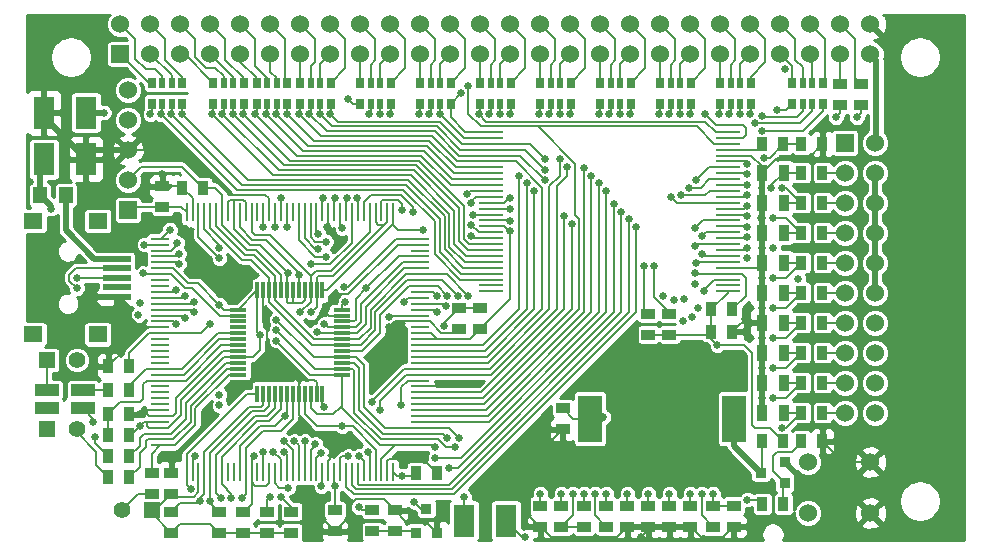
<source format=gtl>
G04 (created by PCBNEW (2013-03-31 BZR 4008)-stable) date 27/04/2013 20:13:48*
%MOIN*%
G04 Gerber Fmt 3.4, Leading zero omitted, Abs format*
%FSLAX34Y34*%
G01*
G70*
G90*
G04 APERTURE LIST*
%ADD10C,2.3622e-006*%
%ADD11R,0.0118X0.0572*%
%ADD12R,0.0572X0.0118*%
%ADD13R,0.0787X0.0078*%
%ADD14R,0.06X0.01*%
%ADD15R,0.01X0.06*%
%ADD16R,0.07X0.11*%
%ADD17R,0.045X0.055*%
%ADD18R,0.035X0.045*%
%ADD19R,0.045X0.035*%
%ADD20R,0.035X0.055*%
%ADD21C,0.06*%
%ADD22R,0.06X0.06*%
%ADD23R,0.055X0.055*%
%ADD24C,0.055*%
%ADD25R,0.036X0.036*%
%ADD26R,0.0787X0.1575*%
%ADD27R,0.063X0.0551*%
%ADD28R,0.0925X0.0197*%
%ADD29R,0.0256X0.0356*%
%ADD30R,0.0197X0.0356*%
%ADD31R,0.08X0.04*%
%ADD32C,0.025*%
%ADD33C,0.02*%
%ADD34C,0.008*%
%ADD35C,0.01*%
G04 APERTURE END LIST*
G54D10*
G54D11*
X83689Y-50377D03*
X83492Y-50377D03*
X83295Y-50377D03*
X83098Y-50377D03*
X82902Y-50377D03*
X82705Y-50377D03*
X83886Y-50377D03*
X84083Y-50377D03*
G54D12*
X84723Y-51017D03*
X84723Y-51214D03*
X84723Y-51411D03*
G54D11*
X82705Y-53823D03*
X82508Y-53823D03*
X82311Y-53823D03*
X82114Y-53823D03*
X81917Y-53823D03*
G54D12*
X81277Y-53183D03*
G54D11*
X82902Y-53823D03*
X83098Y-53823D03*
X83295Y-53823D03*
X83492Y-53823D03*
X83689Y-53823D03*
G54D12*
X81277Y-52002D03*
X84723Y-52592D03*
X81277Y-52198D03*
X84723Y-52789D03*
X84723Y-52986D03*
X81277Y-52395D03*
X81277Y-52592D03*
X84723Y-53183D03*
G54D11*
X84083Y-53823D03*
G54D12*
X81277Y-52789D03*
X81277Y-52986D03*
G54D11*
X83886Y-53823D03*
G54D12*
X84723Y-52395D03*
X81277Y-51805D03*
X81277Y-51608D03*
X84723Y-52198D03*
X84723Y-52002D03*
X81277Y-51411D03*
X81277Y-51214D03*
X84723Y-51805D03*
X84723Y-51608D03*
X81277Y-51017D03*
G54D11*
X82508Y-50377D03*
X82311Y-50377D03*
X82114Y-50377D03*
X81917Y-50377D03*
G54D13*
X97587Y-49620D03*
X97587Y-49423D03*
X97587Y-49226D03*
X97587Y-49030D03*
X97587Y-48833D03*
X97587Y-48636D03*
X97587Y-48439D03*
X97587Y-48242D03*
X97587Y-48045D03*
X97587Y-47848D03*
X97587Y-47652D03*
X97587Y-47455D03*
X97587Y-47258D03*
X97587Y-47061D03*
X97587Y-46864D03*
X97587Y-46667D03*
X97587Y-46470D03*
X97587Y-46274D03*
X97587Y-46077D03*
X97587Y-45880D03*
X97587Y-45683D03*
X97587Y-45486D03*
X97587Y-45289D03*
X97587Y-45093D03*
X89713Y-45093D03*
X89713Y-45289D03*
X89713Y-45486D03*
X89713Y-45683D03*
X89713Y-45880D03*
X89713Y-46077D03*
X89713Y-46274D03*
X89713Y-46470D03*
X89713Y-46667D03*
X89713Y-46864D03*
X89713Y-47061D03*
X89713Y-47258D03*
X89713Y-47455D03*
X89713Y-47652D03*
X89713Y-47848D03*
X89713Y-48045D03*
X89713Y-48242D03*
X89713Y-48439D03*
X89713Y-48636D03*
X89713Y-48833D03*
X89713Y-49030D03*
X89713Y-49226D03*
X89713Y-49423D03*
X89713Y-49620D03*
X89713Y-49817D03*
X89713Y-50014D03*
X89713Y-50211D03*
X89713Y-50407D03*
X97587Y-49817D03*
X97587Y-50014D03*
X97587Y-50211D03*
X97587Y-50407D03*
G54D14*
X78675Y-48655D03*
X78675Y-48855D03*
X78675Y-49050D03*
X78675Y-49245D03*
X78675Y-49445D03*
X78675Y-49640D03*
X78675Y-49835D03*
X78675Y-50035D03*
X78675Y-50230D03*
X78675Y-50425D03*
X78675Y-50625D03*
X78675Y-50820D03*
X78675Y-51015D03*
X78675Y-51215D03*
X78675Y-51410D03*
X78675Y-51605D03*
X78675Y-51805D03*
X78675Y-52000D03*
X78675Y-52200D03*
X78675Y-52395D03*
X78675Y-52595D03*
X78675Y-52790D03*
X78675Y-52985D03*
X78675Y-53185D03*
X78675Y-53380D03*
X78675Y-53575D03*
X78675Y-53775D03*
X78675Y-53970D03*
X78675Y-54165D03*
X78675Y-54365D03*
X78675Y-54560D03*
X78675Y-54755D03*
X78675Y-54955D03*
X78675Y-55150D03*
X78675Y-55345D03*
X78675Y-55545D03*
G54D15*
X85265Y-56425D03*
X85460Y-56425D03*
X85655Y-56425D03*
X85855Y-56425D03*
X86050Y-56425D03*
X86245Y-56425D03*
X86445Y-56425D03*
X85460Y-47775D03*
X85265Y-47775D03*
X85065Y-47775D03*
X84870Y-47775D03*
X84675Y-47775D03*
X84475Y-47775D03*
X84280Y-47775D03*
X84085Y-47775D03*
X83885Y-47775D03*
X83690Y-47775D03*
X83495Y-47775D03*
X83295Y-47775D03*
X83100Y-47775D03*
X82900Y-47775D03*
X82705Y-47775D03*
X82505Y-47775D03*
X82310Y-47775D03*
X82115Y-47775D03*
X81915Y-47775D03*
X81720Y-47775D03*
X81525Y-47775D03*
X81325Y-47775D03*
X81130Y-47775D03*
X80935Y-47775D03*
X80735Y-47775D03*
X80540Y-47775D03*
X80345Y-47775D03*
X80145Y-47775D03*
X79950Y-47775D03*
X79755Y-47775D03*
X79555Y-47775D03*
X79555Y-56425D03*
X79755Y-56425D03*
X79950Y-56425D03*
X80145Y-56425D03*
X80345Y-56425D03*
X80540Y-56425D03*
X80735Y-56425D03*
X80935Y-56425D03*
X81130Y-56425D03*
X81325Y-56425D03*
X81525Y-56425D03*
X81720Y-56425D03*
X81915Y-56425D03*
X82115Y-56425D03*
X82310Y-56425D03*
X82505Y-56425D03*
X82705Y-56425D03*
X82900Y-56425D03*
X83100Y-56425D03*
X83295Y-56425D03*
X83495Y-56425D03*
X83690Y-56425D03*
X83885Y-56425D03*
X84085Y-56425D03*
X84280Y-56425D03*
X84475Y-56425D03*
X84675Y-56425D03*
X84870Y-56425D03*
X85065Y-56425D03*
G54D14*
X87325Y-54560D03*
X87325Y-54365D03*
X87325Y-54165D03*
X87325Y-53970D03*
X87325Y-53775D03*
X87325Y-53575D03*
X87325Y-53380D03*
X87325Y-53185D03*
X87325Y-52985D03*
X87325Y-52790D03*
X87325Y-52595D03*
X87325Y-52395D03*
X87325Y-52200D03*
X87325Y-52000D03*
X87325Y-51805D03*
X87325Y-51605D03*
X87325Y-51410D03*
X87325Y-51215D03*
X87325Y-51015D03*
X87325Y-50820D03*
X87325Y-50625D03*
X87325Y-50425D03*
X87325Y-50230D03*
X87325Y-50035D03*
X87325Y-49835D03*
X87325Y-49640D03*
X87325Y-49445D03*
X87325Y-49245D03*
X87325Y-49050D03*
X87325Y-48855D03*
X87325Y-48655D03*
X87325Y-55545D03*
X87325Y-55345D03*
X87325Y-55150D03*
X87325Y-54955D03*
X87325Y-54755D03*
G54D15*
X86445Y-47775D03*
X86245Y-47775D03*
X86050Y-47775D03*
X85855Y-47775D03*
X85655Y-47775D03*
G54D16*
X74800Y-46000D03*
X76200Y-46000D03*
X76200Y-44450D03*
X74800Y-44450D03*
G54D17*
X75525Y-47200D03*
X74675Y-47200D03*
G54D18*
X100750Y-47450D03*
X100050Y-47450D03*
G54D19*
X88650Y-50950D03*
X88650Y-51650D03*
G54D18*
X76950Y-55200D03*
X77650Y-55200D03*
X77650Y-55900D03*
X76950Y-55900D03*
X77650Y-56600D03*
X76950Y-56600D03*
G54D19*
X78400Y-56450D03*
X78400Y-57150D03*
G54D18*
X79400Y-46950D03*
X80100Y-46950D03*
X97050Y-51000D03*
X97750Y-51000D03*
X100750Y-54450D03*
X100050Y-54450D03*
X76950Y-54500D03*
X77650Y-54500D03*
X100750Y-46450D03*
X100050Y-46450D03*
X100750Y-53450D03*
X100050Y-53450D03*
X100750Y-48450D03*
X100050Y-48450D03*
X100750Y-49450D03*
X100050Y-49450D03*
X100750Y-51450D03*
X100050Y-51450D03*
X100750Y-52450D03*
X100050Y-52450D03*
X100750Y-50450D03*
X100050Y-50450D03*
X87200Y-56450D03*
X87900Y-56450D03*
G54D19*
X79050Y-57150D03*
X79050Y-56450D03*
G54D18*
X77650Y-52900D03*
X76950Y-52900D03*
X77650Y-53700D03*
X76950Y-53700D03*
G54D20*
X99475Y-46450D03*
X98725Y-46450D03*
X99475Y-47450D03*
X98725Y-47450D03*
X99475Y-48450D03*
X98725Y-48450D03*
X99475Y-49450D03*
X98725Y-49450D03*
X99475Y-51450D03*
X98725Y-51450D03*
X99475Y-50450D03*
X98725Y-50450D03*
X99475Y-52450D03*
X98725Y-52450D03*
X99475Y-53450D03*
X98725Y-53450D03*
X99475Y-54450D03*
X98725Y-54450D03*
G54D19*
X78750Y-47600D03*
X78750Y-46900D03*
G54D18*
X100750Y-45500D03*
X100050Y-45500D03*
G54D21*
X102500Y-45450D03*
X101500Y-46450D03*
G54D22*
X101500Y-45450D03*
G54D21*
X102500Y-46450D03*
X101500Y-47450D03*
X102500Y-47450D03*
X101500Y-48450D03*
X102500Y-48450D03*
X101500Y-49450D03*
X102500Y-49450D03*
X101500Y-50450D03*
X102500Y-50450D03*
X101500Y-51450D03*
X102500Y-51450D03*
X101500Y-52450D03*
X102500Y-52450D03*
X101500Y-53450D03*
X102500Y-53450D03*
X101500Y-54450D03*
X102500Y-54450D03*
G54D19*
X89350Y-50950D03*
X89350Y-51650D03*
X95650Y-51850D03*
X95650Y-51150D03*
G54D18*
X98750Y-57500D03*
X99450Y-57500D03*
X99450Y-55400D03*
X98750Y-55400D03*
G54D19*
X101350Y-43500D03*
X101350Y-44200D03*
G54D21*
X100257Y-56100D03*
X102343Y-56100D03*
G54D23*
X74900Y-55000D03*
G54D24*
X75900Y-55000D03*
G54D23*
X74900Y-52700D03*
G54D24*
X75900Y-52700D03*
G54D23*
X78400Y-57700D03*
G54D24*
X77400Y-57700D03*
G54D25*
X99500Y-56100D03*
X99500Y-56800D03*
X98700Y-56450D03*
G54D26*
X93000Y-54650D03*
X97800Y-54650D03*
G54D27*
X74435Y-48060D03*
X76600Y-48060D03*
X74435Y-51840D03*
X76600Y-51840D03*
G54D28*
X77230Y-49320D03*
X77230Y-49635D03*
X77230Y-49950D03*
X77230Y-50265D03*
X77230Y-50580D03*
G54D22*
X77350Y-42500D03*
G54D21*
X77350Y-41500D03*
X78350Y-42500D03*
X78350Y-41500D03*
X79350Y-42500D03*
X79350Y-41500D03*
X80350Y-42500D03*
X80350Y-41500D03*
X81350Y-42500D03*
X81350Y-41500D03*
X82350Y-42500D03*
X82350Y-41500D03*
X83350Y-42500D03*
X83350Y-41500D03*
X84350Y-42500D03*
X84350Y-41500D03*
X85350Y-42500D03*
X85350Y-41500D03*
X86350Y-42500D03*
X86350Y-41500D03*
X87350Y-42500D03*
X87350Y-41500D03*
X88350Y-42500D03*
X88350Y-41500D03*
X89350Y-42500D03*
X89350Y-41500D03*
X90350Y-42500D03*
X90350Y-41500D03*
X91350Y-42500D03*
X91350Y-41500D03*
X92350Y-42500D03*
X92350Y-41500D03*
X93350Y-42500D03*
X93350Y-41500D03*
X94350Y-42500D03*
X94350Y-41500D03*
X95350Y-42500D03*
X95350Y-41500D03*
X96350Y-42500D03*
X96350Y-41500D03*
X97350Y-42500D03*
X97350Y-41500D03*
X98350Y-42500D03*
X98350Y-41500D03*
X99350Y-42500D03*
X99350Y-41500D03*
X100350Y-42500D03*
X100350Y-41500D03*
X101350Y-42500D03*
X101350Y-41500D03*
X102350Y-42500D03*
X102350Y-41500D03*
G54D19*
X102050Y-44200D03*
X102050Y-43500D03*
G54D29*
X96352Y-44149D03*
G54D30*
X96007Y-44149D03*
X95693Y-44149D03*
G54D29*
X95348Y-44149D03*
X95348Y-43451D03*
G54D30*
X95693Y-43451D03*
X96007Y-43451D03*
G54D29*
X96352Y-43451D03*
X94352Y-44149D03*
G54D30*
X94007Y-44149D03*
X93693Y-44149D03*
G54D29*
X93348Y-44149D03*
X93348Y-43451D03*
G54D30*
X93693Y-43451D03*
X94007Y-43451D03*
G54D29*
X94352Y-43451D03*
X92352Y-44149D03*
G54D30*
X92007Y-44149D03*
X91693Y-44149D03*
G54D29*
X91348Y-44149D03*
X91348Y-43451D03*
G54D30*
X91693Y-43451D03*
X92007Y-43451D03*
G54D29*
X92352Y-43451D03*
X90352Y-44149D03*
G54D30*
X90007Y-44149D03*
X89693Y-44149D03*
G54D29*
X89348Y-44149D03*
X89348Y-43451D03*
G54D30*
X89693Y-43451D03*
X90007Y-43451D03*
G54D29*
X90352Y-43451D03*
X88352Y-44149D03*
G54D30*
X88007Y-44149D03*
X87693Y-44149D03*
G54D29*
X87348Y-44149D03*
X87348Y-43451D03*
G54D30*
X87693Y-43451D03*
X88007Y-43451D03*
G54D29*
X88352Y-43451D03*
X86352Y-44149D03*
G54D30*
X86007Y-44149D03*
X85693Y-44149D03*
G54D29*
X85348Y-44149D03*
X85348Y-43451D03*
G54D30*
X85693Y-43451D03*
X86007Y-43451D03*
G54D29*
X86352Y-43451D03*
X84352Y-44149D03*
G54D30*
X84007Y-44149D03*
X83693Y-44149D03*
G54D29*
X83348Y-44149D03*
X83348Y-43451D03*
G54D30*
X83693Y-43451D03*
X84007Y-43451D03*
G54D29*
X84352Y-43451D03*
X82902Y-44149D03*
G54D30*
X82557Y-44149D03*
X82243Y-44149D03*
G54D29*
X81898Y-44149D03*
X81898Y-43451D03*
G54D30*
X82243Y-43451D03*
X82557Y-43451D03*
G54D29*
X82902Y-43451D03*
X81452Y-44149D03*
G54D30*
X81107Y-44149D03*
X80793Y-44149D03*
G54D29*
X80448Y-44149D03*
X80448Y-43451D03*
G54D30*
X80793Y-43451D03*
X81107Y-43451D03*
G54D29*
X81452Y-43451D03*
X79402Y-44149D03*
G54D30*
X79057Y-44149D03*
X78743Y-44149D03*
G54D29*
X78398Y-44149D03*
X78398Y-43451D03*
G54D30*
X78743Y-43451D03*
X79057Y-43451D03*
G54D29*
X79402Y-43451D03*
X98352Y-44149D03*
G54D30*
X98007Y-44149D03*
X97693Y-44149D03*
G54D29*
X97348Y-44149D03*
X97348Y-43451D03*
G54D30*
X97693Y-43451D03*
X98007Y-43451D03*
G54D29*
X98352Y-43451D03*
X100752Y-44149D03*
G54D30*
X100407Y-44149D03*
X100093Y-44149D03*
G54D29*
X99748Y-44149D03*
X99748Y-43451D03*
G54D30*
X100093Y-43451D03*
X100407Y-43451D03*
G54D29*
X100752Y-43451D03*
G54D16*
X90200Y-58050D03*
X88800Y-58050D03*
G54D21*
X100257Y-57800D03*
X102343Y-57800D03*
G54D31*
X74900Y-54300D03*
X76100Y-54300D03*
X76100Y-53700D03*
X74900Y-53700D03*
G54D19*
X81450Y-58450D03*
X81450Y-57750D03*
X84500Y-57700D03*
X84500Y-58400D03*
X80650Y-57750D03*
X80650Y-58450D03*
X79050Y-57750D03*
X79050Y-58450D03*
G54D25*
X87900Y-58450D03*
X87200Y-58450D03*
X87550Y-57650D03*
G54D19*
X85750Y-58400D03*
X85750Y-57700D03*
G54D22*
X77600Y-47700D03*
G54D21*
X77600Y-46700D03*
X77600Y-45700D03*
X77600Y-44700D03*
X77600Y-43700D03*
G54D18*
X97750Y-51750D03*
X97050Y-51750D03*
G54D19*
X97100Y-58250D03*
X97100Y-57550D03*
X96350Y-57550D03*
X96350Y-58250D03*
X95650Y-57550D03*
X95650Y-58250D03*
X94950Y-57550D03*
X94950Y-58250D03*
X94250Y-57550D03*
X94250Y-58250D03*
X93550Y-58250D03*
X93550Y-57550D03*
X92800Y-57550D03*
X92800Y-58250D03*
X92050Y-57550D03*
X92050Y-58250D03*
X91350Y-57550D03*
X91350Y-58250D03*
X97800Y-58250D03*
X97800Y-57550D03*
X82250Y-58450D03*
X82250Y-57750D03*
X92100Y-54300D03*
X92100Y-55000D03*
G54D18*
X100750Y-55400D03*
X100050Y-55400D03*
G54D19*
X86500Y-58400D03*
X86500Y-57700D03*
G54D18*
X99450Y-45500D03*
X98750Y-45500D03*
G54D19*
X94950Y-51850D03*
X94950Y-51150D03*
X83050Y-58450D03*
X83050Y-57750D03*
G54D32*
X75050Y-47650D03*
X85300Y-57600D03*
X80700Y-57300D03*
X81050Y-57300D03*
X98250Y-57350D03*
X99400Y-54950D03*
X95450Y-50550D03*
X88950Y-50550D03*
X95800Y-50700D03*
X99100Y-53950D03*
X88600Y-50550D03*
X96800Y-50400D03*
X78350Y-44500D03*
X79200Y-50350D03*
X79500Y-50550D03*
X78700Y-44500D03*
X83150Y-55400D03*
X82550Y-44500D03*
X83500Y-55400D03*
X82900Y-44500D03*
X83300Y-44500D03*
X91150Y-47050D03*
X91500Y-46700D03*
X83650Y-44500D03*
X84000Y-44500D03*
X90900Y-46800D03*
X91500Y-46350D03*
X90650Y-46550D03*
X84350Y-44500D03*
X91500Y-46000D03*
X84950Y-44000D03*
X88950Y-43550D03*
X92400Y-48150D03*
X85650Y-44500D03*
X89050Y-48550D03*
X89050Y-48200D03*
X86000Y-44500D03*
X92150Y-47900D03*
X86350Y-44500D03*
X78150Y-48850D03*
X88900Y-47150D03*
X79800Y-50750D03*
X79050Y-44500D03*
X79250Y-48800D03*
X89050Y-47450D03*
X87300Y-44500D03*
X87650Y-44500D03*
X79300Y-49150D03*
X89100Y-47850D03*
X88000Y-44500D03*
X79300Y-49500D03*
X88700Y-43800D03*
X79000Y-48350D03*
X89300Y-44500D03*
X82700Y-47300D03*
X82500Y-48250D03*
X96850Y-44500D03*
X89650Y-44500D03*
X79400Y-44500D03*
X79800Y-51100D03*
X79500Y-51300D03*
X80400Y-44500D03*
X79200Y-51500D03*
X80750Y-44500D03*
X82100Y-55750D03*
X81100Y-44500D03*
X81450Y-44500D03*
X82450Y-55750D03*
X82800Y-55750D03*
X81850Y-44500D03*
X82200Y-44500D03*
X82800Y-55400D03*
X84900Y-47300D03*
X98350Y-44500D03*
X96750Y-49150D03*
X90000Y-44500D03*
X92250Y-46250D03*
X86000Y-54350D03*
X96500Y-48900D03*
X92000Y-46000D03*
X90350Y-44500D03*
X85750Y-54100D03*
X94050Y-47750D03*
X98250Y-48250D03*
X95300Y-44500D03*
X93800Y-47500D03*
X88300Y-56300D03*
X85300Y-55900D03*
X98250Y-47900D03*
X95650Y-44500D03*
X93550Y-47050D03*
X98250Y-47200D03*
X85600Y-55750D03*
X96000Y-44500D03*
X87850Y-55950D03*
X93300Y-46800D03*
X96350Y-44500D03*
X98250Y-46850D03*
X93050Y-46550D03*
X98250Y-46500D03*
X97300Y-44500D03*
X98250Y-46150D03*
X92800Y-46300D03*
X97650Y-44500D03*
X96750Y-48550D03*
X91300Y-44500D03*
X87100Y-47750D03*
X91650Y-44500D03*
X85250Y-47300D03*
X96500Y-48300D03*
X95700Y-47250D03*
X92000Y-44500D03*
X83850Y-55500D03*
X92350Y-44500D03*
X96050Y-47200D03*
X84050Y-55800D03*
X93300Y-44500D03*
X84050Y-56900D03*
X96300Y-46950D03*
X96550Y-46700D03*
X84950Y-55900D03*
X93650Y-44500D03*
X94550Y-48250D03*
X94000Y-44500D03*
X98250Y-48950D03*
X94300Y-48000D03*
X94350Y-44500D03*
X98250Y-48600D03*
X101200Y-44600D03*
X84200Y-48750D03*
X83950Y-49000D03*
X101900Y-44600D03*
X84200Y-49250D03*
X96500Y-49800D03*
X80650Y-53850D03*
X82350Y-57250D03*
X82900Y-48250D03*
X98750Y-44550D03*
X80650Y-48950D03*
X98500Y-44800D03*
X96550Y-49450D03*
X84750Y-48300D03*
X99250Y-44350D03*
X80650Y-49300D03*
X83950Y-48500D03*
X90350Y-48400D03*
X98750Y-45050D03*
X90350Y-47300D03*
X98000Y-44500D03*
X84500Y-47300D03*
X80000Y-57400D03*
X99500Y-43000D03*
X79700Y-57000D03*
X88500Y-55600D03*
X99100Y-49950D03*
X83350Y-51100D03*
X82550Y-51700D03*
X83700Y-49500D03*
X82550Y-51350D03*
X88650Y-55300D03*
X99400Y-46950D03*
X86800Y-50750D03*
X88250Y-55300D03*
X99100Y-51950D03*
X84750Y-54900D03*
X87900Y-50550D03*
X99050Y-46950D03*
X96500Y-50150D03*
X86750Y-47700D03*
X98250Y-49300D03*
X82950Y-49800D03*
X99100Y-47950D03*
X99100Y-52950D03*
X87850Y-55600D03*
X83700Y-51100D03*
X82550Y-52050D03*
X87900Y-51100D03*
X96100Y-51400D03*
X88200Y-50900D03*
X96400Y-51250D03*
X80350Y-57400D03*
X87450Y-48350D03*
X85550Y-50300D03*
X81400Y-57300D03*
X99950Y-50000D03*
X96150Y-50650D03*
X83300Y-49850D03*
X88250Y-50550D03*
X99100Y-50950D03*
X96600Y-50950D03*
X82850Y-54550D03*
X99100Y-48950D03*
X77950Y-51200D03*
X83900Y-51750D03*
X78000Y-50800D03*
X84150Y-51500D03*
X78100Y-49800D03*
X84250Y-48250D03*
X94700Y-58600D03*
X86300Y-51600D03*
X83500Y-57150D03*
X79100Y-55900D03*
X76450Y-54750D03*
X98700Y-47950D03*
X79850Y-55900D03*
X81800Y-55900D03*
X78000Y-54500D03*
X77600Y-51200D03*
X88250Y-53500D03*
X82250Y-51550D03*
X87500Y-56000D03*
X78750Y-46500D03*
X84500Y-50600D03*
X95150Y-49550D03*
X90350Y-47650D03*
X94250Y-57150D03*
X75900Y-50300D03*
X75900Y-49950D03*
X94950Y-57150D03*
X93175Y-57150D03*
X92425Y-57150D03*
X87150Y-57425D03*
X92050Y-57150D03*
X96350Y-57150D03*
X97100Y-57150D03*
X96725Y-57150D03*
X93550Y-57150D03*
X92800Y-57150D03*
X91350Y-57150D03*
X95650Y-57150D03*
X90850Y-58600D03*
X94800Y-49550D03*
X90350Y-48050D03*
X76500Y-55250D03*
X80650Y-54200D03*
X82700Y-57250D03*
X82950Y-56950D03*
X80350Y-51500D03*
X97250Y-52200D03*
X98250Y-47550D03*
X88800Y-57250D03*
X76800Y-44450D03*
X88150Y-51550D03*
X86700Y-54200D03*
X84850Y-50750D03*
X98800Y-45950D03*
X78000Y-54900D03*
X84100Y-47300D03*
X86750Y-56550D03*
X84150Y-54250D03*
X93450Y-54600D03*
X86300Y-51250D03*
X80650Y-50850D03*
X84500Y-56900D03*
X84800Y-50250D03*
X82100Y-48250D03*
X82000Y-51850D03*
G54D33*
X75050Y-47575D02*
X75050Y-47650D01*
X74675Y-47200D02*
X74675Y-46125D01*
X74675Y-46125D02*
X74800Y-46000D01*
X74675Y-47200D02*
X75050Y-47575D01*
G54D34*
X78301Y-43451D02*
X78398Y-43451D01*
X77350Y-42500D02*
X78301Y-43451D01*
X77850Y-42650D02*
X78200Y-43000D01*
X78743Y-43243D02*
X78743Y-43451D01*
X78200Y-43000D02*
X78500Y-43000D01*
X77350Y-41500D02*
X77850Y-42000D01*
X77850Y-42000D02*
X77850Y-42650D01*
X78500Y-43000D02*
X78743Y-43243D01*
X82557Y-43307D02*
X82557Y-43451D01*
X82350Y-43100D02*
X82557Y-43307D01*
X82350Y-42500D02*
X82350Y-43100D01*
X82850Y-42000D02*
X82850Y-43399D01*
X82350Y-41500D02*
X82850Y-42000D01*
X82850Y-43399D02*
X82902Y-43451D01*
X83348Y-42502D02*
X83348Y-43451D01*
X83350Y-42500D02*
X83348Y-42502D01*
X83350Y-41500D02*
X83850Y-42000D01*
X83850Y-42000D02*
X83850Y-42750D01*
X83850Y-42750D02*
X83693Y-42907D01*
X83693Y-42907D02*
X83693Y-43451D01*
X84007Y-43451D02*
X84007Y-42843D01*
X84007Y-42843D02*
X84350Y-42500D01*
X84850Y-42000D02*
X84850Y-42953D01*
X84350Y-41500D02*
X84850Y-42000D01*
X84850Y-42953D02*
X84352Y-43451D01*
X85350Y-42500D02*
X85348Y-42502D01*
X85348Y-42502D02*
X85348Y-43451D01*
X85693Y-42857D02*
X85693Y-43451D01*
X85850Y-42000D02*
X85850Y-42700D01*
X85350Y-41500D02*
X85850Y-42000D01*
X85850Y-42700D02*
X85693Y-42857D01*
X86007Y-43451D02*
X86007Y-42843D01*
X86007Y-42843D02*
X86350Y-42500D01*
X86850Y-42953D02*
X86352Y-43451D01*
X86850Y-42000D02*
X86850Y-42953D01*
X86350Y-41500D02*
X86850Y-42000D01*
X79057Y-43207D02*
X79057Y-43451D01*
X78350Y-42500D02*
X79057Y-43207D01*
X87348Y-42502D02*
X87348Y-43451D01*
X87350Y-42500D02*
X87348Y-42502D01*
X87850Y-42000D02*
X87850Y-42700D01*
X87693Y-42857D02*
X87693Y-43451D01*
X87850Y-42700D02*
X87693Y-42857D01*
X87350Y-41500D02*
X87850Y-42000D01*
X88007Y-42843D02*
X88350Y-42500D01*
X88007Y-43451D02*
X88007Y-42843D01*
X88350Y-41500D02*
X88850Y-42000D01*
X88850Y-42000D02*
X88850Y-42953D01*
X88850Y-42953D02*
X88352Y-43451D01*
X89350Y-42500D02*
X89350Y-43449D01*
X89350Y-43449D02*
X89348Y-43451D01*
X89850Y-42700D02*
X89693Y-42857D01*
X89693Y-42857D02*
X89693Y-43451D01*
X89850Y-42000D02*
X89850Y-42700D01*
X89350Y-41500D02*
X89850Y-42000D01*
X78850Y-42700D02*
X79402Y-43252D01*
X78850Y-42000D02*
X78850Y-42700D01*
X78350Y-41500D02*
X78850Y-42000D01*
X79402Y-43252D02*
X79402Y-43451D01*
X79497Y-42500D02*
X80448Y-43451D01*
X79350Y-42500D02*
X79497Y-42500D01*
X79350Y-41500D02*
X79850Y-42000D01*
X79850Y-42000D02*
X79850Y-42600D01*
X79850Y-42600D02*
X80200Y-42950D01*
X80793Y-43243D02*
X80793Y-43451D01*
X80200Y-42950D02*
X80500Y-42950D01*
X80500Y-42950D02*
X80793Y-43243D01*
X81107Y-43257D02*
X81107Y-43451D01*
X80350Y-42500D02*
X81107Y-43257D01*
X81452Y-43451D02*
X81452Y-43302D01*
X80850Y-42700D02*
X80850Y-42000D01*
X81452Y-43302D02*
X80850Y-42700D01*
X80850Y-42000D02*
X80350Y-41500D01*
X81350Y-42750D02*
X81350Y-42500D01*
X81898Y-43298D02*
X81350Y-42750D01*
X81898Y-43451D02*
X81898Y-43298D01*
X81350Y-41500D02*
X81850Y-42000D01*
X81850Y-42900D02*
X82243Y-43293D01*
X82243Y-43293D02*
X82243Y-43451D01*
X81850Y-42000D02*
X81850Y-42900D01*
X82226Y-54574D02*
X82508Y-54292D01*
X80540Y-56425D02*
X80540Y-55860D01*
X81826Y-54574D02*
X82226Y-54574D01*
X82508Y-54292D02*
X82508Y-53823D01*
X80540Y-55860D02*
X81826Y-54574D01*
X80540Y-57140D02*
X80700Y-57300D01*
X80540Y-56425D02*
X80540Y-57140D01*
X85400Y-57700D02*
X85750Y-57700D01*
X85300Y-57600D02*
X85400Y-57700D01*
X82705Y-54345D02*
X82705Y-53823D01*
X80735Y-56835D02*
X81050Y-57150D01*
X81914Y-54736D02*
X82314Y-54736D01*
X81050Y-57150D02*
X81050Y-57300D01*
X80735Y-56835D02*
X80900Y-57000D01*
X82314Y-54736D02*
X82705Y-54345D01*
X80735Y-55915D02*
X81914Y-54736D01*
X80735Y-56425D02*
X80735Y-56835D01*
X80735Y-56835D02*
X80900Y-57000D01*
X98750Y-57500D02*
X98600Y-57350D01*
X80735Y-56425D02*
X80735Y-55915D01*
X98250Y-57350D02*
X98600Y-57350D01*
X79400Y-46250D02*
X78050Y-46250D01*
X80735Y-47775D02*
X80735Y-47185D01*
X80735Y-48185D02*
X81576Y-49026D01*
X81876Y-49026D02*
X82705Y-49855D01*
X80735Y-47185D02*
X80500Y-46950D01*
X82705Y-49855D02*
X82705Y-50377D01*
X81576Y-49026D02*
X81876Y-49026D01*
X80735Y-47775D02*
X80735Y-48185D01*
X78050Y-46250D02*
X77600Y-46700D01*
X80100Y-46950D02*
X79400Y-46250D01*
X80500Y-46950D02*
X80100Y-46950D01*
X100050Y-54450D02*
X99550Y-54950D01*
X99550Y-54950D02*
X99400Y-54950D01*
X82508Y-49908D02*
X82508Y-50377D01*
X85686Y-51614D02*
X85298Y-52002D01*
X85298Y-52002D02*
X84723Y-52002D01*
X80540Y-47775D02*
X80540Y-48240D01*
X85686Y-51014D02*
X85686Y-51614D01*
X82508Y-50708D02*
X83802Y-52002D01*
X83802Y-52002D02*
X84723Y-52002D01*
X86865Y-49835D02*
X85686Y-51014D01*
X100050Y-54450D02*
X99475Y-54450D01*
X80540Y-48240D02*
X81488Y-49188D01*
X81788Y-49188D02*
X82508Y-49908D01*
X87325Y-49835D02*
X86865Y-49835D01*
X81488Y-49188D02*
X81788Y-49188D01*
X88235Y-49835D02*
X88950Y-50550D01*
X82508Y-50377D02*
X82508Y-50708D01*
X88235Y-49835D02*
X87325Y-49835D01*
X81700Y-49350D02*
X82311Y-49961D01*
X83748Y-52198D02*
X84723Y-52198D01*
X86915Y-50035D02*
X87325Y-50035D01*
X84723Y-52198D02*
X85352Y-52198D01*
X82311Y-49961D02*
X82311Y-50377D01*
X82311Y-50377D02*
X82311Y-50761D01*
X88085Y-50035D02*
X88600Y-50550D01*
X81400Y-49350D02*
X81700Y-49350D01*
X85848Y-51102D02*
X86915Y-50035D01*
X87325Y-50035D02*
X88085Y-50035D01*
X85352Y-52198D02*
X85848Y-51702D01*
X99550Y-53950D02*
X99100Y-53950D01*
X82311Y-50761D02*
X83748Y-52198D01*
X80345Y-47775D02*
X80345Y-48295D01*
X99550Y-53950D02*
X100050Y-53450D01*
X85848Y-51702D02*
X85848Y-51102D01*
X100050Y-53450D02*
X99475Y-53450D01*
X80345Y-48295D02*
X81400Y-49350D01*
X98352Y-43248D02*
X98352Y-43451D01*
X98350Y-41500D02*
X98850Y-42000D01*
X98850Y-42750D02*
X98352Y-43248D01*
X98850Y-42000D02*
X98850Y-42750D01*
X90007Y-43451D02*
X90007Y-42843D01*
X90007Y-42843D02*
X90350Y-42500D01*
X90850Y-42953D02*
X90352Y-43451D01*
X90850Y-42000D02*
X90850Y-42953D01*
X90350Y-41500D02*
X90850Y-42000D01*
X95350Y-43449D02*
X95350Y-42500D01*
X95348Y-43451D02*
X95350Y-43449D01*
X95850Y-42700D02*
X95693Y-42857D01*
X95693Y-42857D02*
X95693Y-43451D01*
X95850Y-42000D02*
X95850Y-42700D01*
X95350Y-41500D02*
X95850Y-42000D01*
X96007Y-42843D02*
X96350Y-42500D01*
X96007Y-43451D02*
X96007Y-42843D01*
X96350Y-41500D02*
X96850Y-42000D01*
X96850Y-42000D02*
X96850Y-42953D01*
X96850Y-42953D02*
X96352Y-43451D01*
X97350Y-43449D02*
X97350Y-42500D01*
X97348Y-43451D02*
X97350Y-43449D01*
X97850Y-42000D02*
X97850Y-42700D01*
X97850Y-42700D02*
X97693Y-42857D01*
X97350Y-41500D02*
X97850Y-42000D01*
X97693Y-42857D02*
X97693Y-43451D01*
X91350Y-42500D02*
X91348Y-42502D01*
X91348Y-42502D02*
X91348Y-43451D01*
X91350Y-41500D02*
X91850Y-42000D01*
X91850Y-42700D02*
X91693Y-42857D01*
X91693Y-42857D02*
X91693Y-43451D01*
X91850Y-42000D02*
X91850Y-42700D01*
X92007Y-42843D02*
X92350Y-42500D01*
X92007Y-43451D02*
X92007Y-42843D01*
X92850Y-42000D02*
X92850Y-42953D01*
X92350Y-41500D02*
X92850Y-42000D01*
X92850Y-42953D02*
X92352Y-43451D01*
X93350Y-42500D02*
X93348Y-42502D01*
X93348Y-42502D02*
X93348Y-43451D01*
X93350Y-41500D02*
X93850Y-42000D01*
X93693Y-42857D02*
X93693Y-43451D01*
X93850Y-42700D02*
X93693Y-42857D01*
X93850Y-42000D02*
X93850Y-42700D01*
X94007Y-43451D02*
X94007Y-42843D01*
X94007Y-42843D02*
X94350Y-42500D01*
X94850Y-42953D02*
X94352Y-43451D01*
X94350Y-41500D02*
X94850Y-42000D01*
X94850Y-42000D02*
X94850Y-42953D01*
X96800Y-50350D02*
X96800Y-50400D01*
X97136Y-50014D02*
X96800Y-50350D01*
X79125Y-50425D02*
X79200Y-50350D01*
X97587Y-50014D02*
X97136Y-50014D01*
X78398Y-44452D02*
X78350Y-44500D01*
X79125Y-50425D02*
X78675Y-50425D01*
X78398Y-44149D02*
X78398Y-44452D01*
X88664Y-50014D02*
X89713Y-50014D01*
X87828Y-48078D02*
X87828Y-49178D01*
X78700Y-44500D02*
X81220Y-47020D01*
X78743Y-44457D02*
X78700Y-44500D01*
X78675Y-50625D02*
X79425Y-50625D01*
X87828Y-49178D02*
X88664Y-50014D01*
X79425Y-50625D02*
X79500Y-50550D01*
X86770Y-47020D02*
X87828Y-48078D01*
X78743Y-44149D02*
X78743Y-44457D01*
X81220Y-47020D02*
X86770Y-47020D01*
X82550Y-44500D02*
X83610Y-45560D01*
X83295Y-55545D02*
X83150Y-55400D01*
X82557Y-44149D02*
X82557Y-44493D01*
X87560Y-45560D02*
X88470Y-46470D01*
X82557Y-44493D02*
X82550Y-44500D01*
X83295Y-55545D02*
X83295Y-56425D01*
X83610Y-45560D02*
X87560Y-45560D01*
X88470Y-46470D02*
X89713Y-46470D01*
X88524Y-46274D02*
X89713Y-46274D01*
X83495Y-55405D02*
X83500Y-55400D01*
X82902Y-44498D02*
X82900Y-44500D01*
X83798Y-45398D02*
X87648Y-45398D01*
X87648Y-45398D02*
X88524Y-46274D01*
X82900Y-44500D02*
X83798Y-45398D01*
X83495Y-55405D02*
X83495Y-56425D01*
X82902Y-44149D02*
X82902Y-44498D01*
X83348Y-44452D02*
X83300Y-44500D01*
X89610Y-52790D02*
X91400Y-51000D01*
X91400Y-51000D02*
X91400Y-46950D01*
X84036Y-45236D02*
X87736Y-45236D01*
X83348Y-44149D02*
X83348Y-44452D01*
X90527Y-46077D02*
X89713Y-46077D01*
X87325Y-52790D02*
X89610Y-52790D01*
X88577Y-46077D02*
X89713Y-46077D01*
X87736Y-45236D02*
X88577Y-46077D01*
X90527Y-46077D02*
X91400Y-46950D01*
X83300Y-44500D02*
X84036Y-45236D01*
X89713Y-45880D02*
X90680Y-45880D01*
X83693Y-44457D02*
X83650Y-44500D01*
X87325Y-52595D02*
X89555Y-52595D01*
X83693Y-44149D02*
X83693Y-44457D01*
X91150Y-47050D02*
X91150Y-51000D01*
X87824Y-45074D02*
X88630Y-45880D01*
X88630Y-45880D02*
X89713Y-45880D01*
X84224Y-45074D02*
X87824Y-45074D01*
X90680Y-45880D02*
X91500Y-46700D01*
X91150Y-51000D02*
X89555Y-52595D01*
X83650Y-44500D02*
X84224Y-45074D01*
X84412Y-44912D02*
X87912Y-44912D01*
X89505Y-52395D02*
X90900Y-51000D01*
X87325Y-52395D02*
X89505Y-52395D01*
X91500Y-46350D02*
X90833Y-45683D01*
X84000Y-44500D02*
X84412Y-44912D01*
X90833Y-45683D02*
X89713Y-45683D01*
X88683Y-45683D02*
X89713Y-45683D01*
X87912Y-44912D02*
X88683Y-45683D01*
X84007Y-44493D02*
X84000Y-44500D01*
X90900Y-51000D02*
X90900Y-46800D01*
X84007Y-44149D02*
X84007Y-44493D01*
X84600Y-44750D02*
X88000Y-44750D01*
X90986Y-45486D02*
X89713Y-45486D01*
X88736Y-45486D02*
X88000Y-44750D01*
X84350Y-44500D02*
X84600Y-44750D01*
X89450Y-52200D02*
X90650Y-51000D01*
X90650Y-51000D02*
X90650Y-46550D01*
X87325Y-52200D02*
X89450Y-52200D01*
X90986Y-45486D02*
X91500Y-46000D01*
X84352Y-44498D02*
X84350Y-44500D01*
X84352Y-44498D02*
X84352Y-44149D01*
X89713Y-45486D02*
X88736Y-45486D01*
X89485Y-54165D02*
X87325Y-54165D01*
X91262Y-44912D02*
X92500Y-46150D01*
X91262Y-44912D02*
X89362Y-44912D01*
X89485Y-54165D02*
X92650Y-51000D01*
X92650Y-48000D02*
X92500Y-47850D01*
X92650Y-51000D02*
X92650Y-48000D01*
X88950Y-44500D02*
X88950Y-43550D01*
X96562Y-44912D02*
X91262Y-44912D01*
X85099Y-44149D02*
X84950Y-44000D01*
X89362Y-44912D02*
X88950Y-44500D01*
X85099Y-44149D02*
X85348Y-44149D01*
X97136Y-45486D02*
X96562Y-44912D01*
X92500Y-47850D02*
X92500Y-46150D01*
X97587Y-45486D02*
X97136Y-45486D01*
X89430Y-53970D02*
X92400Y-51000D01*
X92400Y-51000D02*
X92400Y-48150D01*
X89136Y-48636D02*
X89050Y-48550D01*
X89136Y-48636D02*
X89713Y-48636D01*
X87325Y-53970D02*
X89430Y-53970D01*
X85693Y-44149D02*
X85693Y-44457D01*
X85693Y-44457D02*
X85650Y-44500D01*
X89289Y-48439D02*
X89713Y-48439D01*
X89289Y-48439D02*
X89050Y-48200D01*
X87325Y-53775D02*
X89375Y-53775D01*
X86007Y-44493D02*
X86000Y-44500D01*
X92150Y-51000D02*
X92150Y-47900D01*
X89375Y-53775D02*
X92150Y-51000D01*
X86007Y-44149D02*
X86007Y-44493D01*
X86352Y-44498D02*
X86350Y-44500D01*
X88989Y-47061D02*
X89713Y-47061D01*
X88989Y-47061D02*
X88900Y-47150D01*
X78675Y-48855D02*
X78155Y-48855D01*
X78155Y-48855D02*
X78150Y-48850D01*
X86352Y-44498D02*
X86352Y-44149D01*
X87990Y-49090D02*
X87990Y-47990D01*
X78675Y-50820D02*
X79730Y-50820D01*
X89713Y-49817D02*
X88717Y-49817D01*
X79057Y-44149D02*
X79057Y-44493D01*
X79730Y-50820D02*
X79800Y-50750D01*
X86858Y-46858D02*
X81408Y-46858D01*
X81408Y-46858D02*
X79050Y-44500D01*
X79057Y-44493D02*
X79050Y-44500D01*
X88717Y-49817D02*
X87990Y-49090D01*
X87990Y-47990D02*
X86858Y-46858D01*
X78675Y-49050D02*
X79050Y-49050D01*
X79050Y-49050D02*
X79250Y-48850D01*
X87348Y-44149D02*
X87348Y-44452D01*
X89713Y-47258D02*
X89192Y-47258D01*
X89192Y-47258D02*
X89050Y-47400D01*
X79250Y-48850D02*
X79250Y-48800D01*
X89050Y-47400D02*
X89050Y-47450D01*
X87348Y-44452D02*
X87300Y-44500D01*
X78675Y-49245D02*
X79205Y-49245D01*
X79205Y-49245D02*
X79300Y-49150D01*
X89102Y-47848D02*
X89713Y-47848D01*
X87693Y-44457D02*
X87693Y-44149D01*
X87693Y-44457D02*
X87650Y-44500D01*
X89102Y-47848D02*
X89100Y-47850D01*
X78675Y-49445D02*
X79245Y-49445D01*
X79245Y-49445D02*
X79300Y-49500D01*
X88789Y-45289D02*
X89713Y-45289D01*
X88007Y-44493D02*
X88000Y-44500D01*
X88007Y-44149D02*
X88007Y-44493D01*
X88000Y-44500D02*
X88789Y-45289D01*
X88352Y-44149D02*
X88352Y-44602D01*
X88700Y-43801D02*
X88700Y-43800D01*
X88700Y-43801D02*
X88352Y-44149D01*
X78695Y-48655D02*
X79000Y-48350D01*
X78675Y-48655D02*
X78695Y-48655D01*
X88352Y-44602D02*
X88843Y-45093D01*
X88843Y-45093D02*
X89713Y-45093D01*
X97193Y-45093D02*
X97587Y-45093D01*
X89348Y-44452D02*
X89348Y-44149D01*
X89300Y-44500D02*
X89550Y-44750D01*
X82705Y-47775D02*
X82705Y-47305D01*
X89550Y-44750D02*
X96850Y-44750D01*
X96850Y-44750D02*
X97193Y-45093D01*
X82705Y-47305D02*
X82700Y-47300D01*
X89348Y-44452D02*
X89300Y-44500D01*
X98200Y-44950D02*
X98200Y-45200D01*
X82505Y-48245D02*
X82500Y-48250D01*
X98200Y-45200D02*
X98111Y-45289D01*
X98100Y-44850D02*
X98200Y-44950D01*
X98111Y-45289D02*
X97587Y-45289D01*
X96850Y-44500D02*
X97200Y-44850D01*
X89693Y-44457D02*
X89693Y-44149D01*
X89693Y-44457D02*
X89650Y-44500D01*
X97200Y-44850D02*
X98100Y-44850D01*
X82505Y-47775D02*
X82505Y-48245D01*
X79400Y-44500D02*
X81596Y-46696D01*
X88152Y-47902D02*
X88152Y-49002D01*
X88770Y-49620D02*
X89713Y-49620D01*
X86946Y-46696D02*
X88152Y-47902D01*
X79715Y-51015D02*
X79800Y-51100D01*
X79402Y-44149D02*
X79402Y-44498D01*
X88152Y-49002D02*
X88770Y-49620D01*
X78675Y-51015D02*
X79715Y-51015D01*
X79402Y-44498D02*
X79400Y-44500D01*
X81596Y-46696D02*
X86946Y-46696D01*
X78675Y-51215D02*
X79415Y-51215D01*
X88823Y-49423D02*
X89713Y-49423D01*
X80400Y-44500D02*
X82434Y-46534D01*
X80448Y-44452D02*
X80400Y-44500D01*
X87034Y-46534D02*
X88314Y-47814D01*
X82434Y-46534D02*
X87034Y-46534D01*
X80448Y-44149D02*
X80448Y-44452D01*
X79415Y-51215D02*
X79500Y-51300D01*
X88314Y-47814D02*
X88314Y-48914D01*
X88314Y-48914D02*
X88823Y-49423D01*
X88476Y-48826D02*
X88876Y-49226D01*
X79110Y-51410D02*
X79200Y-51500D01*
X80793Y-44457D02*
X80750Y-44500D01*
X88476Y-47726D02*
X88476Y-48826D01*
X80750Y-44500D02*
X82622Y-46372D01*
X87122Y-46372D02*
X88476Y-47726D01*
X78675Y-51410D02*
X79110Y-51410D01*
X88876Y-49226D02*
X89713Y-49226D01*
X80793Y-44149D02*
X80793Y-44457D01*
X82622Y-46372D02*
X87122Y-46372D01*
X87208Y-46208D02*
X82808Y-46208D01*
X88638Y-47638D02*
X87208Y-46208D01*
X82115Y-56425D02*
X82115Y-55765D01*
X88930Y-49030D02*
X88638Y-48738D01*
X82808Y-46208D02*
X81100Y-44500D01*
X89713Y-49030D02*
X88930Y-49030D01*
X81107Y-44493D02*
X81107Y-44149D01*
X81107Y-44493D02*
X81100Y-44500D01*
X82115Y-55765D02*
X82100Y-55750D01*
X88638Y-48738D02*
X88638Y-47638D01*
X82705Y-56425D02*
X82705Y-56005D01*
X88983Y-48833D02*
X89713Y-48833D01*
X82996Y-46046D02*
X87296Y-46046D01*
X82705Y-56005D02*
X82450Y-55750D01*
X88800Y-47550D02*
X88800Y-48650D01*
X81452Y-44498D02*
X81450Y-44500D01*
X87296Y-46046D02*
X88800Y-47550D01*
X81452Y-44149D02*
X81452Y-44498D01*
X88800Y-48650D02*
X88983Y-48833D01*
X81450Y-44500D02*
X82996Y-46046D01*
X82900Y-55850D02*
X82800Y-55750D01*
X83234Y-45884D02*
X87384Y-45884D01*
X82900Y-55850D02*
X82900Y-56425D01*
X87384Y-45884D02*
X88364Y-46864D01*
X81850Y-44500D02*
X83234Y-45884D01*
X81898Y-44452D02*
X81850Y-44500D01*
X88364Y-46864D02*
X89713Y-46864D01*
X81898Y-44149D02*
X81898Y-44452D01*
X88417Y-46667D02*
X89713Y-46667D01*
X82200Y-44500D02*
X83422Y-45722D01*
X82243Y-44149D02*
X82243Y-44457D01*
X83100Y-55700D02*
X82800Y-55400D01*
X83422Y-45722D02*
X87472Y-45722D01*
X82243Y-44457D02*
X82200Y-44500D01*
X87472Y-45722D02*
X88417Y-46667D01*
X83100Y-55700D02*
X83100Y-56425D01*
X84870Y-47775D02*
X84870Y-47330D01*
X98352Y-44498D02*
X98350Y-44500D01*
X98352Y-44498D02*
X98352Y-44149D01*
X84870Y-47330D02*
X84900Y-47300D01*
X89715Y-53185D02*
X87325Y-53185D01*
X97587Y-49226D02*
X96826Y-49226D01*
X89715Y-53185D02*
X91900Y-51000D01*
X91900Y-51000D02*
X91900Y-46900D01*
X86000Y-54050D02*
X86000Y-54350D01*
X92250Y-46550D02*
X92250Y-46250D01*
X96826Y-49226D02*
X96750Y-49150D01*
X91900Y-46900D02*
X92250Y-46550D01*
X86865Y-53185D02*
X86000Y-54050D01*
X90007Y-44493D02*
X90000Y-44500D01*
X87325Y-53185D02*
X86865Y-53185D01*
X90007Y-44149D02*
X90007Y-44493D01*
X91650Y-46900D02*
X92000Y-46550D01*
X92000Y-46550D02*
X92000Y-46000D01*
X91650Y-51000D02*
X91650Y-46900D01*
X97587Y-48833D02*
X96567Y-48833D01*
X86815Y-52985D02*
X85750Y-54050D01*
X87325Y-52985D02*
X86815Y-52985D01*
X85750Y-54050D02*
X85750Y-54100D01*
X89665Y-52985D02*
X87325Y-52985D01*
X90352Y-44498D02*
X90352Y-44149D01*
X90352Y-44498D02*
X90350Y-44500D01*
X89665Y-52985D02*
X91650Y-51000D01*
X96567Y-48833D02*
X96500Y-48900D01*
X88300Y-56850D02*
X94050Y-51100D01*
X97587Y-48242D02*
X98242Y-48242D01*
X85300Y-56850D02*
X88300Y-56850D01*
X94050Y-51100D02*
X94050Y-47750D01*
X95348Y-44452D02*
X95348Y-44149D01*
X85265Y-56815D02*
X85300Y-56850D01*
X95348Y-44452D02*
X95300Y-44500D01*
X85265Y-56425D02*
X85265Y-56815D01*
X98242Y-48242D02*
X98250Y-48250D01*
X93800Y-51100D02*
X93800Y-47500D01*
X95693Y-44457D02*
X95650Y-44500D01*
X88300Y-56300D02*
X88600Y-56300D01*
X85460Y-56425D02*
X85460Y-56060D01*
X85460Y-56060D02*
X85300Y-55900D01*
X88600Y-56300D02*
X93800Y-51100D01*
X97587Y-47848D02*
X98198Y-47848D01*
X98198Y-47848D02*
X98250Y-47900D01*
X95693Y-44149D02*
X95693Y-44457D01*
X96007Y-44493D02*
X96000Y-44500D01*
X88700Y-55950D02*
X87850Y-55950D01*
X98192Y-47258D02*
X97587Y-47258D01*
X93550Y-47050D02*
X93550Y-51100D01*
X85655Y-55805D02*
X85600Y-55750D01*
X96007Y-44149D02*
X96007Y-44493D01*
X85655Y-55805D02*
X85655Y-56425D01*
X98192Y-47258D02*
X98250Y-47200D01*
X93550Y-51100D02*
X88700Y-55950D01*
X96352Y-44149D02*
X96350Y-44151D01*
X89645Y-54755D02*
X93300Y-51100D01*
X93300Y-51100D02*
X93300Y-46800D01*
X96352Y-44498D02*
X96352Y-44149D01*
X98236Y-46864D02*
X98250Y-46850D01*
X96352Y-44498D02*
X96350Y-44500D01*
X98236Y-46864D02*
X97587Y-46864D01*
X87325Y-54755D02*
X89645Y-54755D01*
X97348Y-44452D02*
X97300Y-44500D01*
X98220Y-46470D02*
X98250Y-46500D01*
X98220Y-46470D02*
X97587Y-46470D01*
X97348Y-44149D02*
X97348Y-44452D01*
X93050Y-46550D02*
X93050Y-51100D01*
X93050Y-51100D02*
X89590Y-54560D01*
X89590Y-54560D02*
X87325Y-54560D01*
X92800Y-46700D02*
X92800Y-46300D01*
X97587Y-46077D02*
X98177Y-46077D01*
X92812Y-46712D02*
X92800Y-46700D01*
X98177Y-46077D02*
X98250Y-46150D01*
X89535Y-54365D02*
X92812Y-51088D01*
X92812Y-51088D02*
X92812Y-46712D01*
X97693Y-44457D02*
X97650Y-44500D01*
X87325Y-54365D02*
X89535Y-54365D01*
X97693Y-44457D02*
X97693Y-44149D01*
X91348Y-44452D02*
X91348Y-44149D01*
X87100Y-47600D02*
X87100Y-47750D01*
X97587Y-48439D02*
X96861Y-48439D01*
X96861Y-48439D02*
X96750Y-48550D01*
X85460Y-47775D02*
X85460Y-47440D01*
X85712Y-47188D02*
X86688Y-47188D01*
X86688Y-47188D02*
X87100Y-47600D01*
X91348Y-44452D02*
X91300Y-44500D01*
X85460Y-47440D02*
X85712Y-47188D01*
X96755Y-48045D02*
X96500Y-48300D01*
X85265Y-47775D02*
X85265Y-47315D01*
X97587Y-48045D02*
X96755Y-48045D01*
X91693Y-44457D02*
X91693Y-44149D01*
X91693Y-44457D02*
X91650Y-44500D01*
X85265Y-47315D02*
X85250Y-47300D01*
X83690Y-56425D02*
X83690Y-55710D01*
X92007Y-44493D02*
X92000Y-44500D01*
X92007Y-44149D02*
X92007Y-44493D01*
X83850Y-55550D02*
X83850Y-55500D01*
X97587Y-47455D02*
X95905Y-47455D01*
X95905Y-47455D02*
X95700Y-47250D01*
X83690Y-55710D02*
X83850Y-55550D01*
X92352Y-44498D02*
X92350Y-44500D01*
X96989Y-47061D02*
X96850Y-47200D01*
X92352Y-44149D02*
X92352Y-44498D01*
X97587Y-47061D02*
X96989Y-47061D01*
X96050Y-47200D02*
X96850Y-47200D01*
X96989Y-47061D02*
X96850Y-47200D01*
X83885Y-55965D02*
X84050Y-55800D01*
X83885Y-55965D02*
X83885Y-56425D01*
X93348Y-44452D02*
X93300Y-44500D01*
X96700Y-46950D02*
X96983Y-46667D01*
X84085Y-56865D02*
X84050Y-56900D01*
X96700Y-46950D02*
X96300Y-46950D01*
X84085Y-56865D02*
X84085Y-56425D01*
X97587Y-46667D02*
X96983Y-46667D01*
X93348Y-44452D02*
X93348Y-44149D01*
X93693Y-44457D02*
X93650Y-44500D01*
X84675Y-55975D02*
X84750Y-55900D01*
X96976Y-46274D02*
X96550Y-46700D01*
X96976Y-46274D02*
X97587Y-46274D01*
X93693Y-44457D02*
X93693Y-44149D01*
X84675Y-56425D02*
X84675Y-55975D01*
X84750Y-55900D02*
X84950Y-55900D01*
X85124Y-57174D02*
X88476Y-57174D01*
X94550Y-51100D02*
X94550Y-48250D01*
X97587Y-49030D02*
X98170Y-49030D01*
X84870Y-56425D02*
X84870Y-56920D01*
X98170Y-49030D02*
X98250Y-48950D01*
X88476Y-57174D02*
X94550Y-51100D01*
X94007Y-44493D02*
X94007Y-44149D01*
X94007Y-44493D02*
X94000Y-44500D01*
X84870Y-56920D02*
X85124Y-57174D01*
X94352Y-44498D02*
X94352Y-44149D01*
X94352Y-44498D02*
X94350Y-44500D01*
X85212Y-57012D02*
X88388Y-57012D01*
X97587Y-48636D02*
X98214Y-48636D01*
X88388Y-57012D02*
X94300Y-51100D01*
X85065Y-56865D02*
X85212Y-57012D01*
X94300Y-51100D02*
X94300Y-48000D01*
X98214Y-48636D02*
X98250Y-48600D01*
X85065Y-56425D02*
X85065Y-56865D01*
X83690Y-47775D02*
X83690Y-48590D01*
X101350Y-44200D02*
X101350Y-44450D01*
X83690Y-48590D02*
X83850Y-48750D01*
X83850Y-48750D02*
X84200Y-48750D01*
X101350Y-44450D02*
X101200Y-44600D01*
X102050Y-44450D02*
X101900Y-44600D01*
X102050Y-44200D02*
X102050Y-44450D01*
X83495Y-47775D02*
X83495Y-48645D01*
X83850Y-49000D02*
X83950Y-49000D01*
X83495Y-48645D02*
X83850Y-49000D01*
X83295Y-48695D02*
X83295Y-47775D01*
X98200Y-49950D02*
X98200Y-50550D01*
X83295Y-48695D02*
X83850Y-49250D01*
X96500Y-49800D02*
X96517Y-49817D01*
X97587Y-49817D02*
X98067Y-49817D01*
X96517Y-49817D02*
X97587Y-49817D01*
X83850Y-49250D02*
X84200Y-49250D01*
X98067Y-49817D02*
X98200Y-49950D01*
X96500Y-49800D02*
X96500Y-49800D01*
X98200Y-50550D02*
X97750Y-51000D01*
X82250Y-57350D02*
X82250Y-57750D01*
X82350Y-57250D02*
X82250Y-57350D01*
X82900Y-47775D02*
X82900Y-48250D01*
X100093Y-44407D02*
X99900Y-44600D01*
X100093Y-44407D02*
X100093Y-44149D01*
X98800Y-44600D02*
X98750Y-44550D01*
X80145Y-48345D02*
X80650Y-48850D01*
X80145Y-47775D02*
X80145Y-48345D01*
X80650Y-48850D02*
X80650Y-48950D01*
X99900Y-44600D02*
X98800Y-44600D01*
X84675Y-48225D02*
X84750Y-48300D01*
X100407Y-44393D02*
X100407Y-44149D01*
X100000Y-44800D02*
X98500Y-44800D01*
X100407Y-44393D02*
X100000Y-44800D01*
X96550Y-49450D02*
X96577Y-49423D01*
X96577Y-49423D02*
X97587Y-49423D01*
X84675Y-47775D02*
X84675Y-48225D01*
X99547Y-44350D02*
X99250Y-44350D01*
X79950Y-47775D02*
X79950Y-48600D01*
X79950Y-48600D02*
X80650Y-49300D01*
X99547Y-44350D02*
X99748Y-44149D01*
X89350Y-51650D02*
X89000Y-52000D01*
X87325Y-51805D02*
X87705Y-51805D01*
X90142Y-48242D02*
X90300Y-48400D01*
X83885Y-48435D02*
X83950Y-48500D01*
X90300Y-48400D02*
X90350Y-48400D01*
X90350Y-50650D02*
X89350Y-51650D01*
X87900Y-52000D02*
X87325Y-52000D01*
X83885Y-48435D02*
X83885Y-47775D01*
X90142Y-48242D02*
X89713Y-48242D01*
X89000Y-52000D02*
X87900Y-52000D01*
X100100Y-45050D02*
X98750Y-45050D01*
X100752Y-44398D02*
X100100Y-45050D01*
X100752Y-44398D02*
X100752Y-44149D01*
X90350Y-48400D02*
X90350Y-50650D01*
X87705Y-51805D02*
X87900Y-52000D01*
X84475Y-47325D02*
X84500Y-47300D01*
X84475Y-47325D02*
X84475Y-47775D01*
X98007Y-44493D02*
X98007Y-44149D01*
X90145Y-47455D02*
X90300Y-47300D01*
X98007Y-44493D02*
X98000Y-44500D01*
X90300Y-47300D02*
X90350Y-47300D01*
X89713Y-47455D02*
X90145Y-47455D01*
X82050Y-54250D02*
X81650Y-54250D01*
X80145Y-56425D02*
X80145Y-57155D01*
X80145Y-55755D02*
X80145Y-56425D01*
X80145Y-57155D02*
X80000Y-57300D01*
X79950Y-57450D02*
X79350Y-57450D01*
X82114Y-53823D02*
X82114Y-54186D01*
X80000Y-57300D02*
X80000Y-57400D01*
X79350Y-57450D02*
X79050Y-57750D01*
X81650Y-54250D02*
X80145Y-55755D01*
X80000Y-57400D02*
X79950Y-57450D01*
X82114Y-54186D02*
X82050Y-54250D01*
X81277Y-53183D02*
X80967Y-53183D01*
X79848Y-54852D02*
X79155Y-55545D01*
X78400Y-55820D02*
X78400Y-56450D01*
X79848Y-54302D02*
X79848Y-54852D01*
X79155Y-55545D02*
X78675Y-55545D01*
X80967Y-53183D02*
X79848Y-54302D01*
X78675Y-55545D02*
X78400Y-55820D01*
X79524Y-54676D02*
X79050Y-55150D01*
X78675Y-55150D02*
X78150Y-55150D01*
X79524Y-54126D02*
X79524Y-54676D01*
X78150Y-55150D02*
X78000Y-55300D01*
X78000Y-55300D02*
X78000Y-55550D01*
X80861Y-52789D02*
X79524Y-54126D01*
X81277Y-52789D02*
X80861Y-52789D01*
X78000Y-55550D02*
X77650Y-55900D01*
X79050Y-55150D02*
X78675Y-55150D01*
X80914Y-52986D02*
X79686Y-54214D01*
X79105Y-55345D02*
X78675Y-55345D01*
X78200Y-55400D02*
X78200Y-55600D01*
X78255Y-55345D02*
X78200Y-55400D01*
X79686Y-54214D02*
X79686Y-54764D01*
X81277Y-52986D02*
X80914Y-52986D01*
X79686Y-54764D02*
X79105Y-55345D01*
X78675Y-55345D02*
X78255Y-55345D01*
X77650Y-56600D02*
X78000Y-56250D01*
X78000Y-55800D02*
X78200Y-55600D01*
X78000Y-56250D02*
X78000Y-55800D01*
X101350Y-42500D02*
X101350Y-43500D01*
X101350Y-41500D02*
X101850Y-42000D01*
X101850Y-43300D02*
X102050Y-43500D01*
X101850Y-42000D02*
X101850Y-43300D01*
X99850Y-42000D02*
X99850Y-42700D01*
X99350Y-41500D02*
X99850Y-42000D01*
X99850Y-42700D02*
X100093Y-42943D01*
X100093Y-42943D02*
X100093Y-43451D01*
X100407Y-42557D02*
X100350Y-42500D01*
X100407Y-43451D02*
X100407Y-42557D01*
X78100Y-53500D02*
X78220Y-53380D01*
X76950Y-54500D02*
X77350Y-54100D01*
X76950Y-55200D02*
X76950Y-54500D01*
X78000Y-54100D02*
X78100Y-54000D01*
X79520Y-53380D02*
X78675Y-53380D01*
X81277Y-52198D02*
X80702Y-52198D01*
X78220Y-53380D02*
X78675Y-53380D01*
X77350Y-54100D02*
X78000Y-54100D01*
X78100Y-54000D02*
X78100Y-53500D01*
X80702Y-52198D02*
X79520Y-53380D01*
X99747Y-43450D02*
X99747Y-42897D01*
X99748Y-43451D02*
X99747Y-43450D01*
X99747Y-42897D02*
X99350Y-42500D01*
X100850Y-43353D02*
X100752Y-43451D01*
X100350Y-41500D02*
X100850Y-42000D01*
X100850Y-42000D02*
X100850Y-43353D01*
X98007Y-42843D02*
X98350Y-42500D01*
X98007Y-43451D02*
X98007Y-42843D01*
X77650Y-53550D02*
X78215Y-52985D01*
X81277Y-51805D02*
X80595Y-51805D01*
X78215Y-52985D02*
X78675Y-52985D01*
X79415Y-52985D02*
X78675Y-52985D01*
X77650Y-53700D02*
X77650Y-53550D01*
X80595Y-51805D02*
X79415Y-52985D01*
X79465Y-53185D02*
X78675Y-53185D01*
X80648Y-52002D02*
X79465Y-53185D01*
X81277Y-52002D02*
X80648Y-52002D01*
X79555Y-56425D02*
X79555Y-56855D01*
X79555Y-56855D02*
X79700Y-57000D01*
X79555Y-55845D02*
X81577Y-53823D01*
X79555Y-56425D02*
X79555Y-55845D01*
X81577Y-53823D02*
X81917Y-53823D01*
G54D33*
X102500Y-48450D02*
X102500Y-49450D01*
X102500Y-46450D02*
X102500Y-47450D01*
X102500Y-47450D02*
X102500Y-48450D01*
X102500Y-50450D02*
X102500Y-49450D01*
G54D34*
X101500Y-50450D02*
X100750Y-50450D01*
X101500Y-54450D02*
X100750Y-54450D01*
X101500Y-52450D02*
X100750Y-52450D01*
X101500Y-49450D02*
X100750Y-49450D01*
X101500Y-47450D02*
X100750Y-47450D01*
X101500Y-51450D02*
X100750Y-51450D01*
X101500Y-48450D02*
X100750Y-48450D01*
X101500Y-46450D02*
X100750Y-46450D01*
X101500Y-53450D02*
X100750Y-53450D01*
G54D33*
X102550Y-45400D02*
X102500Y-45450D01*
X102550Y-42700D02*
X102550Y-45400D01*
X102350Y-42500D02*
X102550Y-42700D01*
G54D34*
X85150Y-53050D02*
X85150Y-54450D01*
X82338Y-48538D02*
X83689Y-49889D01*
X88200Y-55600D02*
X88500Y-55600D01*
X83689Y-49889D02*
X83689Y-50377D01*
X100050Y-49450D02*
X99550Y-49950D01*
X85655Y-47775D02*
X85655Y-48445D01*
X87945Y-55345D02*
X88200Y-55600D01*
X86045Y-55345D02*
X87325Y-55345D01*
X81720Y-47775D02*
X81720Y-48420D01*
X85655Y-48445D02*
X84362Y-49738D01*
X83689Y-49911D02*
X83689Y-50377D01*
X83689Y-50377D02*
X83689Y-50761D01*
X83836Y-52986D02*
X82550Y-51700D01*
X85086Y-52986D02*
X85150Y-53050D01*
X81838Y-48538D02*
X82338Y-48538D01*
X83862Y-49738D02*
X83689Y-49911D01*
X84723Y-52986D02*
X85086Y-52986D01*
X83689Y-50761D02*
X83350Y-51100D01*
X87945Y-55345D02*
X87325Y-55345D01*
X84723Y-52986D02*
X83836Y-52986D01*
X84362Y-49738D02*
X83862Y-49738D01*
X99550Y-49950D02*
X99100Y-49950D01*
X85150Y-54450D02*
X86045Y-55345D01*
X100050Y-49450D02*
X99475Y-49450D01*
X81720Y-48420D02*
X81838Y-48538D01*
X99550Y-46950D02*
X100050Y-47450D01*
X84723Y-52592D02*
X83792Y-52592D01*
X85192Y-52592D02*
X85474Y-52874D01*
X86955Y-54955D02*
X87325Y-54955D01*
X84723Y-52592D02*
X83792Y-52592D01*
X84350Y-49500D02*
X83700Y-49500D01*
X86155Y-54955D02*
X87325Y-54955D01*
X88305Y-54955D02*
X88650Y-55300D01*
X85065Y-47775D02*
X85065Y-48785D01*
X85474Y-54274D02*
X86155Y-54955D01*
X85065Y-48785D02*
X84350Y-49500D01*
X85474Y-52874D02*
X85474Y-54274D01*
X84723Y-52592D02*
X85192Y-52592D01*
X100050Y-47450D02*
X99475Y-47450D01*
X87325Y-54955D02*
X88305Y-54955D01*
X87325Y-54955D02*
X86955Y-54955D01*
X83792Y-52592D02*
X82550Y-51350D01*
X99550Y-46950D02*
X99400Y-46950D01*
X99550Y-51950D02*
X100050Y-51450D01*
X88100Y-55150D02*
X88250Y-55300D01*
X85312Y-52962D02*
X85312Y-54362D01*
X86100Y-55150D02*
X87325Y-55150D01*
X85139Y-52789D02*
X85312Y-52962D01*
X84723Y-52789D02*
X85139Y-52789D01*
X86900Y-55150D02*
X87325Y-55150D01*
X87325Y-50625D02*
X86925Y-50625D01*
X88100Y-55150D02*
X87325Y-55150D01*
X100050Y-51450D02*
X99475Y-51450D01*
X86900Y-55150D02*
X87325Y-55150D01*
X85312Y-54362D02*
X86100Y-55150D01*
X86925Y-50625D02*
X86800Y-50750D01*
X99550Y-51950D02*
X99100Y-51950D01*
X99050Y-46875D02*
X99050Y-46950D01*
X84750Y-54900D02*
X85100Y-54900D01*
X85855Y-55655D02*
X85850Y-55650D01*
X99475Y-46450D02*
X99050Y-46875D01*
X85855Y-56425D02*
X85855Y-55655D01*
X83492Y-53823D02*
X83492Y-54492D01*
X87325Y-50425D02*
X87775Y-50425D01*
X83900Y-54900D02*
X84750Y-54900D01*
X100050Y-46450D02*
X99475Y-46450D01*
X83492Y-54492D02*
X83900Y-54900D01*
X87775Y-50425D02*
X87900Y-50550D01*
X85100Y-54900D02*
X85850Y-55650D01*
X80935Y-47415D02*
X80935Y-47775D01*
X86750Y-47500D02*
X86750Y-47700D01*
X81150Y-47350D02*
X81000Y-47350D01*
X81662Y-48862D02*
X82012Y-48862D01*
X81000Y-47350D02*
X80935Y-47415D01*
X83492Y-50377D02*
X83492Y-50708D01*
X82902Y-50377D02*
X82902Y-50752D01*
X82902Y-49848D02*
X82902Y-50377D01*
X86094Y-47350D02*
X86600Y-47350D01*
X83098Y-50377D02*
X83098Y-50752D01*
X83098Y-50752D02*
X83050Y-50800D01*
X82012Y-48862D02*
X82950Y-49800D01*
X81525Y-47775D02*
X81525Y-47425D01*
X83050Y-50800D02*
X82950Y-50800D01*
X86050Y-47394D02*
X86094Y-47350D01*
X86050Y-47775D02*
X86050Y-47394D01*
X81525Y-47425D02*
X81450Y-47350D01*
X81130Y-47370D02*
X81150Y-47350D01*
X81130Y-47775D02*
X81130Y-47370D01*
X99550Y-47950D02*
X99100Y-47950D01*
X83400Y-50800D02*
X83050Y-50800D01*
X100050Y-48450D02*
X99475Y-48450D01*
X99550Y-47950D02*
X100050Y-48450D01*
X82902Y-49848D02*
X82950Y-49800D01*
X82902Y-50752D02*
X82950Y-50800D01*
X81130Y-48330D02*
X81662Y-48862D01*
X81450Y-47350D02*
X81150Y-47350D01*
X83492Y-50708D02*
X83400Y-50800D01*
X86600Y-47350D02*
X86750Y-47500D01*
X81130Y-47775D02*
X81130Y-48330D01*
X86050Y-56425D02*
X86050Y-56000D01*
X86150Y-48200D02*
X85950Y-48200D01*
X85855Y-48105D02*
X85855Y-47775D01*
X100050Y-52450D02*
X99550Y-52950D01*
X86505Y-55545D02*
X86500Y-55545D01*
X83950Y-49900D02*
X83886Y-49964D01*
X85995Y-55545D02*
X84700Y-54250D01*
X83886Y-50914D02*
X83700Y-51100D01*
X84450Y-49900D02*
X83950Y-49900D01*
X84723Y-54227D02*
X84723Y-53183D01*
X87795Y-55545D02*
X87325Y-55545D01*
X84723Y-53183D02*
X83683Y-53183D01*
X84450Y-54500D02*
X84700Y-54250D01*
X86050Y-56000D02*
X86505Y-55545D01*
X86245Y-47775D02*
X86245Y-48105D01*
X100050Y-52450D02*
X99475Y-52450D01*
X83689Y-54289D02*
X83900Y-54500D01*
X86245Y-48105D02*
X86150Y-48200D01*
X83886Y-49964D02*
X83886Y-50377D01*
X83689Y-53823D02*
X83689Y-54289D01*
X99550Y-52950D02*
X99100Y-52950D01*
X87795Y-55545D02*
X87850Y-55600D01*
X83886Y-50914D02*
X83886Y-50377D01*
X86245Y-48105D02*
X84450Y-49900D01*
X84700Y-54250D02*
X84723Y-54227D01*
X83900Y-54500D02*
X84450Y-54500D01*
X86500Y-55545D02*
X85995Y-55545D01*
X83683Y-53183D02*
X82550Y-52050D01*
X85950Y-48200D02*
X85855Y-48105D01*
X86500Y-55545D02*
X87325Y-55545D01*
X87325Y-51015D02*
X87815Y-51015D01*
X87815Y-51015D02*
X87900Y-51100D01*
X87325Y-50820D02*
X88120Y-50820D01*
X88120Y-50820D02*
X88200Y-50900D01*
X80345Y-56425D02*
X80345Y-55805D01*
X80350Y-57450D02*
X80650Y-57750D01*
X80345Y-56425D02*
X80345Y-57395D01*
X81738Y-54412D02*
X82138Y-54412D01*
X82311Y-54239D02*
X82311Y-53823D01*
X80345Y-57395D02*
X80350Y-57400D01*
X80350Y-57400D02*
X80350Y-57450D01*
X80345Y-55805D02*
X81738Y-54412D01*
X82138Y-54412D02*
X82311Y-54239D01*
X84083Y-50377D02*
X84223Y-50377D01*
X87450Y-48350D02*
X86600Y-48350D01*
X84223Y-50377D02*
X86445Y-48155D01*
X86600Y-48350D02*
X86445Y-48195D01*
X86445Y-47775D02*
X86445Y-48155D01*
X86445Y-47775D02*
X86445Y-48195D01*
X86445Y-48155D02*
X86445Y-47775D01*
X86600Y-49250D02*
X85550Y-50300D01*
X85200Y-51350D02*
X85139Y-51411D01*
X87325Y-49245D02*
X86605Y-49245D01*
X85139Y-51411D02*
X84723Y-51411D01*
X85200Y-50650D02*
X85200Y-51350D01*
X86605Y-49245D02*
X86600Y-49250D01*
X85550Y-50300D02*
X85200Y-50650D01*
X81525Y-56425D02*
X81525Y-57175D01*
X82090Y-55060D02*
X81525Y-55625D01*
X83098Y-54652D02*
X82690Y-55060D01*
X81525Y-57175D02*
X81400Y-57300D01*
X81525Y-55625D02*
X81525Y-56425D01*
X83098Y-53823D02*
X83098Y-54652D01*
X82690Y-55060D02*
X82090Y-55060D01*
X83295Y-49855D02*
X83295Y-50377D01*
X81325Y-47775D02*
X81325Y-48275D01*
X82200Y-48700D02*
X83300Y-49800D01*
X81325Y-48275D02*
X81750Y-48700D01*
X83300Y-49800D02*
X83300Y-49850D01*
X81750Y-48700D02*
X82200Y-48700D01*
X83295Y-49855D02*
X83300Y-49850D01*
X87930Y-50230D02*
X88250Y-50550D01*
X85405Y-52395D02*
X84723Y-52395D01*
X86970Y-50230D02*
X86010Y-51190D01*
X87325Y-50230D02*
X86970Y-50230D01*
X86010Y-51190D02*
X86010Y-51790D01*
X100050Y-50450D02*
X99475Y-50450D01*
X100050Y-50450D02*
X99550Y-50950D01*
X87930Y-50230D02*
X87325Y-50230D01*
X86010Y-51790D02*
X85405Y-52395D01*
X99100Y-50950D02*
X99550Y-50950D01*
X81325Y-55575D02*
X82002Y-54898D01*
X82902Y-54498D02*
X82850Y-54550D01*
X82002Y-54898D02*
X82502Y-54898D01*
X82902Y-54418D02*
X82902Y-53823D01*
X81325Y-56425D02*
X81325Y-55575D01*
X82902Y-54498D02*
X82902Y-53823D01*
X82902Y-53823D02*
X82902Y-54418D01*
X82502Y-54898D02*
X82850Y-54550D01*
X85524Y-50926D02*
X85524Y-51506D01*
X86810Y-49640D02*
X85524Y-50926D01*
X85524Y-51506D02*
X85225Y-51805D01*
X87325Y-49640D02*
X86810Y-49640D01*
X83955Y-51805D02*
X83900Y-51750D01*
X85225Y-51805D02*
X84723Y-51805D01*
X84723Y-51805D02*
X83955Y-51805D01*
X87325Y-49445D02*
X86755Y-49445D01*
X85192Y-51608D02*
X84723Y-51608D01*
X84258Y-51608D02*
X84150Y-51500D01*
X85362Y-50838D02*
X85362Y-51438D01*
X86755Y-49445D02*
X85362Y-50838D01*
X85362Y-51438D02*
X85192Y-51608D01*
X84723Y-51608D02*
X84258Y-51608D01*
X79500Y-50300D02*
X79750Y-50300D01*
X78675Y-49835D02*
X78135Y-49835D01*
X80664Y-51214D02*
X80650Y-51200D01*
X79035Y-49835D02*
X79500Y-50300D01*
X79750Y-50300D02*
X80650Y-51200D01*
X78675Y-49835D02*
X79035Y-49835D01*
X81277Y-51214D02*
X80664Y-51214D01*
X78135Y-49835D02*
X78100Y-49800D01*
X86500Y-57700D02*
X86850Y-58050D01*
X83886Y-53823D02*
X83886Y-53436D01*
X85000Y-57900D02*
X84500Y-58400D01*
X86850Y-58050D02*
X87500Y-58050D01*
X84500Y-58400D02*
X83500Y-57400D01*
X85214Y-57336D02*
X85000Y-57550D01*
X86136Y-57336D02*
X85214Y-57336D01*
X87325Y-51410D02*
X87660Y-51410D01*
G54D33*
X76200Y-46000D02*
X74800Y-44600D01*
G54D34*
X79755Y-56425D02*
X79755Y-55995D01*
X78675Y-54365D02*
X78285Y-54365D01*
X82114Y-51414D02*
X82250Y-51550D01*
X84280Y-47775D02*
X84280Y-48220D01*
X86500Y-57700D02*
X86136Y-57336D01*
X85000Y-57550D02*
X85000Y-57900D01*
X96350Y-58250D02*
X95650Y-58250D01*
X94250Y-58250D02*
X93900Y-58600D01*
X79090Y-54560D02*
X78675Y-54560D01*
X82114Y-51414D02*
X82114Y-50377D01*
X87500Y-58050D02*
X87900Y-58450D01*
X83295Y-54545D02*
X84350Y-55600D01*
X83295Y-53400D02*
X83295Y-53245D01*
X83500Y-57400D02*
X83500Y-57150D01*
X83800Y-53350D02*
X83350Y-53350D01*
X98725Y-52450D02*
X98725Y-51450D01*
X78250Y-54500D02*
X78310Y-54560D01*
X81720Y-56425D02*
X81720Y-55980D01*
X82250Y-51550D02*
X82250Y-52200D01*
X97450Y-58600D02*
X96700Y-58600D01*
G54D33*
X77600Y-50950D02*
X77600Y-51200D01*
G54D34*
X80755Y-52395D02*
X79200Y-53950D01*
X84950Y-50500D02*
X84600Y-50500D01*
X81720Y-55980D02*
X81800Y-55900D01*
X83295Y-53245D02*
X83300Y-53250D01*
X78135Y-54365D02*
X78000Y-54500D01*
X82250Y-52200D02*
X83300Y-53250D01*
X83300Y-53400D02*
X83295Y-53400D01*
X98725Y-53450D02*
X98725Y-52450D01*
X84314Y-51214D02*
X84250Y-51150D01*
G54D33*
X77230Y-50580D02*
X77600Y-50950D01*
G54D34*
X84350Y-56000D02*
X84280Y-56070D01*
X81720Y-56425D02*
X81720Y-56770D01*
X86245Y-56425D02*
X86245Y-56055D01*
X98725Y-51450D02*
X98050Y-51450D01*
X87660Y-51410D02*
X88050Y-51800D01*
X81850Y-56900D02*
X82200Y-56900D01*
X87325Y-53575D02*
X88175Y-53575D01*
X87325Y-51410D02*
X86490Y-51410D01*
X86595Y-48855D02*
X84950Y-50500D01*
X79755Y-47305D02*
X79400Y-46950D01*
X82310Y-47310D02*
X82182Y-47182D01*
X82310Y-56790D02*
X82310Y-56425D01*
X98725Y-46225D02*
X98725Y-46450D01*
X86245Y-56055D02*
X86300Y-56000D01*
X83295Y-53823D02*
X83295Y-53400D01*
X83295Y-53823D02*
X83295Y-54545D01*
X79550Y-45700D02*
X77600Y-45700D01*
X98750Y-46450D02*
X99250Y-45950D01*
X79755Y-47775D02*
X79755Y-47305D01*
X81277Y-52395D02*
X80755Y-52395D01*
X83886Y-53436D02*
X83800Y-53350D01*
X94950Y-58250D02*
X94950Y-58350D01*
X88175Y-53575D02*
X88250Y-53500D01*
X97587Y-49620D02*
X98555Y-49620D01*
X98555Y-49620D02*
X98725Y-49450D01*
X79755Y-55995D02*
X79850Y-55900D01*
X98725Y-50450D02*
X98725Y-49450D01*
X95650Y-58250D02*
X94950Y-58250D01*
X98725Y-47450D02*
X98725Y-47925D01*
X98725Y-54450D02*
X98725Y-53450D01*
X98725Y-46450D02*
X98750Y-46450D01*
X98725Y-49450D02*
X98725Y-48450D01*
X98725Y-47925D02*
X98700Y-47950D01*
G54D33*
X76500Y-45700D02*
X76200Y-46000D01*
G54D34*
X79050Y-55950D02*
X79100Y-55900D01*
X100300Y-45950D02*
X100750Y-45500D01*
G54D33*
X99500Y-56100D02*
X100050Y-56650D01*
G54D34*
X94950Y-58350D02*
X94700Y-58600D01*
X78675Y-54365D02*
X78135Y-54365D01*
X82182Y-47182D02*
X81032Y-47182D01*
X86300Y-56000D02*
X87500Y-56000D01*
X99250Y-45950D02*
X100300Y-45950D01*
X91700Y-58600D02*
X91350Y-58250D01*
X84350Y-55600D02*
X84350Y-56000D01*
G54D33*
X77600Y-45700D02*
X76500Y-45700D01*
G54D34*
X78750Y-46500D02*
X78750Y-46900D01*
X81720Y-56770D02*
X81850Y-56900D01*
X98725Y-51450D02*
X98725Y-50450D01*
X83350Y-53350D02*
X83300Y-53400D01*
X101450Y-56100D02*
X102343Y-56100D01*
X100750Y-55400D02*
X101450Y-56100D01*
G54D33*
X100050Y-56650D02*
X101793Y-56650D01*
X101793Y-56650D02*
X102343Y-56100D01*
G54D34*
X79200Y-53950D02*
X79200Y-54450D01*
X90850Y-57750D02*
X91350Y-58250D01*
X79350Y-46900D02*
X79400Y-46950D01*
X92100Y-55000D02*
X90850Y-56250D01*
X78250Y-54400D02*
X78250Y-54500D01*
X78285Y-54365D02*
X78250Y-54400D01*
X87500Y-56050D02*
X87900Y-56450D01*
X98725Y-47975D02*
X98700Y-47950D01*
X78750Y-46900D02*
X79350Y-46900D01*
X81720Y-56425D02*
X81720Y-57480D01*
X84280Y-56070D02*
X84280Y-56425D01*
X79050Y-56450D02*
X79050Y-55950D01*
X90850Y-56250D02*
X90850Y-57750D01*
X98380Y-45880D02*
X98725Y-46225D01*
X78005Y-51605D02*
X77600Y-51200D01*
X94950Y-58250D02*
X94250Y-58250D01*
X93900Y-58600D02*
X91700Y-58600D01*
X76450Y-54650D02*
X76450Y-54750D01*
X81032Y-47182D02*
X79550Y-45700D01*
X84723Y-51214D02*
X84314Y-51214D01*
X76100Y-54300D02*
X76450Y-54650D01*
X87500Y-56050D02*
X87500Y-56000D01*
X96700Y-58600D02*
X96350Y-58250D01*
X97587Y-45880D02*
X98380Y-45880D01*
X79200Y-54450D02*
X79090Y-54560D01*
X82200Y-56900D02*
X82310Y-56790D01*
X77600Y-52250D02*
X76950Y-52900D01*
X87325Y-48855D02*
X86595Y-48855D01*
X88050Y-51800D02*
X88500Y-51800D01*
X97800Y-58250D02*
X97450Y-58600D01*
G54D33*
X74800Y-44600D02*
X74800Y-44450D01*
G54D34*
X98725Y-47450D02*
X98725Y-46450D01*
X77600Y-51200D02*
X77600Y-52250D01*
X82310Y-47775D02*
X82310Y-47310D01*
X86490Y-51410D02*
X86300Y-51600D01*
X84280Y-48220D02*
X84250Y-48250D01*
X88500Y-51800D02*
X88650Y-51650D01*
X84500Y-50600D02*
X84600Y-50500D01*
X78000Y-54500D02*
X77650Y-54500D01*
X81720Y-57480D02*
X81450Y-57750D01*
X78310Y-54560D02*
X78675Y-54560D01*
X98725Y-48450D02*
X98725Y-47975D01*
X78675Y-51605D02*
X78005Y-51605D01*
X84250Y-50850D02*
X84500Y-50600D01*
X98050Y-51450D02*
X97750Y-51750D01*
X84250Y-51150D02*
X84250Y-50850D01*
X95150Y-49550D02*
X95150Y-50600D01*
X95650Y-51100D02*
X95650Y-51150D01*
X90348Y-47652D02*
X90350Y-47650D01*
X95150Y-50600D02*
X95650Y-51100D01*
X89713Y-47652D02*
X90348Y-47652D01*
X94250Y-57150D02*
X94250Y-57550D01*
X75650Y-49850D02*
X75650Y-50050D01*
X77230Y-49635D02*
X75865Y-49635D01*
X75865Y-49635D02*
X75650Y-49850D01*
X75650Y-50050D02*
X75900Y-50300D01*
X77230Y-49950D02*
X75900Y-49950D01*
X78400Y-57150D02*
X77950Y-57150D01*
X77950Y-57150D02*
X77400Y-57700D01*
X94950Y-57150D02*
X94950Y-57550D01*
X93175Y-57875D02*
X93550Y-58250D01*
X93175Y-57150D02*
X93175Y-57875D01*
X92050Y-58250D02*
X92800Y-58250D01*
X92425Y-57875D02*
X92050Y-58250D01*
X92425Y-57150D02*
X92425Y-57875D01*
X87150Y-57425D02*
X87375Y-57650D01*
X87375Y-57650D02*
X87550Y-57650D01*
X92050Y-57150D02*
X92050Y-57550D01*
X96350Y-57150D02*
X96350Y-57550D01*
X97100Y-57150D02*
X97100Y-57550D01*
X97100Y-57550D02*
X97800Y-57550D01*
X96725Y-57150D02*
X96725Y-57875D01*
X96725Y-57875D02*
X97100Y-58250D01*
X93550Y-57150D02*
X93550Y-57550D01*
X87150Y-58400D02*
X87200Y-58450D01*
X86500Y-58400D02*
X85750Y-58400D01*
X86500Y-58400D02*
X87150Y-58400D01*
X100050Y-55450D02*
X100050Y-55400D01*
X99500Y-56800D02*
X99100Y-56400D01*
X99225Y-55775D02*
X99725Y-55775D01*
X99100Y-55900D02*
X99225Y-55775D01*
X99100Y-56400D02*
X99100Y-55900D01*
X99450Y-56850D02*
X99500Y-56800D01*
X99450Y-57500D02*
X99450Y-56850D01*
X99725Y-55775D02*
X100050Y-55450D01*
X97587Y-45683D02*
X98567Y-45683D01*
X98567Y-45683D02*
X98750Y-45500D01*
X92800Y-57550D02*
X92800Y-57150D01*
X91350Y-57150D02*
X91350Y-57550D01*
X95650Y-57150D02*
X95650Y-57550D01*
X98750Y-56400D02*
X98750Y-55400D01*
X98700Y-56450D02*
X98750Y-56400D01*
G54D33*
X97800Y-54650D02*
X97800Y-55550D01*
X97800Y-55550D02*
X98700Y-56450D01*
G54D34*
X90750Y-58600D02*
X90200Y-58050D01*
X90850Y-58600D02*
X90750Y-58600D01*
X94800Y-49550D02*
X94800Y-51000D01*
X89713Y-48045D02*
X90345Y-48045D01*
X90345Y-48045D02*
X90350Y-48050D01*
X94800Y-51000D02*
X94950Y-51150D01*
X75900Y-55100D02*
X76550Y-55750D01*
X75900Y-55000D02*
X75900Y-55100D01*
X76550Y-55750D02*
X76550Y-56200D01*
X76550Y-56200D02*
X76950Y-56600D01*
X76500Y-55450D02*
X76950Y-55900D01*
X76500Y-55250D02*
X76500Y-55450D01*
X76100Y-53700D02*
X76950Y-53700D01*
X83050Y-57600D02*
X83050Y-57750D01*
X82700Y-57250D02*
X83050Y-57600D01*
G54D33*
X75525Y-48375D02*
X76470Y-49320D01*
X76470Y-49320D02*
X77230Y-49320D01*
X75525Y-47200D02*
X75525Y-48375D01*
G54D34*
X82505Y-56805D02*
X82650Y-56950D01*
X82505Y-56805D02*
X82505Y-56425D01*
X82650Y-56950D02*
X82950Y-56950D01*
X82250Y-58450D02*
X83050Y-58450D01*
X87100Y-56550D02*
X86750Y-56550D01*
X87325Y-53380D02*
X86920Y-53380D01*
X98150Y-52200D02*
X98400Y-52450D01*
X88800Y-58050D02*
X88800Y-57250D01*
G54D33*
X76200Y-44450D02*
X76800Y-44450D01*
G54D34*
X79090Y-49640D02*
X79588Y-50138D01*
X99000Y-45950D02*
X99450Y-45500D01*
X97250Y-52200D02*
X98150Y-52200D01*
X79555Y-47775D02*
X79380Y-47600D01*
X86920Y-53380D02*
X86700Y-53600D01*
X77600Y-47700D02*
X77700Y-47600D01*
X78500Y-57700D02*
X79050Y-57150D01*
G54D33*
X93000Y-54650D02*
X93400Y-54650D01*
G54D34*
X86545Y-48655D02*
X87325Y-48655D01*
X79150Y-57250D02*
X79050Y-57150D01*
X84475Y-56425D02*
X84475Y-56875D01*
X77700Y-55200D02*
X77650Y-55200D01*
X78305Y-54955D02*
X78675Y-54955D01*
X80817Y-51017D02*
X80650Y-50850D01*
X80045Y-51805D02*
X80350Y-51500D01*
X84475Y-56875D02*
X84500Y-56900D01*
X88150Y-51450D02*
X88650Y-50950D01*
X82250Y-58450D02*
X81450Y-58450D01*
X88150Y-51450D02*
X88150Y-51550D01*
X86570Y-56550D02*
X86750Y-56550D01*
X79950Y-56425D02*
X79950Y-57100D01*
X78400Y-57700D02*
X78500Y-57700D01*
X78675Y-54755D02*
X78295Y-54755D01*
X79350Y-58150D02*
X80350Y-58150D01*
X84083Y-53823D02*
X84083Y-54183D01*
X79950Y-57100D02*
X79800Y-57250D01*
X84083Y-54183D02*
X84150Y-54250D01*
X80350Y-58150D02*
X80650Y-58450D01*
X79050Y-58450D02*
X79350Y-58150D01*
X81917Y-51767D02*
X82000Y-51850D01*
X84723Y-51017D02*
X84723Y-50877D01*
X79938Y-50138D02*
X80650Y-50850D01*
X97050Y-51750D02*
X97050Y-52000D01*
X81758Y-52592D02*
X81277Y-52592D01*
X79362Y-54538D02*
X78945Y-54955D01*
X78945Y-54955D02*
X78675Y-54955D01*
X97587Y-50407D02*
X97587Y-50463D01*
X81758Y-52592D02*
X82000Y-52350D01*
X78400Y-57800D02*
X78400Y-57700D01*
X86445Y-56425D02*
X86570Y-56550D01*
X97050Y-52000D02*
X97250Y-52200D01*
X78295Y-51805D02*
X77650Y-52450D01*
X78675Y-51805D02*
X80045Y-51805D01*
X97587Y-50463D02*
X97050Y-51000D01*
X79050Y-58450D02*
X78400Y-57800D01*
X89350Y-50950D02*
X88650Y-50950D01*
X95650Y-51850D02*
X96950Y-51850D01*
X78250Y-54800D02*
X78250Y-54900D01*
X94950Y-51850D02*
X95650Y-51850D01*
X78675Y-51805D02*
X78295Y-51805D01*
X78145Y-54755D02*
X78000Y-54900D01*
X98148Y-47652D02*
X98250Y-47550D01*
X82000Y-52350D02*
X82000Y-51850D01*
X86335Y-51215D02*
X87325Y-51215D01*
X78675Y-49640D02*
X79090Y-49640D01*
X82115Y-48235D02*
X82115Y-47775D01*
X96950Y-51850D02*
X97050Y-51750D01*
X84085Y-47315D02*
X84085Y-47775D01*
X98400Y-52450D02*
X98400Y-54850D01*
X98500Y-54950D02*
X98400Y-54850D01*
X81277Y-52592D02*
X80808Y-52592D01*
G54D33*
X93400Y-54650D02*
X93450Y-54600D01*
G54D34*
X78250Y-54900D02*
X78305Y-54955D01*
X93000Y-54650D02*
X92450Y-54650D01*
X79588Y-50138D02*
X79938Y-50138D01*
X74900Y-52700D02*
X74900Y-53700D01*
X77650Y-52450D02*
X77650Y-52900D01*
X79362Y-54038D02*
X79362Y-54538D01*
X81277Y-51017D02*
X80817Y-51017D01*
X84950Y-50250D02*
X84800Y-50250D01*
X81917Y-50377D02*
X81917Y-51767D01*
X79380Y-47600D02*
X78750Y-47600D01*
X100050Y-45500D02*
X99450Y-45500D01*
X77700Y-47600D02*
X78750Y-47600D01*
X84500Y-56900D02*
X84500Y-57700D01*
X99000Y-45950D02*
X98800Y-45950D01*
X78675Y-54755D02*
X78145Y-54755D01*
X86545Y-48655D02*
X84950Y-50250D01*
X80808Y-52592D02*
X79362Y-54038D01*
X99450Y-55400D02*
X99000Y-54950D01*
X86335Y-51215D02*
X86300Y-51250D01*
X84723Y-50877D02*
X84850Y-50750D01*
X81277Y-51017D02*
X81917Y-50377D01*
X82115Y-48235D02*
X82100Y-48250D01*
X78295Y-54755D02*
X78250Y-54800D01*
X84085Y-47315D02*
X84100Y-47300D01*
X79090Y-49640D02*
X79588Y-50138D01*
X79800Y-57250D02*
X79150Y-57250D01*
X97587Y-47652D02*
X98148Y-47652D01*
X99000Y-54950D02*
X98500Y-54950D01*
X77700Y-55200D02*
X78000Y-54900D01*
X86700Y-53600D02*
X86700Y-54200D01*
X87100Y-56550D02*
X87200Y-56450D01*
X97050Y-51000D02*
X97050Y-51750D01*
X92450Y-54650D02*
X92100Y-54300D01*
X81450Y-58450D02*
X80650Y-58450D01*
G54D10*
G36*
X76157Y-54350D02*
X76150Y-54350D01*
X76150Y-54357D01*
X76050Y-54357D01*
X76050Y-54350D01*
X76042Y-54350D01*
X76042Y-54250D01*
X76050Y-54250D01*
X76050Y-54242D01*
X76150Y-54242D01*
X76150Y-54250D01*
X76157Y-54250D01*
X76157Y-54350D01*
X76157Y-54350D01*
G37*
G54D35*
X76157Y-54350D02*
X76150Y-54350D01*
X76150Y-54357D01*
X76050Y-54357D01*
X76050Y-54350D01*
X76042Y-54350D01*
X76042Y-54250D01*
X76050Y-54250D01*
X76050Y-54242D01*
X76150Y-54242D01*
X76150Y-54250D01*
X76157Y-54250D01*
X76157Y-54350D01*
G54D10*
G36*
X78191Y-54340D02*
X78162Y-54368D01*
X78130Y-54446D01*
X78125Y-54452D01*
X78124Y-54460D01*
X78124Y-54460D01*
X78124Y-54462D01*
X78124Y-54464D01*
X78124Y-54464D01*
X78125Y-54472D01*
X78130Y-54478D01*
X78143Y-54509D01*
X78125Y-54509D01*
X78125Y-54548D01*
X78064Y-54560D01*
X78039Y-54577D01*
X78012Y-54550D01*
X77700Y-54550D01*
X77700Y-54557D01*
X77600Y-54557D01*
X77600Y-54550D01*
X77592Y-54550D01*
X77592Y-54450D01*
X77600Y-54450D01*
X77600Y-54442D01*
X77700Y-54442D01*
X77700Y-54450D01*
X78012Y-54450D01*
X78075Y-54387D01*
X78075Y-54324D01*
X78075Y-54295D01*
X78080Y-54294D01*
X78125Y-54263D01*
X78124Y-54265D01*
X78125Y-54277D01*
X78187Y-54340D01*
X78191Y-54340D01*
X78191Y-54340D01*
G37*
G54D35*
X78191Y-54340D02*
X78162Y-54368D01*
X78130Y-54446D01*
X78125Y-54452D01*
X78124Y-54460D01*
X78124Y-54460D01*
X78124Y-54462D01*
X78124Y-54464D01*
X78124Y-54464D01*
X78125Y-54472D01*
X78130Y-54478D01*
X78143Y-54509D01*
X78125Y-54509D01*
X78125Y-54548D01*
X78064Y-54560D01*
X78039Y-54577D01*
X78012Y-54550D01*
X77700Y-54550D01*
X77700Y-54557D01*
X77600Y-54557D01*
X77600Y-54550D01*
X77592Y-54550D01*
X77592Y-54450D01*
X77600Y-54450D01*
X77600Y-54442D01*
X77700Y-54442D01*
X77700Y-54450D01*
X78012Y-54450D01*
X78075Y-54387D01*
X78075Y-54324D01*
X78075Y-54295D01*
X78080Y-54294D01*
X78125Y-54263D01*
X78124Y-54265D01*
X78125Y-54277D01*
X78187Y-54340D01*
X78191Y-54340D01*
G54D10*
G36*
X78273Y-51599D02*
X78214Y-51610D01*
X78146Y-51656D01*
X77501Y-52301D01*
X77455Y-52369D01*
X77440Y-52450D01*
X77440Y-52505D01*
X77378Y-52530D01*
X77348Y-52561D01*
X77336Y-52533D01*
X77266Y-52462D01*
X77180Y-52427D01*
X77180Y-50866D01*
X77180Y-50629D01*
X76580Y-50629D01*
X76517Y-50691D01*
X76517Y-50728D01*
X76555Y-50820D01*
X76626Y-50890D01*
X76717Y-50928D01*
X77117Y-50928D01*
X77180Y-50866D01*
X77180Y-52427D01*
X77174Y-52424D01*
X77085Y-52424D01*
X77085Y-52081D01*
X77085Y-51530D01*
X77059Y-51468D01*
X77011Y-51420D01*
X76948Y-51394D01*
X76881Y-51394D01*
X76251Y-51394D01*
X76188Y-51420D01*
X76140Y-51468D01*
X76115Y-51530D01*
X76114Y-51598D01*
X76114Y-52149D01*
X76140Y-52211D01*
X76188Y-52259D01*
X76251Y-52285D01*
X76318Y-52285D01*
X76948Y-52285D01*
X77011Y-52259D01*
X77059Y-52211D01*
X77084Y-52149D01*
X77085Y-52081D01*
X77085Y-52424D01*
X77062Y-52425D01*
X77000Y-52487D01*
X77000Y-52850D01*
X77007Y-52850D01*
X77007Y-52950D01*
X77000Y-52950D01*
X77000Y-52957D01*
X76900Y-52957D01*
X76900Y-52950D01*
X76900Y-52850D01*
X76900Y-52487D01*
X76837Y-52425D01*
X76725Y-52424D01*
X76633Y-52462D01*
X76563Y-52533D01*
X76525Y-52625D01*
X76524Y-52724D01*
X76525Y-52787D01*
X76587Y-52850D01*
X76900Y-52850D01*
X76900Y-52950D01*
X76587Y-52950D01*
X76525Y-53012D01*
X76524Y-53075D01*
X76525Y-53174D01*
X76563Y-53266D01*
X76633Y-53337D01*
X76661Y-53348D01*
X76630Y-53378D01*
X76627Y-53387D01*
X76596Y-53355D01*
X76533Y-53330D01*
X76466Y-53329D01*
X76345Y-53329D01*
X76345Y-52611D01*
X76277Y-52448D01*
X76152Y-52322D01*
X75988Y-52255D01*
X75811Y-52254D01*
X75648Y-52322D01*
X75522Y-52447D01*
X75455Y-52611D01*
X75454Y-52788D01*
X75522Y-52951D01*
X75647Y-53077D01*
X75811Y-53144D01*
X75988Y-53145D01*
X76151Y-53077D01*
X76277Y-52952D01*
X76344Y-52788D01*
X76345Y-52611D01*
X76345Y-53329D01*
X75666Y-53329D01*
X75603Y-53355D01*
X75555Y-53403D01*
X75530Y-53466D01*
X75529Y-53533D01*
X75529Y-53916D01*
X75488Y-53958D01*
X75456Y-54034D01*
X75444Y-54003D01*
X75440Y-54000D01*
X75444Y-53996D01*
X75469Y-53933D01*
X75470Y-53866D01*
X75470Y-53466D01*
X75444Y-53403D01*
X75396Y-53355D01*
X75333Y-53330D01*
X75266Y-53329D01*
X75110Y-53329D01*
X75110Y-53145D01*
X75208Y-53145D01*
X75271Y-53119D01*
X75319Y-53071D01*
X75344Y-53008D01*
X75345Y-52941D01*
X75345Y-52391D01*
X75319Y-52328D01*
X75271Y-52280D01*
X75208Y-52255D01*
X75141Y-52254D01*
X74850Y-52254D01*
X74894Y-52211D01*
X74919Y-52149D01*
X74920Y-52081D01*
X74920Y-51530D01*
X74894Y-51468D01*
X74846Y-51420D01*
X74783Y-51394D01*
X74716Y-51394D01*
X74245Y-51394D01*
X74245Y-48505D01*
X74783Y-48505D01*
X74846Y-48479D01*
X74894Y-48431D01*
X74919Y-48369D01*
X74920Y-48301D01*
X74920Y-47915D01*
X74991Y-47944D01*
X75108Y-47945D01*
X75216Y-47900D01*
X75255Y-47862D01*
X75255Y-48375D01*
X75275Y-48478D01*
X75334Y-48565D01*
X75492Y-48724D01*
X75441Y-48741D01*
X75380Y-48777D01*
X75380Y-48777D01*
X75323Y-48828D01*
X75281Y-48884D01*
X75281Y-48884D01*
X75248Y-48953D01*
X75231Y-49021D01*
X75231Y-49021D01*
X75226Y-49097D01*
X75236Y-49166D01*
X75236Y-49167D01*
X75262Y-49238D01*
X75297Y-49299D01*
X75297Y-49299D01*
X75348Y-49356D01*
X75404Y-49398D01*
X75404Y-49398D01*
X75473Y-49431D01*
X75541Y-49448D01*
X75541Y-49448D01*
X75617Y-49453D01*
X75686Y-49443D01*
X75687Y-49443D01*
X75758Y-49417D01*
X75819Y-49382D01*
X75819Y-49382D01*
X75876Y-49331D01*
X75918Y-49275D01*
X75918Y-49275D01*
X75951Y-49206D01*
X75956Y-49187D01*
X76193Y-49425D01*
X75865Y-49425D01*
X75784Y-49440D01*
X75716Y-49486D01*
X75501Y-49701D01*
X75455Y-49769D01*
X75440Y-49850D01*
X75440Y-50050D01*
X75455Y-50130D01*
X75501Y-50198D01*
X75604Y-50301D01*
X75604Y-50358D01*
X75642Y-50448D01*
X75623Y-50445D01*
X75552Y-50447D01*
X75552Y-50447D01*
X75478Y-50464D01*
X75413Y-50493D01*
X75413Y-50493D01*
X75351Y-50538D01*
X75303Y-50589D01*
X75303Y-50589D01*
X75262Y-50654D01*
X75237Y-50721D01*
X75237Y-50721D01*
X75226Y-50785D01*
X75225Y-50796D01*
X75225Y-50796D01*
X75227Y-50867D01*
X75227Y-50867D01*
X75244Y-50941D01*
X75273Y-51006D01*
X75273Y-51006D01*
X75318Y-51068D01*
X75369Y-51116D01*
X75369Y-51116D01*
X75434Y-51157D01*
X75501Y-51182D01*
X75501Y-51182D01*
X75576Y-51194D01*
X75647Y-51192D01*
X75647Y-51192D01*
X75721Y-51175D01*
X75786Y-51146D01*
X75786Y-51146D01*
X75848Y-51101D01*
X75896Y-51050D01*
X75896Y-51050D01*
X75937Y-50985D01*
X75962Y-50919D01*
X75962Y-50918D01*
X75974Y-50843D01*
X75972Y-50772D01*
X75972Y-50772D01*
X75955Y-50698D01*
X75926Y-50633D01*
X75926Y-50633D01*
X75898Y-50594D01*
X75958Y-50595D01*
X76066Y-50550D01*
X76149Y-50467D01*
X76194Y-50358D01*
X76195Y-50241D01*
X76161Y-50160D01*
X76597Y-50160D01*
X76597Y-50200D01*
X76597Y-50297D01*
X76555Y-50339D01*
X76517Y-50431D01*
X76517Y-50468D01*
X76580Y-50530D01*
X76726Y-50530D01*
X76733Y-50533D01*
X76801Y-50533D01*
X77287Y-50533D01*
X77287Y-50629D01*
X77280Y-50629D01*
X77280Y-50866D01*
X77342Y-50928D01*
X77733Y-50928D01*
X77749Y-50966D01*
X77757Y-50974D01*
X77700Y-51032D01*
X77655Y-51141D01*
X77654Y-51258D01*
X77699Y-51366D01*
X77782Y-51449D01*
X77891Y-51494D01*
X78008Y-51495D01*
X78116Y-51450D01*
X78199Y-51367D01*
X78205Y-51355D01*
X78204Y-51371D01*
X78162Y-51413D01*
X78124Y-51505D01*
X78125Y-51517D01*
X78187Y-51580D01*
X78254Y-51580D01*
X78273Y-51599D01*
X78273Y-51599D01*
G37*
G54D35*
X78273Y-51599D02*
X78214Y-51610D01*
X78146Y-51656D01*
X77501Y-52301D01*
X77455Y-52369D01*
X77440Y-52450D01*
X77440Y-52505D01*
X77378Y-52530D01*
X77348Y-52561D01*
X77336Y-52533D01*
X77266Y-52462D01*
X77180Y-52427D01*
X77180Y-50866D01*
X77180Y-50629D01*
X76580Y-50629D01*
X76517Y-50691D01*
X76517Y-50728D01*
X76555Y-50820D01*
X76626Y-50890D01*
X76717Y-50928D01*
X77117Y-50928D01*
X77180Y-50866D01*
X77180Y-52427D01*
X77174Y-52424D01*
X77085Y-52424D01*
X77085Y-52081D01*
X77085Y-51530D01*
X77059Y-51468D01*
X77011Y-51420D01*
X76948Y-51394D01*
X76881Y-51394D01*
X76251Y-51394D01*
X76188Y-51420D01*
X76140Y-51468D01*
X76115Y-51530D01*
X76114Y-51598D01*
X76114Y-52149D01*
X76140Y-52211D01*
X76188Y-52259D01*
X76251Y-52285D01*
X76318Y-52285D01*
X76948Y-52285D01*
X77011Y-52259D01*
X77059Y-52211D01*
X77084Y-52149D01*
X77085Y-52081D01*
X77085Y-52424D01*
X77062Y-52425D01*
X77000Y-52487D01*
X77000Y-52850D01*
X77007Y-52850D01*
X77007Y-52950D01*
X77000Y-52950D01*
X77000Y-52957D01*
X76900Y-52957D01*
X76900Y-52950D01*
X76900Y-52850D01*
X76900Y-52487D01*
X76837Y-52425D01*
X76725Y-52424D01*
X76633Y-52462D01*
X76563Y-52533D01*
X76525Y-52625D01*
X76524Y-52724D01*
X76525Y-52787D01*
X76587Y-52850D01*
X76900Y-52850D01*
X76900Y-52950D01*
X76587Y-52950D01*
X76525Y-53012D01*
X76524Y-53075D01*
X76525Y-53174D01*
X76563Y-53266D01*
X76633Y-53337D01*
X76661Y-53348D01*
X76630Y-53378D01*
X76627Y-53387D01*
X76596Y-53355D01*
X76533Y-53330D01*
X76466Y-53329D01*
X76345Y-53329D01*
X76345Y-52611D01*
X76277Y-52448D01*
X76152Y-52322D01*
X75988Y-52255D01*
X75811Y-52254D01*
X75648Y-52322D01*
X75522Y-52447D01*
X75455Y-52611D01*
X75454Y-52788D01*
X75522Y-52951D01*
X75647Y-53077D01*
X75811Y-53144D01*
X75988Y-53145D01*
X76151Y-53077D01*
X76277Y-52952D01*
X76344Y-52788D01*
X76345Y-52611D01*
X76345Y-53329D01*
X75666Y-53329D01*
X75603Y-53355D01*
X75555Y-53403D01*
X75530Y-53466D01*
X75529Y-53533D01*
X75529Y-53916D01*
X75488Y-53958D01*
X75456Y-54034D01*
X75444Y-54003D01*
X75440Y-54000D01*
X75444Y-53996D01*
X75469Y-53933D01*
X75470Y-53866D01*
X75470Y-53466D01*
X75444Y-53403D01*
X75396Y-53355D01*
X75333Y-53330D01*
X75266Y-53329D01*
X75110Y-53329D01*
X75110Y-53145D01*
X75208Y-53145D01*
X75271Y-53119D01*
X75319Y-53071D01*
X75344Y-53008D01*
X75345Y-52941D01*
X75345Y-52391D01*
X75319Y-52328D01*
X75271Y-52280D01*
X75208Y-52255D01*
X75141Y-52254D01*
X74850Y-52254D01*
X74894Y-52211D01*
X74919Y-52149D01*
X74920Y-52081D01*
X74920Y-51530D01*
X74894Y-51468D01*
X74846Y-51420D01*
X74783Y-51394D01*
X74716Y-51394D01*
X74245Y-51394D01*
X74245Y-48505D01*
X74783Y-48505D01*
X74846Y-48479D01*
X74894Y-48431D01*
X74919Y-48369D01*
X74920Y-48301D01*
X74920Y-47915D01*
X74991Y-47944D01*
X75108Y-47945D01*
X75216Y-47900D01*
X75255Y-47862D01*
X75255Y-48375D01*
X75275Y-48478D01*
X75334Y-48565D01*
X75492Y-48724D01*
X75441Y-48741D01*
X75380Y-48777D01*
X75380Y-48777D01*
X75323Y-48828D01*
X75281Y-48884D01*
X75281Y-48884D01*
X75248Y-48953D01*
X75231Y-49021D01*
X75231Y-49021D01*
X75226Y-49097D01*
X75236Y-49166D01*
X75236Y-49167D01*
X75262Y-49238D01*
X75297Y-49299D01*
X75297Y-49299D01*
X75348Y-49356D01*
X75404Y-49398D01*
X75404Y-49398D01*
X75473Y-49431D01*
X75541Y-49448D01*
X75541Y-49448D01*
X75617Y-49453D01*
X75686Y-49443D01*
X75687Y-49443D01*
X75758Y-49417D01*
X75819Y-49382D01*
X75819Y-49382D01*
X75876Y-49331D01*
X75918Y-49275D01*
X75918Y-49275D01*
X75951Y-49206D01*
X75956Y-49187D01*
X76193Y-49425D01*
X75865Y-49425D01*
X75784Y-49440D01*
X75716Y-49486D01*
X75501Y-49701D01*
X75455Y-49769D01*
X75440Y-49850D01*
X75440Y-50050D01*
X75455Y-50130D01*
X75501Y-50198D01*
X75604Y-50301D01*
X75604Y-50358D01*
X75642Y-50448D01*
X75623Y-50445D01*
X75552Y-50447D01*
X75552Y-50447D01*
X75478Y-50464D01*
X75413Y-50493D01*
X75413Y-50493D01*
X75351Y-50538D01*
X75303Y-50589D01*
X75303Y-50589D01*
X75262Y-50654D01*
X75237Y-50721D01*
X75237Y-50721D01*
X75226Y-50785D01*
X75225Y-50796D01*
X75225Y-50796D01*
X75227Y-50867D01*
X75227Y-50867D01*
X75244Y-50941D01*
X75273Y-51006D01*
X75273Y-51006D01*
X75318Y-51068D01*
X75369Y-51116D01*
X75369Y-51116D01*
X75434Y-51157D01*
X75501Y-51182D01*
X75501Y-51182D01*
X75576Y-51194D01*
X75647Y-51192D01*
X75647Y-51192D01*
X75721Y-51175D01*
X75786Y-51146D01*
X75786Y-51146D01*
X75848Y-51101D01*
X75896Y-51050D01*
X75896Y-51050D01*
X75937Y-50985D01*
X75962Y-50919D01*
X75962Y-50918D01*
X75974Y-50843D01*
X75972Y-50772D01*
X75972Y-50772D01*
X75955Y-50698D01*
X75926Y-50633D01*
X75926Y-50633D01*
X75898Y-50594D01*
X75958Y-50595D01*
X76066Y-50550D01*
X76149Y-50467D01*
X76194Y-50358D01*
X76195Y-50241D01*
X76161Y-50160D01*
X76597Y-50160D01*
X76597Y-50200D01*
X76597Y-50297D01*
X76555Y-50339D01*
X76517Y-50431D01*
X76517Y-50468D01*
X76580Y-50530D01*
X76726Y-50530D01*
X76733Y-50533D01*
X76801Y-50533D01*
X77287Y-50533D01*
X77287Y-50629D01*
X77280Y-50629D01*
X77280Y-50866D01*
X77342Y-50928D01*
X77733Y-50928D01*
X77749Y-50966D01*
X77757Y-50974D01*
X77700Y-51032D01*
X77655Y-51141D01*
X77654Y-51258D01*
X77699Y-51366D01*
X77782Y-51449D01*
X77891Y-51494D01*
X78008Y-51495D01*
X78116Y-51450D01*
X78199Y-51367D01*
X78205Y-51355D01*
X78204Y-51371D01*
X78162Y-51413D01*
X78124Y-51505D01*
X78125Y-51517D01*
X78187Y-51580D01*
X78254Y-51580D01*
X78273Y-51599D01*
G54D10*
G36*
X79457Y-47000D02*
X79450Y-47000D01*
X79450Y-47007D01*
X79350Y-47007D01*
X79350Y-47000D01*
X79342Y-47000D01*
X79342Y-46900D01*
X79350Y-46900D01*
X79350Y-46892D01*
X79450Y-46892D01*
X79450Y-46900D01*
X79457Y-46900D01*
X79457Y-47000D01*
X79457Y-47000D01*
G37*
G54D35*
X79457Y-47000D02*
X79450Y-47000D01*
X79450Y-47007D01*
X79350Y-47007D01*
X79350Y-47000D01*
X79342Y-47000D01*
X79342Y-46900D01*
X79350Y-46900D01*
X79350Y-46892D01*
X79450Y-46892D01*
X79450Y-46900D01*
X79457Y-46900D01*
X79457Y-47000D01*
G54D10*
G36*
X80608Y-54494D02*
X79406Y-55696D01*
X79360Y-55764D01*
X79345Y-55845D01*
X79345Y-56033D01*
X79324Y-56025D01*
X79225Y-56024D01*
X79162Y-56025D01*
X79100Y-56087D01*
X79100Y-56400D01*
X79107Y-56400D01*
X79107Y-56500D01*
X79100Y-56500D01*
X79100Y-56507D01*
X79000Y-56507D01*
X79000Y-56500D01*
X78992Y-56500D01*
X78992Y-56400D01*
X79000Y-56400D01*
X79000Y-56087D01*
X78937Y-56025D01*
X78874Y-56024D01*
X78775Y-56025D01*
X78683Y-56063D01*
X78641Y-56105D01*
X78610Y-56104D01*
X78610Y-55906D01*
X78751Y-55765D01*
X79008Y-55765D01*
X79032Y-55755D01*
X79155Y-55755D01*
X79235Y-55739D01*
X79303Y-55693D01*
X79996Y-55000D01*
X79996Y-55000D01*
X79996Y-55000D01*
X80042Y-54932D01*
X80042Y-54932D01*
X80054Y-54867D01*
X80058Y-54852D01*
X80057Y-54852D01*
X80058Y-54852D01*
X80058Y-54388D01*
X80389Y-54057D01*
X80355Y-54141D01*
X80354Y-54258D01*
X80399Y-54366D01*
X80482Y-54449D01*
X80591Y-54494D01*
X80608Y-54494D01*
X80608Y-54494D01*
G37*
G54D35*
X80608Y-54494D02*
X79406Y-55696D01*
X79360Y-55764D01*
X79345Y-55845D01*
X79345Y-56033D01*
X79324Y-56025D01*
X79225Y-56024D01*
X79162Y-56025D01*
X79100Y-56087D01*
X79100Y-56400D01*
X79107Y-56400D01*
X79107Y-56500D01*
X79100Y-56500D01*
X79100Y-56507D01*
X79000Y-56507D01*
X79000Y-56500D01*
X78992Y-56500D01*
X78992Y-56400D01*
X79000Y-56400D01*
X79000Y-56087D01*
X78937Y-56025D01*
X78874Y-56024D01*
X78775Y-56025D01*
X78683Y-56063D01*
X78641Y-56105D01*
X78610Y-56104D01*
X78610Y-55906D01*
X78751Y-55765D01*
X79008Y-55765D01*
X79032Y-55755D01*
X79155Y-55755D01*
X79235Y-55739D01*
X79303Y-55693D01*
X79996Y-55000D01*
X79996Y-55000D01*
X79996Y-55000D01*
X80042Y-54932D01*
X80042Y-54932D01*
X80054Y-54867D01*
X80058Y-54852D01*
X80057Y-54852D01*
X80058Y-54852D01*
X80058Y-54388D01*
X80389Y-54057D01*
X80355Y-54141D01*
X80354Y-54258D01*
X80399Y-54366D01*
X80482Y-54449D01*
X80591Y-54494D01*
X80608Y-54494D01*
G54D10*
G36*
X81507Y-57800D02*
X81500Y-57800D01*
X81500Y-57807D01*
X81400Y-57807D01*
X81400Y-57800D01*
X81392Y-57800D01*
X81392Y-57700D01*
X81400Y-57700D01*
X81400Y-57692D01*
X81500Y-57692D01*
X81500Y-57700D01*
X81507Y-57700D01*
X81507Y-57800D01*
X81507Y-57800D01*
G37*
G54D35*
X81507Y-57800D02*
X81500Y-57800D01*
X81500Y-57807D01*
X81400Y-57807D01*
X81400Y-57800D01*
X81392Y-57800D01*
X81392Y-57700D01*
X81400Y-57700D01*
X81400Y-57692D01*
X81500Y-57692D01*
X81500Y-57700D01*
X81507Y-57700D01*
X81507Y-57800D01*
G54D10*
G36*
X81926Y-49873D02*
X81913Y-49878D01*
X81871Y-49920D01*
X81824Y-49920D01*
X81761Y-49946D01*
X81713Y-49994D01*
X81688Y-50057D01*
X81687Y-50124D01*
X81687Y-50309D01*
X81209Y-50787D01*
X80957Y-50787D01*
X80945Y-50793D01*
X80945Y-50791D01*
X80900Y-50683D01*
X80817Y-50600D01*
X80708Y-50555D01*
X80651Y-50555D01*
X80086Y-49989D01*
X80018Y-49943D01*
X79938Y-49928D01*
X79674Y-49928D01*
X79482Y-49735D01*
X79549Y-49667D01*
X79594Y-49558D01*
X79595Y-49441D01*
X79550Y-49333D01*
X79542Y-49325D01*
X79549Y-49317D01*
X79594Y-49208D01*
X79595Y-49091D01*
X79550Y-48983D01*
X79510Y-48942D01*
X79544Y-48858D01*
X79545Y-48741D01*
X79500Y-48633D01*
X79417Y-48550D01*
X79308Y-48505D01*
X79255Y-48505D01*
X79294Y-48408D01*
X79295Y-48291D01*
X79250Y-48183D01*
X79167Y-48100D01*
X79058Y-48055D01*
X78941Y-48054D01*
X78833Y-48099D01*
X78750Y-48182D01*
X78705Y-48291D01*
X78705Y-48348D01*
X78618Y-48434D01*
X78341Y-48434D01*
X78278Y-48460D01*
X78230Y-48508D01*
X78211Y-48556D01*
X78208Y-48555D01*
X78091Y-48554D01*
X77983Y-48599D01*
X77900Y-48682D01*
X77855Y-48791D01*
X77854Y-48908D01*
X77899Y-49016D01*
X77982Y-49099D01*
X78091Y-49144D01*
X78208Y-49145D01*
X78209Y-49144D01*
X78210Y-49147D01*
X78205Y-49161D01*
X78204Y-49228D01*
X78204Y-49328D01*
X78211Y-49344D01*
X78205Y-49361D01*
X78204Y-49428D01*
X78204Y-49524D01*
X78158Y-49505D01*
X78041Y-49504D01*
X77933Y-49549D01*
X77862Y-49620D01*
X77862Y-49502D01*
X77852Y-49477D01*
X77862Y-49452D01*
X77862Y-49384D01*
X77862Y-49187D01*
X77836Y-49125D01*
X77788Y-49077D01*
X77726Y-49051D01*
X77658Y-49051D01*
X77237Y-49051D01*
X77230Y-49050D01*
X77085Y-49050D01*
X77085Y-48301D01*
X77085Y-47750D01*
X77059Y-47688D01*
X77011Y-47640D01*
X76948Y-47614D01*
X76881Y-47614D01*
X76800Y-47614D01*
X76800Y-46500D01*
X76800Y-45499D01*
X76799Y-45400D01*
X76761Y-45308D01*
X76691Y-45237D01*
X76599Y-45199D01*
X76312Y-45200D01*
X76250Y-45262D01*
X76250Y-45950D01*
X76737Y-45950D01*
X76800Y-45887D01*
X76800Y-45499D01*
X76800Y-46500D01*
X76800Y-46112D01*
X76737Y-46050D01*
X76250Y-46050D01*
X76250Y-46737D01*
X76312Y-46800D01*
X76599Y-46800D01*
X76691Y-46762D01*
X76761Y-46691D01*
X76799Y-46599D01*
X76800Y-46500D01*
X76800Y-47614D01*
X76251Y-47614D01*
X76188Y-47640D01*
X76140Y-47688D01*
X76115Y-47750D01*
X76114Y-47818D01*
X76114Y-48369D01*
X76140Y-48431D01*
X76188Y-48479D01*
X76251Y-48505D01*
X76318Y-48505D01*
X76948Y-48505D01*
X77011Y-48479D01*
X77059Y-48431D01*
X77084Y-48369D01*
X77085Y-48301D01*
X77085Y-49050D01*
X76581Y-49050D01*
X75795Y-48263D01*
X75795Y-47640D01*
X75846Y-47619D01*
X75894Y-47571D01*
X75919Y-47508D01*
X75920Y-47441D01*
X75920Y-46891D01*
X75894Y-46828D01*
X75865Y-46800D01*
X76087Y-46800D01*
X76150Y-46737D01*
X76150Y-46050D01*
X76150Y-45950D01*
X76150Y-45262D01*
X76087Y-45200D01*
X75800Y-45199D01*
X75708Y-45237D01*
X75638Y-45308D01*
X75600Y-45400D01*
X75599Y-45499D01*
X75600Y-45887D01*
X75662Y-45950D01*
X76150Y-45950D01*
X76150Y-46050D01*
X75662Y-46050D01*
X75600Y-46112D01*
X75599Y-46500D01*
X75600Y-46599D01*
X75638Y-46691D01*
X75701Y-46754D01*
X75400Y-46754D01*
X75400Y-44950D01*
X75400Y-43949D01*
X75399Y-43850D01*
X75361Y-43758D01*
X75291Y-43687D01*
X75199Y-43649D01*
X74912Y-43650D01*
X74850Y-43712D01*
X74850Y-44400D01*
X75337Y-44400D01*
X75400Y-44337D01*
X75400Y-43949D01*
X75400Y-44950D01*
X75400Y-44562D01*
X75337Y-44500D01*
X74850Y-44500D01*
X74850Y-45187D01*
X74912Y-45250D01*
X75199Y-45250D01*
X75291Y-45212D01*
X75361Y-45141D01*
X75399Y-45049D01*
X75400Y-44950D01*
X75400Y-46754D01*
X75266Y-46754D01*
X75203Y-46780D01*
X75155Y-46828D01*
X75130Y-46891D01*
X75129Y-46958D01*
X75129Y-47273D01*
X75070Y-47213D01*
X75070Y-46891D01*
X75044Y-46828D01*
X74996Y-46780D01*
X74945Y-46759D01*
X74945Y-46720D01*
X75183Y-46720D01*
X75246Y-46694D01*
X75294Y-46646D01*
X75319Y-46583D01*
X75320Y-46516D01*
X75320Y-45416D01*
X75294Y-45353D01*
X75246Y-45305D01*
X75183Y-45280D01*
X75116Y-45279D01*
X74416Y-45279D01*
X74353Y-45305D01*
X74305Y-45353D01*
X74280Y-45416D01*
X74279Y-45483D01*
X74279Y-46583D01*
X74305Y-46646D01*
X74353Y-46694D01*
X74405Y-46715D01*
X74405Y-46759D01*
X74353Y-46780D01*
X74305Y-46828D01*
X74280Y-46891D01*
X74279Y-46958D01*
X74279Y-47508D01*
X74305Y-47571D01*
X74349Y-47614D01*
X74245Y-47614D01*
X74245Y-45148D01*
X74308Y-45212D01*
X74400Y-45250D01*
X74687Y-45250D01*
X74750Y-45187D01*
X74750Y-44500D01*
X74742Y-44500D01*
X74742Y-44400D01*
X74750Y-44400D01*
X74750Y-43712D01*
X74687Y-43650D01*
X74400Y-43649D01*
X74308Y-43687D01*
X74245Y-43751D01*
X74245Y-41195D01*
X76990Y-41195D01*
X76951Y-41233D01*
X76880Y-41406D01*
X76879Y-41593D01*
X76951Y-41765D01*
X77083Y-41898D01*
X77256Y-41969D01*
X77443Y-41970D01*
X77499Y-41946D01*
X77582Y-42029D01*
X77016Y-42029D01*
X76953Y-42055D01*
X76905Y-42103D01*
X76880Y-42166D01*
X76879Y-42233D01*
X76879Y-42833D01*
X76905Y-42896D01*
X76953Y-42944D01*
X77016Y-42969D01*
X77083Y-42970D01*
X77523Y-42970D01*
X77846Y-43293D01*
X77693Y-43230D01*
X77506Y-43229D01*
X77334Y-43301D01*
X77201Y-43433D01*
X77130Y-43606D01*
X77129Y-43793D01*
X77201Y-43965D01*
X77333Y-44098D01*
X77506Y-44169D01*
X77693Y-44170D01*
X77865Y-44098D01*
X77998Y-43966D01*
X78069Y-43793D01*
X78070Y-43606D01*
X78006Y-43453D01*
X78099Y-43546D01*
X78099Y-43662D01*
X78125Y-43725D01*
X78173Y-43773D01*
X78236Y-43798D01*
X78303Y-43799D01*
X78559Y-43799D01*
X78585Y-43788D01*
X78610Y-43798D01*
X78678Y-43799D01*
X78875Y-43799D01*
X78899Y-43788D01*
X78924Y-43798D01*
X78992Y-43799D01*
X79189Y-43799D01*
X79214Y-43788D01*
X79240Y-43798D01*
X79307Y-43799D01*
X79562Y-43799D01*
X79563Y-43801D01*
X79496Y-43800D01*
X79240Y-43800D01*
X79214Y-43811D01*
X79189Y-43801D01*
X79121Y-43800D01*
X78924Y-43800D01*
X78900Y-43811D01*
X78875Y-43801D01*
X78807Y-43800D01*
X78610Y-43800D01*
X78585Y-43811D01*
X78559Y-43801D01*
X78492Y-43800D01*
X78236Y-43800D01*
X78173Y-43826D01*
X78125Y-43874D01*
X78100Y-43937D01*
X78099Y-44004D01*
X78099Y-44332D01*
X78055Y-44441D01*
X78054Y-44558D01*
X78099Y-44666D01*
X78182Y-44749D01*
X78291Y-44794D01*
X78408Y-44795D01*
X78516Y-44750D01*
X78524Y-44742D01*
X78532Y-44749D01*
X78641Y-44794D01*
X78698Y-44794D01*
X81043Y-47140D01*
X81000Y-47140D01*
X80938Y-47152D01*
X80929Y-47104D01*
X80883Y-47036D01*
X80648Y-46801D01*
X80580Y-46755D01*
X80500Y-46740D01*
X80445Y-46740D01*
X80445Y-46691D01*
X80419Y-46628D01*
X80371Y-46580D01*
X80308Y-46555D01*
X80241Y-46554D01*
X80001Y-46554D01*
X79548Y-46101D01*
X79480Y-46055D01*
X79400Y-46040D01*
X78154Y-46040D01*
X78050Y-46040D01*
X78017Y-46046D01*
X77985Y-46015D01*
X78081Y-45987D01*
X78154Y-45781D01*
X78143Y-45563D01*
X78081Y-45412D01*
X78070Y-45408D01*
X78070Y-44606D01*
X77998Y-44434D01*
X77866Y-44301D01*
X77693Y-44230D01*
X77506Y-44229D01*
X77334Y-44301D01*
X77201Y-44433D01*
X77130Y-44606D01*
X77129Y-44793D01*
X77201Y-44965D01*
X77333Y-45098D01*
X77471Y-45155D01*
X77463Y-45156D01*
X77312Y-45218D01*
X77284Y-45314D01*
X77600Y-45629D01*
X77915Y-45314D01*
X77887Y-45218D01*
X77720Y-45158D01*
X77865Y-45098D01*
X77998Y-44966D01*
X78069Y-44793D01*
X78070Y-44606D01*
X78070Y-45408D01*
X77985Y-45384D01*
X77670Y-45700D01*
X77676Y-45705D01*
X77605Y-45776D01*
X77600Y-45770D01*
X77529Y-45841D01*
X77529Y-45700D01*
X77214Y-45384D01*
X77118Y-45412D01*
X77095Y-45478D01*
X77095Y-44391D01*
X77050Y-44283D01*
X76967Y-44200D01*
X76858Y-44155D01*
X76741Y-44154D01*
X76720Y-44163D01*
X76720Y-43866D01*
X76694Y-43803D01*
X76646Y-43755D01*
X76583Y-43730D01*
X76516Y-43729D01*
X76391Y-43729D01*
X76391Y-42637D01*
X76391Y-42600D01*
X76391Y-42562D01*
X76391Y-42561D01*
X76391Y-42561D01*
X76391Y-42561D01*
X76353Y-42370D01*
X76324Y-42300D01*
X76323Y-42299D01*
X76216Y-42138D01*
X76215Y-42137D01*
X76161Y-42084D01*
X76000Y-41976D01*
X75999Y-41975D01*
X75929Y-41946D01*
X75737Y-41908D01*
X75661Y-41908D01*
X75660Y-41909D01*
X75470Y-41946D01*
X75400Y-41975D01*
X75399Y-41976D01*
X75238Y-42083D01*
X75237Y-42084D01*
X75184Y-42138D01*
X75076Y-42299D01*
X75075Y-42300D01*
X75046Y-42370D01*
X75008Y-42562D01*
X75008Y-42600D01*
X75008Y-42637D01*
X75008Y-42638D01*
X75046Y-42829D01*
X75075Y-42899D01*
X75076Y-42900D01*
X75184Y-43061D01*
X75237Y-43115D01*
X75238Y-43116D01*
X75399Y-43223D01*
X75400Y-43224D01*
X75470Y-43253D01*
X75660Y-43290D01*
X75661Y-43291D01*
X75737Y-43291D01*
X75929Y-43253D01*
X75999Y-43224D01*
X76000Y-43223D01*
X76161Y-43115D01*
X76215Y-43062D01*
X76216Y-43061D01*
X76323Y-42900D01*
X76324Y-42899D01*
X76353Y-42829D01*
X76391Y-42638D01*
X76391Y-42638D01*
X76391Y-42638D01*
X76391Y-42637D01*
X76391Y-43729D01*
X75816Y-43729D01*
X75753Y-43755D01*
X75705Y-43803D01*
X75680Y-43866D01*
X75679Y-43933D01*
X75679Y-45033D01*
X75705Y-45096D01*
X75753Y-45144D01*
X75816Y-45169D01*
X75883Y-45170D01*
X76583Y-45170D01*
X76646Y-45144D01*
X76694Y-45096D01*
X76719Y-45033D01*
X76720Y-44966D01*
X76720Y-44736D01*
X76741Y-44744D01*
X76858Y-44745D01*
X76966Y-44700D01*
X77049Y-44617D01*
X77094Y-44508D01*
X77095Y-44391D01*
X77095Y-45478D01*
X77045Y-45618D01*
X77056Y-45836D01*
X77118Y-45987D01*
X77214Y-46015D01*
X77529Y-45700D01*
X77529Y-45841D01*
X77284Y-46085D01*
X77312Y-46181D01*
X77479Y-46241D01*
X77334Y-46301D01*
X77201Y-46433D01*
X77130Y-46606D01*
X77129Y-46793D01*
X77201Y-46965D01*
X77333Y-47098D01*
X77506Y-47169D01*
X77693Y-47170D01*
X77865Y-47098D01*
X77998Y-46966D01*
X78069Y-46793D01*
X78070Y-46606D01*
X78046Y-46550D01*
X78136Y-46460D01*
X79313Y-46460D01*
X79349Y-46496D01*
X79349Y-46537D01*
X79287Y-46475D01*
X79175Y-46474D01*
X79099Y-46506D01*
X79024Y-46475D01*
X78925Y-46474D01*
X78862Y-46475D01*
X78800Y-46537D01*
X78800Y-46850D01*
X78987Y-46850D01*
X79037Y-46899D01*
X78975Y-46899D01*
X78975Y-46950D01*
X78800Y-46950D01*
X78800Y-46957D01*
X78700Y-46957D01*
X78700Y-46950D01*
X78700Y-46850D01*
X78700Y-46537D01*
X78637Y-46475D01*
X78574Y-46474D01*
X78475Y-46475D01*
X78383Y-46513D01*
X78312Y-46583D01*
X78274Y-46675D01*
X78275Y-46787D01*
X78337Y-46850D01*
X78700Y-46850D01*
X78700Y-46950D01*
X78337Y-46950D01*
X78275Y-47012D01*
X78274Y-47124D01*
X78312Y-47216D01*
X78383Y-47286D01*
X78411Y-47298D01*
X78380Y-47328D01*
X78355Y-47390D01*
X78070Y-47390D01*
X78070Y-47366D01*
X78044Y-47303D01*
X77996Y-47255D01*
X77933Y-47230D01*
X77866Y-47229D01*
X77266Y-47229D01*
X77203Y-47255D01*
X77155Y-47303D01*
X77130Y-47366D01*
X77129Y-47433D01*
X77129Y-48033D01*
X77155Y-48096D01*
X77203Y-48144D01*
X77266Y-48169D01*
X77333Y-48170D01*
X77933Y-48170D01*
X77996Y-48144D01*
X78044Y-48096D01*
X78069Y-48033D01*
X78070Y-47966D01*
X78070Y-47810D01*
X78355Y-47810D01*
X78380Y-47871D01*
X78428Y-47919D01*
X78491Y-47944D01*
X78558Y-47945D01*
X79008Y-47945D01*
X79071Y-47919D01*
X79119Y-47871D01*
X79144Y-47810D01*
X79293Y-47810D01*
X79334Y-47851D01*
X79334Y-48108D01*
X79360Y-48171D01*
X79408Y-48219D01*
X79471Y-48244D01*
X79521Y-48245D01*
X79563Y-48286D01*
X79655Y-48324D01*
X79667Y-48324D01*
X79704Y-48287D01*
X79704Y-48325D01*
X79740Y-48325D01*
X79740Y-48325D01*
X79754Y-48325D01*
X79740Y-48325D01*
X79740Y-48600D01*
X79755Y-48680D01*
X79801Y-48748D01*
X80354Y-49301D01*
X80354Y-49358D01*
X80399Y-49466D01*
X80482Y-49549D01*
X80591Y-49594D01*
X80708Y-49595D01*
X80816Y-49550D01*
X80899Y-49467D01*
X80944Y-49358D01*
X80945Y-49241D01*
X80910Y-49157D01*
X81251Y-49498D01*
X81319Y-49544D01*
X81400Y-49560D01*
X81613Y-49560D01*
X81926Y-49873D01*
X81926Y-49873D01*
G37*
G54D35*
X81926Y-49873D02*
X81913Y-49878D01*
X81871Y-49920D01*
X81824Y-49920D01*
X81761Y-49946D01*
X81713Y-49994D01*
X81688Y-50057D01*
X81687Y-50124D01*
X81687Y-50309D01*
X81209Y-50787D01*
X80957Y-50787D01*
X80945Y-50793D01*
X80945Y-50791D01*
X80900Y-50683D01*
X80817Y-50600D01*
X80708Y-50555D01*
X80651Y-50555D01*
X80086Y-49989D01*
X80018Y-49943D01*
X79938Y-49928D01*
X79674Y-49928D01*
X79482Y-49735D01*
X79549Y-49667D01*
X79594Y-49558D01*
X79595Y-49441D01*
X79550Y-49333D01*
X79542Y-49325D01*
X79549Y-49317D01*
X79594Y-49208D01*
X79595Y-49091D01*
X79550Y-48983D01*
X79510Y-48942D01*
X79544Y-48858D01*
X79545Y-48741D01*
X79500Y-48633D01*
X79417Y-48550D01*
X79308Y-48505D01*
X79255Y-48505D01*
X79294Y-48408D01*
X79295Y-48291D01*
X79250Y-48183D01*
X79167Y-48100D01*
X79058Y-48055D01*
X78941Y-48054D01*
X78833Y-48099D01*
X78750Y-48182D01*
X78705Y-48291D01*
X78705Y-48348D01*
X78618Y-48434D01*
X78341Y-48434D01*
X78278Y-48460D01*
X78230Y-48508D01*
X78211Y-48556D01*
X78208Y-48555D01*
X78091Y-48554D01*
X77983Y-48599D01*
X77900Y-48682D01*
X77855Y-48791D01*
X77854Y-48908D01*
X77899Y-49016D01*
X77982Y-49099D01*
X78091Y-49144D01*
X78208Y-49145D01*
X78209Y-49144D01*
X78210Y-49147D01*
X78205Y-49161D01*
X78204Y-49228D01*
X78204Y-49328D01*
X78211Y-49344D01*
X78205Y-49361D01*
X78204Y-49428D01*
X78204Y-49524D01*
X78158Y-49505D01*
X78041Y-49504D01*
X77933Y-49549D01*
X77862Y-49620D01*
X77862Y-49502D01*
X77852Y-49477D01*
X77862Y-49452D01*
X77862Y-49384D01*
X77862Y-49187D01*
X77836Y-49125D01*
X77788Y-49077D01*
X77726Y-49051D01*
X77658Y-49051D01*
X77237Y-49051D01*
X77230Y-49050D01*
X77085Y-49050D01*
X77085Y-48301D01*
X77085Y-47750D01*
X77059Y-47688D01*
X77011Y-47640D01*
X76948Y-47614D01*
X76881Y-47614D01*
X76800Y-47614D01*
X76800Y-46500D01*
X76800Y-45499D01*
X76799Y-45400D01*
X76761Y-45308D01*
X76691Y-45237D01*
X76599Y-45199D01*
X76312Y-45200D01*
X76250Y-45262D01*
X76250Y-45950D01*
X76737Y-45950D01*
X76800Y-45887D01*
X76800Y-45499D01*
X76800Y-46500D01*
X76800Y-46112D01*
X76737Y-46050D01*
X76250Y-46050D01*
X76250Y-46737D01*
X76312Y-46800D01*
X76599Y-46800D01*
X76691Y-46762D01*
X76761Y-46691D01*
X76799Y-46599D01*
X76800Y-46500D01*
X76800Y-47614D01*
X76251Y-47614D01*
X76188Y-47640D01*
X76140Y-47688D01*
X76115Y-47750D01*
X76114Y-47818D01*
X76114Y-48369D01*
X76140Y-48431D01*
X76188Y-48479D01*
X76251Y-48505D01*
X76318Y-48505D01*
X76948Y-48505D01*
X77011Y-48479D01*
X77059Y-48431D01*
X77084Y-48369D01*
X77085Y-48301D01*
X77085Y-49050D01*
X76581Y-49050D01*
X75795Y-48263D01*
X75795Y-47640D01*
X75846Y-47619D01*
X75894Y-47571D01*
X75919Y-47508D01*
X75920Y-47441D01*
X75920Y-46891D01*
X75894Y-46828D01*
X75865Y-46800D01*
X76087Y-46800D01*
X76150Y-46737D01*
X76150Y-46050D01*
X76150Y-45950D01*
X76150Y-45262D01*
X76087Y-45200D01*
X75800Y-45199D01*
X75708Y-45237D01*
X75638Y-45308D01*
X75600Y-45400D01*
X75599Y-45499D01*
X75600Y-45887D01*
X75662Y-45950D01*
X76150Y-45950D01*
X76150Y-46050D01*
X75662Y-46050D01*
X75600Y-46112D01*
X75599Y-46500D01*
X75600Y-46599D01*
X75638Y-46691D01*
X75701Y-46754D01*
X75400Y-46754D01*
X75400Y-44950D01*
X75400Y-43949D01*
X75399Y-43850D01*
X75361Y-43758D01*
X75291Y-43687D01*
X75199Y-43649D01*
X74912Y-43650D01*
X74850Y-43712D01*
X74850Y-44400D01*
X75337Y-44400D01*
X75400Y-44337D01*
X75400Y-43949D01*
X75400Y-44950D01*
X75400Y-44562D01*
X75337Y-44500D01*
X74850Y-44500D01*
X74850Y-45187D01*
X74912Y-45250D01*
X75199Y-45250D01*
X75291Y-45212D01*
X75361Y-45141D01*
X75399Y-45049D01*
X75400Y-44950D01*
X75400Y-46754D01*
X75266Y-46754D01*
X75203Y-46780D01*
X75155Y-46828D01*
X75130Y-46891D01*
X75129Y-46958D01*
X75129Y-47273D01*
X75070Y-47213D01*
X75070Y-46891D01*
X75044Y-46828D01*
X74996Y-46780D01*
X74945Y-46759D01*
X74945Y-46720D01*
X75183Y-46720D01*
X75246Y-46694D01*
X75294Y-46646D01*
X75319Y-46583D01*
X75320Y-46516D01*
X75320Y-45416D01*
X75294Y-45353D01*
X75246Y-45305D01*
X75183Y-45280D01*
X75116Y-45279D01*
X74416Y-45279D01*
X74353Y-45305D01*
X74305Y-45353D01*
X74280Y-45416D01*
X74279Y-45483D01*
X74279Y-46583D01*
X74305Y-46646D01*
X74353Y-46694D01*
X74405Y-46715D01*
X74405Y-46759D01*
X74353Y-46780D01*
X74305Y-46828D01*
X74280Y-46891D01*
X74279Y-46958D01*
X74279Y-47508D01*
X74305Y-47571D01*
X74349Y-47614D01*
X74245Y-47614D01*
X74245Y-45148D01*
X74308Y-45212D01*
X74400Y-45250D01*
X74687Y-45250D01*
X74750Y-45187D01*
X74750Y-44500D01*
X74742Y-44500D01*
X74742Y-44400D01*
X74750Y-44400D01*
X74750Y-43712D01*
X74687Y-43650D01*
X74400Y-43649D01*
X74308Y-43687D01*
X74245Y-43751D01*
X74245Y-41195D01*
X76990Y-41195D01*
X76951Y-41233D01*
X76880Y-41406D01*
X76879Y-41593D01*
X76951Y-41765D01*
X77083Y-41898D01*
X77256Y-41969D01*
X77443Y-41970D01*
X77499Y-41946D01*
X77582Y-42029D01*
X77016Y-42029D01*
X76953Y-42055D01*
X76905Y-42103D01*
X76880Y-42166D01*
X76879Y-42233D01*
X76879Y-42833D01*
X76905Y-42896D01*
X76953Y-42944D01*
X77016Y-42969D01*
X77083Y-42970D01*
X77523Y-42970D01*
X77846Y-43293D01*
X77693Y-43230D01*
X77506Y-43229D01*
X77334Y-43301D01*
X77201Y-43433D01*
X77130Y-43606D01*
X77129Y-43793D01*
X77201Y-43965D01*
X77333Y-44098D01*
X77506Y-44169D01*
X77693Y-44170D01*
X77865Y-44098D01*
X77998Y-43966D01*
X78069Y-43793D01*
X78070Y-43606D01*
X78006Y-43453D01*
X78099Y-43546D01*
X78099Y-43662D01*
X78125Y-43725D01*
X78173Y-43773D01*
X78236Y-43798D01*
X78303Y-43799D01*
X78559Y-43799D01*
X78585Y-43788D01*
X78610Y-43798D01*
X78678Y-43799D01*
X78875Y-43799D01*
X78899Y-43788D01*
X78924Y-43798D01*
X78992Y-43799D01*
X79189Y-43799D01*
X79214Y-43788D01*
X79240Y-43798D01*
X79307Y-43799D01*
X79562Y-43799D01*
X79563Y-43801D01*
X79496Y-43800D01*
X79240Y-43800D01*
X79214Y-43811D01*
X79189Y-43801D01*
X79121Y-43800D01*
X78924Y-43800D01*
X78900Y-43811D01*
X78875Y-43801D01*
X78807Y-43800D01*
X78610Y-43800D01*
X78585Y-43811D01*
X78559Y-43801D01*
X78492Y-43800D01*
X78236Y-43800D01*
X78173Y-43826D01*
X78125Y-43874D01*
X78100Y-43937D01*
X78099Y-44004D01*
X78099Y-44332D01*
X78055Y-44441D01*
X78054Y-44558D01*
X78099Y-44666D01*
X78182Y-44749D01*
X78291Y-44794D01*
X78408Y-44795D01*
X78516Y-44750D01*
X78524Y-44742D01*
X78532Y-44749D01*
X78641Y-44794D01*
X78698Y-44794D01*
X81043Y-47140D01*
X81000Y-47140D01*
X80938Y-47152D01*
X80929Y-47104D01*
X80883Y-47036D01*
X80648Y-46801D01*
X80580Y-46755D01*
X80500Y-46740D01*
X80445Y-46740D01*
X80445Y-46691D01*
X80419Y-46628D01*
X80371Y-46580D01*
X80308Y-46555D01*
X80241Y-46554D01*
X80001Y-46554D01*
X79548Y-46101D01*
X79480Y-46055D01*
X79400Y-46040D01*
X78154Y-46040D01*
X78050Y-46040D01*
X78017Y-46046D01*
X77985Y-46015D01*
X78081Y-45987D01*
X78154Y-45781D01*
X78143Y-45563D01*
X78081Y-45412D01*
X78070Y-45408D01*
X78070Y-44606D01*
X77998Y-44434D01*
X77866Y-44301D01*
X77693Y-44230D01*
X77506Y-44229D01*
X77334Y-44301D01*
X77201Y-44433D01*
X77130Y-44606D01*
X77129Y-44793D01*
X77201Y-44965D01*
X77333Y-45098D01*
X77471Y-45155D01*
X77463Y-45156D01*
X77312Y-45218D01*
X77284Y-45314D01*
X77600Y-45629D01*
X77915Y-45314D01*
X77887Y-45218D01*
X77720Y-45158D01*
X77865Y-45098D01*
X77998Y-44966D01*
X78069Y-44793D01*
X78070Y-44606D01*
X78070Y-45408D01*
X77985Y-45384D01*
X77670Y-45700D01*
X77676Y-45705D01*
X77605Y-45776D01*
X77600Y-45770D01*
X77529Y-45841D01*
X77529Y-45700D01*
X77214Y-45384D01*
X77118Y-45412D01*
X77095Y-45478D01*
X77095Y-44391D01*
X77050Y-44283D01*
X76967Y-44200D01*
X76858Y-44155D01*
X76741Y-44154D01*
X76720Y-44163D01*
X76720Y-43866D01*
X76694Y-43803D01*
X76646Y-43755D01*
X76583Y-43730D01*
X76516Y-43729D01*
X76391Y-43729D01*
X76391Y-42637D01*
X76391Y-42600D01*
X76391Y-42562D01*
X76391Y-42561D01*
X76391Y-42561D01*
X76391Y-42561D01*
X76353Y-42370D01*
X76324Y-42300D01*
X76323Y-42299D01*
X76216Y-42138D01*
X76215Y-42137D01*
X76161Y-42084D01*
X76000Y-41976D01*
X75999Y-41975D01*
X75929Y-41946D01*
X75737Y-41908D01*
X75661Y-41908D01*
X75660Y-41909D01*
X75470Y-41946D01*
X75400Y-41975D01*
X75399Y-41976D01*
X75238Y-42083D01*
X75237Y-42084D01*
X75184Y-42138D01*
X75076Y-42299D01*
X75075Y-42300D01*
X75046Y-42370D01*
X75008Y-42562D01*
X75008Y-42600D01*
X75008Y-42637D01*
X75008Y-42638D01*
X75046Y-42829D01*
X75075Y-42899D01*
X75076Y-42900D01*
X75184Y-43061D01*
X75237Y-43115D01*
X75238Y-43116D01*
X75399Y-43223D01*
X75400Y-43224D01*
X75470Y-43253D01*
X75660Y-43290D01*
X75661Y-43291D01*
X75737Y-43291D01*
X75929Y-43253D01*
X75999Y-43224D01*
X76000Y-43223D01*
X76161Y-43115D01*
X76215Y-43062D01*
X76216Y-43061D01*
X76323Y-42900D01*
X76324Y-42899D01*
X76353Y-42829D01*
X76391Y-42638D01*
X76391Y-42638D01*
X76391Y-42638D01*
X76391Y-42637D01*
X76391Y-43729D01*
X75816Y-43729D01*
X75753Y-43755D01*
X75705Y-43803D01*
X75680Y-43866D01*
X75679Y-43933D01*
X75679Y-45033D01*
X75705Y-45096D01*
X75753Y-45144D01*
X75816Y-45169D01*
X75883Y-45170D01*
X76583Y-45170D01*
X76646Y-45144D01*
X76694Y-45096D01*
X76719Y-45033D01*
X76720Y-44966D01*
X76720Y-44736D01*
X76741Y-44744D01*
X76858Y-44745D01*
X76966Y-44700D01*
X77049Y-44617D01*
X77094Y-44508D01*
X77095Y-44391D01*
X77095Y-45478D01*
X77045Y-45618D01*
X77056Y-45836D01*
X77118Y-45987D01*
X77214Y-46015D01*
X77529Y-45700D01*
X77529Y-45841D01*
X77284Y-46085D01*
X77312Y-46181D01*
X77479Y-46241D01*
X77334Y-46301D01*
X77201Y-46433D01*
X77130Y-46606D01*
X77129Y-46793D01*
X77201Y-46965D01*
X77333Y-47098D01*
X77506Y-47169D01*
X77693Y-47170D01*
X77865Y-47098D01*
X77998Y-46966D01*
X78069Y-46793D01*
X78070Y-46606D01*
X78046Y-46550D01*
X78136Y-46460D01*
X79313Y-46460D01*
X79349Y-46496D01*
X79349Y-46537D01*
X79287Y-46475D01*
X79175Y-46474D01*
X79099Y-46506D01*
X79024Y-46475D01*
X78925Y-46474D01*
X78862Y-46475D01*
X78800Y-46537D01*
X78800Y-46850D01*
X78987Y-46850D01*
X79037Y-46899D01*
X78975Y-46899D01*
X78975Y-46950D01*
X78800Y-46950D01*
X78800Y-46957D01*
X78700Y-46957D01*
X78700Y-46950D01*
X78700Y-46850D01*
X78700Y-46537D01*
X78637Y-46475D01*
X78574Y-46474D01*
X78475Y-46475D01*
X78383Y-46513D01*
X78312Y-46583D01*
X78274Y-46675D01*
X78275Y-46787D01*
X78337Y-46850D01*
X78700Y-46850D01*
X78700Y-46950D01*
X78337Y-46950D01*
X78275Y-47012D01*
X78274Y-47124D01*
X78312Y-47216D01*
X78383Y-47286D01*
X78411Y-47298D01*
X78380Y-47328D01*
X78355Y-47390D01*
X78070Y-47390D01*
X78070Y-47366D01*
X78044Y-47303D01*
X77996Y-47255D01*
X77933Y-47230D01*
X77866Y-47229D01*
X77266Y-47229D01*
X77203Y-47255D01*
X77155Y-47303D01*
X77130Y-47366D01*
X77129Y-47433D01*
X77129Y-48033D01*
X77155Y-48096D01*
X77203Y-48144D01*
X77266Y-48169D01*
X77333Y-48170D01*
X77933Y-48170D01*
X77996Y-48144D01*
X78044Y-48096D01*
X78069Y-48033D01*
X78070Y-47966D01*
X78070Y-47810D01*
X78355Y-47810D01*
X78380Y-47871D01*
X78428Y-47919D01*
X78491Y-47944D01*
X78558Y-47945D01*
X79008Y-47945D01*
X79071Y-47919D01*
X79119Y-47871D01*
X79144Y-47810D01*
X79293Y-47810D01*
X79334Y-47851D01*
X79334Y-48108D01*
X79360Y-48171D01*
X79408Y-48219D01*
X79471Y-48244D01*
X79521Y-48245D01*
X79563Y-48286D01*
X79655Y-48324D01*
X79667Y-48324D01*
X79704Y-48287D01*
X79704Y-48325D01*
X79740Y-48325D01*
X79740Y-48325D01*
X79754Y-48325D01*
X79740Y-48325D01*
X79740Y-48600D01*
X79755Y-48680D01*
X79801Y-48748D01*
X80354Y-49301D01*
X80354Y-49358D01*
X80399Y-49466D01*
X80482Y-49549D01*
X80591Y-49594D01*
X80708Y-49595D01*
X80816Y-49550D01*
X80899Y-49467D01*
X80944Y-49358D01*
X80945Y-49241D01*
X80910Y-49157D01*
X81251Y-49498D01*
X81319Y-49544D01*
X81400Y-49560D01*
X81613Y-49560D01*
X81926Y-49873D01*
G54D10*
G36*
X82367Y-51114D02*
X82300Y-51182D01*
X82255Y-51291D01*
X82254Y-51408D01*
X82299Y-51516D01*
X82307Y-51524D01*
X82300Y-51532D01*
X82255Y-51641D01*
X82255Y-51694D01*
X82250Y-51683D01*
X82167Y-51600D01*
X82127Y-51583D01*
X82127Y-50913D01*
X82164Y-50913D01*
X82164Y-50910D01*
X82367Y-51114D01*
X82367Y-51114D01*
G37*
G54D35*
X82367Y-51114D02*
X82300Y-51182D01*
X82255Y-51291D01*
X82254Y-51408D01*
X82299Y-51516D01*
X82307Y-51524D01*
X82300Y-51532D01*
X82255Y-51641D01*
X82255Y-51694D01*
X82250Y-51683D01*
X82167Y-51600D01*
X82127Y-51583D01*
X82127Y-50913D01*
X82164Y-50913D01*
X82164Y-50910D01*
X82367Y-51114D01*
G54D10*
G36*
X83590Y-53369D02*
X83590Y-53369D01*
X83584Y-53367D01*
X83537Y-53366D01*
X83495Y-53324D01*
X83403Y-53286D01*
X83387Y-53287D01*
X83324Y-53349D01*
X83324Y-53405D01*
X83294Y-53434D01*
X83265Y-53405D01*
X83265Y-53349D01*
X83203Y-53287D01*
X83186Y-53286D01*
X83094Y-53324D01*
X83052Y-53366D01*
X83005Y-53366D01*
X83000Y-53369D01*
X82994Y-53367D01*
X82927Y-53366D01*
X82809Y-53366D01*
X82803Y-53369D01*
X82797Y-53367D01*
X82730Y-53366D01*
X82612Y-53366D01*
X82606Y-53369D01*
X82600Y-53367D01*
X82533Y-53366D01*
X82415Y-53366D01*
X82409Y-53369D01*
X82403Y-53367D01*
X82336Y-53366D01*
X82218Y-53366D01*
X82212Y-53369D01*
X82206Y-53367D01*
X82139Y-53366D01*
X82021Y-53366D01*
X82015Y-53369D01*
X82009Y-53367D01*
X81942Y-53366D01*
X81824Y-53366D01*
X81761Y-53392D01*
X81713Y-53440D01*
X81688Y-53503D01*
X81687Y-53570D01*
X81687Y-53613D01*
X81577Y-53613D01*
X81496Y-53628D01*
X81428Y-53674D01*
X80945Y-54157D01*
X80945Y-54141D01*
X80900Y-54033D01*
X80892Y-54025D01*
X80899Y-54017D01*
X80944Y-53908D01*
X80945Y-53791D01*
X80900Y-53683D01*
X80832Y-53614D01*
X81034Y-53412D01*
X81596Y-53412D01*
X81659Y-53386D01*
X81707Y-53338D01*
X81732Y-53275D01*
X81733Y-53208D01*
X81733Y-53090D01*
X81730Y-53084D01*
X81732Y-53078D01*
X81733Y-53011D01*
X81733Y-52893D01*
X81730Y-52887D01*
X81732Y-52881D01*
X81733Y-52814D01*
X81733Y-52802D01*
X81758Y-52802D01*
X81838Y-52786D01*
X81906Y-52740D01*
X82148Y-52498D01*
X82148Y-52498D01*
X82148Y-52498D01*
X82194Y-52430D01*
X82194Y-52430D01*
X82206Y-52365D01*
X82210Y-52350D01*
X82209Y-52350D01*
X82210Y-52350D01*
X82210Y-52057D01*
X82249Y-52017D01*
X82255Y-52005D01*
X82254Y-52108D01*
X82299Y-52216D01*
X82382Y-52299D01*
X82491Y-52344D01*
X82548Y-52344D01*
X83534Y-53331D01*
X83590Y-53369D01*
X83590Y-53369D01*
G37*
G54D35*
X83590Y-53369D02*
X83590Y-53369D01*
X83584Y-53367D01*
X83537Y-53366D01*
X83495Y-53324D01*
X83403Y-53286D01*
X83387Y-53287D01*
X83324Y-53349D01*
X83324Y-53405D01*
X83294Y-53434D01*
X83265Y-53405D01*
X83265Y-53349D01*
X83203Y-53287D01*
X83186Y-53286D01*
X83094Y-53324D01*
X83052Y-53366D01*
X83005Y-53366D01*
X83000Y-53369D01*
X82994Y-53367D01*
X82927Y-53366D01*
X82809Y-53366D01*
X82803Y-53369D01*
X82797Y-53367D01*
X82730Y-53366D01*
X82612Y-53366D01*
X82606Y-53369D01*
X82600Y-53367D01*
X82533Y-53366D01*
X82415Y-53366D01*
X82409Y-53369D01*
X82403Y-53367D01*
X82336Y-53366D01*
X82218Y-53366D01*
X82212Y-53369D01*
X82206Y-53367D01*
X82139Y-53366D01*
X82021Y-53366D01*
X82015Y-53369D01*
X82009Y-53367D01*
X81942Y-53366D01*
X81824Y-53366D01*
X81761Y-53392D01*
X81713Y-53440D01*
X81688Y-53503D01*
X81687Y-53570D01*
X81687Y-53613D01*
X81577Y-53613D01*
X81496Y-53628D01*
X81428Y-53674D01*
X80945Y-54157D01*
X80945Y-54141D01*
X80900Y-54033D01*
X80892Y-54025D01*
X80899Y-54017D01*
X80944Y-53908D01*
X80945Y-53791D01*
X80900Y-53683D01*
X80832Y-53614D01*
X81034Y-53412D01*
X81596Y-53412D01*
X81659Y-53386D01*
X81707Y-53338D01*
X81732Y-53275D01*
X81733Y-53208D01*
X81733Y-53090D01*
X81730Y-53084D01*
X81732Y-53078D01*
X81733Y-53011D01*
X81733Y-52893D01*
X81730Y-52887D01*
X81732Y-52881D01*
X81733Y-52814D01*
X81733Y-52802D01*
X81758Y-52802D01*
X81838Y-52786D01*
X81906Y-52740D01*
X82148Y-52498D01*
X82148Y-52498D01*
X82148Y-52498D01*
X82194Y-52430D01*
X82194Y-52430D01*
X82206Y-52365D01*
X82210Y-52350D01*
X82209Y-52350D01*
X82210Y-52350D01*
X82210Y-52057D01*
X82249Y-52017D01*
X82255Y-52005D01*
X82254Y-52108D01*
X82299Y-52216D01*
X82382Y-52299D01*
X82491Y-52344D01*
X82548Y-52344D01*
X83534Y-53331D01*
X83590Y-53369D01*
G54D10*
G36*
X84668Y-50514D02*
X84600Y-50582D01*
X84555Y-50691D01*
X84554Y-50757D01*
X84534Y-50787D01*
X84403Y-50787D01*
X84340Y-50813D01*
X84292Y-50861D01*
X84267Y-50924D01*
X84266Y-50971D01*
X84225Y-51013D01*
X84187Y-51105D01*
X84187Y-51122D01*
X84228Y-51163D01*
X84187Y-51163D01*
X84187Y-51205D01*
X84091Y-51204D01*
X83983Y-51249D01*
X83900Y-51332D01*
X83855Y-51441D01*
X83855Y-51454D01*
X83841Y-51454D01*
X83733Y-51499D01*
X83664Y-51567D01*
X83467Y-51370D01*
X83516Y-51350D01*
X83524Y-51342D01*
X83532Y-51349D01*
X83641Y-51394D01*
X83758Y-51395D01*
X83866Y-51350D01*
X83949Y-51267D01*
X83994Y-51158D01*
X83994Y-51101D01*
X84034Y-51062D01*
X84080Y-50994D01*
X84096Y-50914D01*
X84096Y-50833D01*
X84175Y-50833D01*
X84238Y-50807D01*
X84286Y-50759D01*
X84311Y-50696D01*
X84312Y-50629D01*
X84312Y-50565D01*
X84371Y-50525D01*
X84529Y-50367D01*
X84549Y-50416D01*
X84632Y-50499D01*
X84668Y-50514D01*
X84668Y-50514D01*
G37*
G54D35*
X84668Y-50514D02*
X84600Y-50582D01*
X84555Y-50691D01*
X84554Y-50757D01*
X84534Y-50787D01*
X84403Y-50787D01*
X84340Y-50813D01*
X84292Y-50861D01*
X84267Y-50924D01*
X84266Y-50971D01*
X84225Y-51013D01*
X84187Y-51105D01*
X84187Y-51122D01*
X84228Y-51163D01*
X84187Y-51163D01*
X84187Y-51205D01*
X84091Y-51204D01*
X83983Y-51249D01*
X83900Y-51332D01*
X83855Y-51441D01*
X83855Y-51454D01*
X83841Y-51454D01*
X83733Y-51499D01*
X83664Y-51567D01*
X83467Y-51370D01*
X83516Y-51350D01*
X83524Y-51342D01*
X83532Y-51349D01*
X83641Y-51394D01*
X83758Y-51395D01*
X83866Y-51350D01*
X83949Y-51267D01*
X83994Y-51158D01*
X83994Y-51101D01*
X84034Y-51062D01*
X84080Y-50994D01*
X84096Y-50914D01*
X84096Y-50833D01*
X84175Y-50833D01*
X84238Y-50807D01*
X84286Y-50759D01*
X84311Y-50696D01*
X84312Y-50629D01*
X84312Y-50565D01*
X84371Y-50525D01*
X84529Y-50367D01*
X84549Y-50416D01*
X84632Y-50499D01*
X84668Y-50514D01*
G54D10*
G36*
X84855Y-48698D02*
X84455Y-49097D01*
X84450Y-49083D01*
X84367Y-49000D01*
X84367Y-48999D01*
X84449Y-48917D01*
X84494Y-48808D01*
X84495Y-48691D01*
X84450Y-48583D01*
X84367Y-48500D01*
X84258Y-48455D01*
X84245Y-48455D01*
X84245Y-48441D01*
X84200Y-48333D01*
X84192Y-48324D01*
X84192Y-48324D01*
X84255Y-48262D01*
X84255Y-48195D01*
X84279Y-48171D01*
X84279Y-48169D01*
X84280Y-48171D01*
X84305Y-48195D01*
X84305Y-48262D01*
X84367Y-48324D01*
X84379Y-48324D01*
X84455Y-48293D01*
X84454Y-48358D01*
X84499Y-48466D01*
X84582Y-48549D01*
X84691Y-48594D01*
X84808Y-48595D01*
X84855Y-48575D01*
X84855Y-48698D01*
X84855Y-48698D01*
G37*
G54D35*
X84855Y-48698D02*
X84455Y-49097D01*
X84450Y-49083D01*
X84367Y-49000D01*
X84367Y-48999D01*
X84449Y-48917D01*
X84494Y-48808D01*
X84495Y-48691D01*
X84450Y-48583D01*
X84367Y-48500D01*
X84258Y-48455D01*
X84245Y-48455D01*
X84245Y-48441D01*
X84200Y-48333D01*
X84192Y-48324D01*
X84192Y-48324D01*
X84255Y-48262D01*
X84255Y-48195D01*
X84279Y-48171D01*
X84279Y-48169D01*
X84280Y-48171D01*
X84305Y-48195D01*
X84305Y-48262D01*
X84367Y-48324D01*
X84379Y-48324D01*
X84455Y-48293D01*
X84454Y-48358D01*
X84499Y-48466D01*
X84582Y-48549D01*
X84691Y-48594D01*
X84808Y-48595D01*
X84855Y-48575D01*
X84855Y-48698D01*
G54D10*
G36*
X85417Y-55514D02*
X85350Y-55582D01*
X85340Y-55605D01*
X85241Y-55604D01*
X85133Y-55649D01*
X85125Y-55657D01*
X85117Y-55650D01*
X85008Y-55605D01*
X84891Y-55604D01*
X84783Y-55649D01*
X84741Y-55691D01*
X84669Y-55705D01*
X84601Y-55751D01*
X84601Y-55751D01*
X84526Y-55826D01*
X84480Y-55894D01*
X84476Y-55917D01*
X84471Y-55913D01*
X84379Y-55875D01*
X84367Y-55875D01*
X84330Y-55912D01*
X84330Y-55894D01*
X84338Y-55875D01*
X84280Y-55874D01*
X84338Y-55874D01*
X84344Y-55858D01*
X84345Y-55741D01*
X84300Y-55633D01*
X84217Y-55550D01*
X84144Y-55520D01*
X84145Y-55441D01*
X84100Y-55333D01*
X84017Y-55250D01*
X83908Y-55205D01*
X83791Y-55204D01*
X83742Y-55225D01*
X83667Y-55150D01*
X83558Y-55105D01*
X83441Y-55104D01*
X83333Y-55149D01*
X83325Y-55157D01*
X83317Y-55150D01*
X83208Y-55105D01*
X83091Y-55104D01*
X82983Y-55149D01*
X82975Y-55157D01*
X82967Y-55150D01*
X82917Y-55129D01*
X83246Y-54800D01*
X83246Y-54800D01*
X83246Y-54800D01*
X83292Y-54732D01*
X83292Y-54732D01*
X83304Y-54667D01*
X83308Y-54652D01*
X83307Y-54652D01*
X83308Y-54652D01*
X83308Y-54587D01*
X83343Y-54640D01*
X83751Y-55048D01*
X83751Y-55048D01*
X83819Y-55094D01*
X83819Y-55094D01*
X83884Y-55106D01*
X83899Y-55110D01*
X83899Y-55109D01*
X83900Y-55110D01*
X84542Y-55110D01*
X84582Y-55149D01*
X84691Y-55194D01*
X84808Y-55195D01*
X84916Y-55150D01*
X84957Y-55110D01*
X85013Y-55110D01*
X85417Y-55514D01*
X85417Y-55514D01*
G37*
G54D35*
X85417Y-55514D02*
X85350Y-55582D01*
X85340Y-55605D01*
X85241Y-55604D01*
X85133Y-55649D01*
X85125Y-55657D01*
X85117Y-55650D01*
X85008Y-55605D01*
X84891Y-55604D01*
X84783Y-55649D01*
X84741Y-55691D01*
X84669Y-55705D01*
X84601Y-55751D01*
X84601Y-55751D01*
X84526Y-55826D01*
X84480Y-55894D01*
X84476Y-55917D01*
X84471Y-55913D01*
X84379Y-55875D01*
X84367Y-55875D01*
X84330Y-55912D01*
X84330Y-55894D01*
X84338Y-55875D01*
X84280Y-55874D01*
X84338Y-55874D01*
X84344Y-55858D01*
X84345Y-55741D01*
X84300Y-55633D01*
X84217Y-55550D01*
X84144Y-55520D01*
X84145Y-55441D01*
X84100Y-55333D01*
X84017Y-55250D01*
X83908Y-55205D01*
X83791Y-55204D01*
X83742Y-55225D01*
X83667Y-55150D01*
X83558Y-55105D01*
X83441Y-55104D01*
X83333Y-55149D01*
X83325Y-55157D01*
X83317Y-55150D01*
X83208Y-55105D01*
X83091Y-55104D01*
X82983Y-55149D01*
X82975Y-55157D01*
X82967Y-55150D01*
X82917Y-55129D01*
X83246Y-54800D01*
X83246Y-54800D01*
X83246Y-54800D01*
X83292Y-54732D01*
X83292Y-54732D01*
X83304Y-54667D01*
X83308Y-54652D01*
X83307Y-54652D01*
X83308Y-54652D01*
X83308Y-54587D01*
X83343Y-54640D01*
X83751Y-55048D01*
X83751Y-55048D01*
X83819Y-55094D01*
X83819Y-55094D01*
X83884Y-55106D01*
X83899Y-55110D01*
X83899Y-55109D01*
X83900Y-55110D01*
X84542Y-55110D01*
X84582Y-55149D01*
X84691Y-55194D01*
X84808Y-55195D01*
X84916Y-55150D01*
X84957Y-55110D01*
X85013Y-55110D01*
X85417Y-55514D01*
G54D10*
G36*
X86161Y-58098D02*
X86130Y-58128D01*
X86125Y-58142D01*
X86119Y-58128D01*
X86071Y-58080D01*
X86008Y-58055D01*
X85941Y-58054D01*
X85491Y-58054D01*
X85428Y-58080D01*
X85380Y-58128D01*
X85355Y-58191D01*
X85354Y-58258D01*
X85354Y-58608D01*
X85380Y-58671D01*
X85414Y-58705D01*
X84941Y-58705D01*
X84975Y-58624D01*
X84975Y-58512D01*
X84912Y-58450D01*
X84550Y-58450D01*
X84550Y-58457D01*
X84450Y-58457D01*
X84450Y-58450D01*
X84087Y-58450D01*
X84025Y-58512D01*
X84024Y-58624D01*
X84058Y-58705D01*
X83425Y-58705D01*
X83444Y-58658D01*
X83445Y-58591D01*
X83445Y-58241D01*
X83419Y-58178D01*
X83371Y-58130D01*
X83308Y-58105D01*
X83241Y-58104D01*
X82791Y-58104D01*
X82728Y-58130D01*
X82680Y-58178D01*
X82655Y-58240D01*
X82644Y-58240D01*
X82619Y-58178D01*
X82571Y-58130D01*
X82508Y-58105D01*
X82441Y-58104D01*
X81991Y-58104D01*
X81928Y-58130D01*
X81880Y-58178D01*
X81855Y-58240D01*
X81844Y-58240D01*
X81819Y-58178D01*
X81788Y-58148D01*
X81816Y-58136D01*
X81887Y-58066D01*
X81898Y-58038D01*
X81928Y-58069D01*
X81991Y-58094D01*
X82058Y-58095D01*
X82508Y-58095D01*
X82571Y-58069D01*
X82619Y-58021D01*
X82644Y-57958D01*
X82645Y-57891D01*
X82645Y-57544D01*
X82655Y-57544D01*
X82654Y-57608D01*
X82654Y-57958D01*
X82680Y-58021D01*
X82728Y-58069D01*
X82791Y-58094D01*
X82858Y-58095D01*
X83308Y-58095D01*
X83371Y-58069D01*
X83419Y-58021D01*
X83444Y-57958D01*
X83445Y-57891D01*
X83445Y-57541D01*
X83419Y-57478D01*
X83371Y-57430D01*
X83308Y-57405D01*
X83241Y-57404D01*
X83151Y-57404D01*
X82995Y-57248D01*
X82995Y-57245D01*
X83008Y-57245D01*
X83116Y-57200D01*
X83199Y-57117D01*
X83244Y-57008D01*
X83245Y-56894D01*
X83278Y-56895D01*
X83378Y-56895D01*
X83394Y-56888D01*
X83411Y-56894D01*
X83478Y-56895D01*
X83578Y-56895D01*
X83592Y-56889D01*
X83606Y-56894D01*
X83673Y-56895D01*
X83755Y-56895D01*
X83754Y-56958D01*
X83799Y-57066D01*
X83882Y-57149D01*
X83991Y-57194D01*
X84108Y-57195D01*
X84216Y-57150D01*
X84275Y-57092D01*
X84290Y-57107D01*
X84290Y-57354D01*
X84241Y-57354D01*
X84178Y-57380D01*
X84130Y-57428D01*
X84105Y-57491D01*
X84104Y-57558D01*
X84104Y-57908D01*
X84130Y-57971D01*
X84161Y-58001D01*
X84133Y-58013D01*
X84062Y-58083D01*
X84024Y-58175D01*
X84025Y-58287D01*
X84087Y-58350D01*
X84450Y-58350D01*
X84450Y-58342D01*
X84550Y-58342D01*
X84550Y-58350D01*
X84912Y-58350D01*
X84975Y-58287D01*
X84975Y-58175D01*
X84937Y-58083D01*
X84866Y-58013D01*
X84838Y-58001D01*
X84869Y-57971D01*
X84894Y-57908D01*
X84895Y-57841D01*
X84895Y-57491D01*
X84869Y-57428D01*
X84821Y-57380D01*
X84758Y-57355D01*
X84710Y-57354D01*
X84710Y-57107D01*
X84735Y-57082D01*
X84975Y-57322D01*
X85043Y-57368D01*
X85103Y-57379D01*
X85050Y-57432D01*
X85005Y-57541D01*
X85004Y-57658D01*
X85049Y-57766D01*
X85132Y-57849D01*
X85241Y-57894D01*
X85324Y-57895D01*
X85324Y-57895D01*
X85354Y-57901D01*
X85354Y-57908D01*
X85380Y-57971D01*
X85428Y-58019D01*
X85491Y-58044D01*
X85558Y-58045D01*
X86008Y-58045D01*
X86067Y-58020D01*
X86133Y-58086D01*
X86161Y-58098D01*
X86161Y-58098D01*
G37*
G54D35*
X86161Y-58098D02*
X86130Y-58128D01*
X86125Y-58142D01*
X86119Y-58128D01*
X86071Y-58080D01*
X86008Y-58055D01*
X85941Y-58054D01*
X85491Y-58054D01*
X85428Y-58080D01*
X85380Y-58128D01*
X85355Y-58191D01*
X85354Y-58258D01*
X85354Y-58608D01*
X85380Y-58671D01*
X85414Y-58705D01*
X84941Y-58705D01*
X84975Y-58624D01*
X84975Y-58512D01*
X84912Y-58450D01*
X84550Y-58450D01*
X84550Y-58457D01*
X84450Y-58457D01*
X84450Y-58450D01*
X84087Y-58450D01*
X84025Y-58512D01*
X84024Y-58624D01*
X84058Y-58705D01*
X83425Y-58705D01*
X83444Y-58658D01*
X83445Y-58591D01*
X83445Y-58241D01*
X83419Y-58178D01*
X83371Y-58130D01*
X83308Y-58105D01*
X83241Y-58104D01*
X82791Y-58104D01*
X82728Y-58130D01*
X82680Y-58178D01*
X82655Y-58240D01*
X82644Y-58240D01*
X82619Y-58178D01*
X82571Y-58130D01*
X82508Y-58105D01*
X82441Y-58104D01*
X81991Y-58104D01*
X81928Y-58130D01*
X81880Y-58178D01*
X81855Y-58240D01*
X81844Y-58240D01*
X81819Y-58178D01*
X81788Y-58148D01*
X81816Y-58136D01*
X81887Y-58066D01*
X81898Y-58038D01*
X81928Y-58069D01*
X81991Y-58094D01*
X82058Y-58095D01*
X82508Y-58095D01*
X82571Y-58069D01*
X82619Y-58021D01*
X82644Y-57958D01*
X82645Y-57891D01*
X82645Y-57544D01*
X82655Y-57544D01*
X82654Y-57608D01*
X82654Y-57958D01*
X82680Y-58021D01*
X82728Y-58069D01*
X82791Y-58094D01*
X82858Y-58095D01*
X83308Y-58095D01*
X83371Y-58069D01*
X83419Y-58021D01*
X83444Y-57958D01*
X83445Y-57891D01*
X83445Y-57541D01*
X83419Y-57478D01*
X83371Y-57430D01*
X83308Y-57405D01*
X83241Y-57404D01*
X83151Y-57404D01*
X82995Y-57248D01*
X82995Y-57245D01*
X83008Y-57245D01*
X83116Y-57200D01*
X83199Y-57117D01*
X83244Y-57008D01*
X83245Y-56894D01*
X83278Y-56895D01*
X83378Y-56895D01*
X83394Y-56888D01*
X83411Y-56894D01*
X83478Y-56895D01*
X83578Y-56895D01*
X83592Y-56889D01*
X83606Y-56894D01*
X83673Y-56895D01*
X83755Y-56895D01*
X83754Y-56958D01*
X83799Y-57066D01*
X83882Y-57149D01*
X83991Y-57194D01*
X84108Y-57195D01*
X84216Y-57150D01*
X84275Y-57092D01*
X84290Y-57107D01*
X84290Y-57354D01*
X84241Y-57354D01*
X84178Y-57380D01*
X84130Y-57428D01*
X84105Y-57491D01*
X84104Y-57558D01*
X84104Y-57908D01*
X84130Y-57971D01*
X84161Y-58001D01*
X84133Y-58013D01*
X84062Y-58083D01*
X84024Y-58175D01*
X84025Y-58287D01*
X84087Y-58350D01*
X84450Y-58350D01*
X84450Y-58342D01*
X84550Y-58342D01*
X84550Y-58350D01*
X84912Y-58350D01*
X84975Y-58287D01*
X84975Y-58175D01*
X84937Y-58083D01*
X84866Y-58013D01*
X84838Y-58001D01*
X84869Y-57971D01*
X84894Y-57908D01*
X84895Y-57841D01*
X84895Y-57491D01*
X84869Y-57428D01*
X84821Y-57380D01*
X84758Y-57355D01*
X84710Y-57354D01*
X84710Y-57107D01*
X84735Y-57082D01*
X84975Y-57322D01*
X85043Y-57368D01*
X85103Y-57379D01*
X85050Y-57432D01*
X85005Y-57541D01*
X85004Y-57658D01*
X85049Y-57766D01*
X85132Y-57849D01*
X85241Y-57894D01*
X85324Y-57895D01*
X85324Y-57895D01*
X85354Y-57901D01*
X85354Y-57908D01*
X85380Y-57971D01*
X85428Y-58019D01*
X85491Y-58044D01*
X85558Y-58045D01*
X86008Y-58045D01*
X86067Y-58020D01*
X86133Y-58086D01*
X86161Y-58098D01*
G54D10*
G36*
X86861Y-52494D02*
X86855Y-52511D01*
X86854Y-52578D01*
X86854Y-52678D01*
X86860Y-52692D01*
X86855Y-52706D01*
X86854Y-52773D01*
X86854Y-52775D01*
X86815Y-52775D01*
X86734Y-52790D01*
X86666Y-52836D01*
X85698Y-53804D01*
X85691Y-53804D01*
X85684Y-53808D01*
X85684Y-52874D01*
X85683Y-52873D01*
X85684Y-52873D01*
X85680Y-52858D01*
X85668Y-52793D01*
X85668Y-52793D01*
X85622Y-52725D01*
X85622Y-52725D01*
X85485Y-52588D01*
X85553Y-52543D01*
X86158Y-51938D01*
X86158Y-51938D01*
X86158Y-51938D01*
X86204Y-51870D01*
X86204Y-51870D01*
X86216Y-51805D01*
X86220Y-51790D01*
X86219Y-51790D01*
X86220Y-51790D01*
X86220Y-51536D01*
X86241Y-51544D01*
X86358Y-51545D01*
X86466Y-51500D01*
X86542Y-51425D01*
X86775Y-51425D01*
X86775Y-51460D01*
X86812Y-51460D01*
X86775Y-51497D01*
X86774Y-51509D01*
X86812Y-51601D01*
X86854Y-51643D01*
X86854Y-51688D01*
X86861Y-51704D01*
X86855Y-51721D01*
X86854Y-51788D01*
X86854Y-51888D01*
X86860Y-51902D01*
X86855Y-51916D01*
X86854Y-51983D01*
X86854Y-52083D01*
X86861Y-52099D01*
X86855Y-52116D01*
X86854Y-52183D01*
X86854Y-52283D01*
X86860Y-52297D01*
X86855Y-52311D01*
X86854Y-52378D01*
X86854Y-52478D01*
X86861Y-52494D01*
X86861Y-52494D01*
G37*
G54D35*
X86861Y-52494D02*
X86855Y-52511D01*
X86854Y-52578D01*
X86854Y-52678D01*
X86860Y-52692D01*
X86855Y-52706D01*
X86854Y-52773D01*
X86854Y-52775D01*
X86815Y-52775D01*
X86734Y-52790D01*
X86666Y-52836D01*
X85698Y-53804D01*
X85691Y-53804D01*
X85684Y-53808D01*
X85684Y-52874D01*
X85683Y-52873D01*
X85684Y-52873D01*
X85680Y-52858D01*
X85668Y-52793D01*
X85668Y-52793D01*
X85622Y-52725D01*
X85622Y-52725D01*
X85485Y-52588D01*
X85553Y-52543D01*
X86158Y-51938D01*
X86158Y-51938D01*
X86158Y-51938D01*
X86204Y-51870D01*
X86204Y-51870D01*
X86216Y-51805D01*
X86220Y-51790D01*
X86219Y-51790D01*
X86220Y-51790D01*
X86220Y-51536D01*
X86241Y-51544D01*
X86358Y-51545D01*
X86466Y-51500D01*
X86542Y-51425D01*
X86775Y-51425D01*
X86775Y-51460D01*
X86812Y-51460D01*
X86775Y-51497D01*
X86774Y-51509D01*
X86812Y-51601D01*
X86854Y-51643D01*
X86854Y-51688D01*
X86861Y-51704D01*
X86855Y-51721D01*
X86854Y-51788D01*
X86854Y-51888D01*
X86860Y-51902D01*
X86855Y-51916D01*
X86854Y-51983D01*
X86854Y-52083D01*
X86861Y-52099D01*
X86855Y-52116D01*
X86854Y-52183D01*
X86854Y-52283D01*
X86860Y-52297D01*
X86855Y-52311D01*
X86854Y-52378D01*
X86854Y-52478D01*
X86861Y-52494D01*
G54D10*
G36*
X87607Y-55774D02*
X87600Y-55782D01*
X87555Y-55891D01*
X87554Y-56008D01*
X87564Y-56031D01*
X87513Y-56083D01*
X87501Y-56111D01*
X87471Y-56080D01*
X87408Y-56055D01*
X87341Y-56054D01*
X86991Y-56054D01*
X86928Y-56080D01*
X86880Y-56128D01*
X86855Y-56191D01*
X86854Y-56258D01*
X86854Y-56274D01*
X86808Y-56255D01*
X86691Y-56254D01*
X86665Y-56265D01*
X86665Y-56091D01*
X86639Y-56028D01*
X86591Y-55980D01*
X86528Y-55955D01*
X86478Y-55954D01*
X86436Y-55913D01*
X86434Y-55912D01*
X86591Y-55755D01*
X86967Y-55755D01*
X86991Y-55764D01*
X87058Y-55765D01*
X87598Y-55765D01*
X87599Y-55766D01*
X87607Y-55774D01*
X87607Y-55774D01*
G37*
G54D35*
X87607Y-55774D02*
X87600Y-55782D01*
X87555Y-55891D01*
X87554Y-56008D01*
X87564Y-56031D01*
X87513Y-56083D01*
X87501Y-56111D01*
X87471Y-56080D01*
X87408Y-56055D01*
X87341Y-56054D01*
X86991Y-56054D01*
X86928Y-56080D01*
X86880Y-56128D01*
X86855Y-56191D01*
X86854Y-56258D01*
X86854Y-56274D01*
X86808Y-56255D01*
X86691Y-56254D01*
X86665Y-56265D01*
X86665Y-56091D01*
X86639Y-56028D01*
X86591Y-55980D01*
X86528Y-55955D01*
X86478Y-55954D01*
X86436Y-55913D01*
X86434Y-55912D01*
X86591Y-55755D01*
X86967Y-55755D01*
X86991Y-55764D01*
X87058Y-55765D01*
X87598Y-55765D01*
X87599Y-55766D01*
X87607Y-55774D01*
G54D10*
G36*
X87957Y-56500D02*
X87950Y-56500D01*
X87950Y-56507D01*
X87850Y-56507D01*
X87850Y-56500D01*
X87842Y-56500D01*
X87842Y-56400D01*
X87850Y-56400D01*
X87850Y-56392D01*
X87950Y-56392D01*
X87950Y-56400D01*
X87957Y-56400D01*
X87957Y-56500D01*
X87957Y-56500D01*
G37*
G54D35*
X87957Y-56500D02*
X87950Y-56500D01*
X87950Y-56507D01*
X87850Y-56507D01*
X87850Y-56500D01*
X87842Y-56500D01*
X87842Y-56400D01*
X87850Y-56400D01*
X87850Y-56392D01*
X87950Y-56392D01*
X87950Y-56400D01*
X87957Y-56400D01*
X87957Y-56500D01*
G54D10*
G36*
X88325Y-57384D02*
X88305Y-57403D01*
X88280Y-57466D01*
X88279Y-57533D01*
X88279Y-58116D01*
X88221Y-58057D01*
X88129Y-58019D01*
X88012Y-58020D01*
X87950Y-58082D01*
X87950Y-58400D01*
X87957Y-58400D01*
X87957Y-58500D01*
X87950Y-58500D01*
X87950Y-58507D01*
X87850Y-58507D01*
X87850Y-58500D01*
X87842Y-58500D01*
X87842Y-58400D01*
X87850Y-58400D01*
X87850Y-58082D01*
X87787Y-58020D01*
X87670Y-58019D01*
X87578Y-58057D01*
X87508Y-58128D01*
X87499Y-58149D01*
X87476Y-58125D01*
X87413Y-58100D01*
X87346Y-58099D01*
X86986Y-58099D01*
X86923Y-58125D01*
X86884Y-58165D01*
X86869Y-58128D01*
X86838Y-58098D01*
X86866Y-58086D01*
X86937Y-58016D01*
X86975Y-57924D01*
X86975Y-57812D01*
X86912Y-57750D01*
X86550Y-57750D01*
X86550Y-57757D01*
X86450Y-57757D01*
X86450Y-57750D01*
X86442Y-57750D01*
X86442Y-57650D01*
X86450Y-57650D01*
X86450Y-57642D01*
X86550Y-57642D01*
X86550Y-57650D01*
X86912Y-57650D01*
X86935Y-57627D01*
X86982Y-57674D01*
X87091Y-57719D01*
X87148Y-57719D01*
X87199Y-57771D01*
X87199Y-57863D01*
X87225Y-57926D01*
X87273Y-57974D01*
X87336Y-57999D01*
X87403Y-58000D01*
X87763Y-58000D01*
X87826Y-57974D01*
X87874Y-57926D01*
X87899Y-57863D01*
X87900Y-57796D01*
X87900Y-57436D01*
X87878Y-57384D01*
X88325Y-57384D01*
X88325Y-57384D01*
G37*
G54D35*
X88325Y-57384D02*
X88305Y-57403D01*
X88280Y-57466D01*
X88279Y-57533D01*
X88279Y-58116D01*
X88221Y-58057D01*
X88129Y-58019D01*
X88012Y-58020D01*
X87950Y-58082D01*
X87950Y-58400D01*
X87957Y-58400D01*
X87957Y-58500D01*
X87950Y-58500D01*
X87950Y-58507D01*
X87850Y-58507D01*
X87850Y-58500D01*
X87842Y-58500D01*
X87842Y-58400D01*
X87850Y-58400D01*
X87850Y-58082D01*
X87787Y-58020D01*
X87670Y-58019D01*
X87578Y-58057D01*
X87508Y-58128D01*
X87499Y-58149D01*
X87476Y-58125D01*
X87413Y-58100D01*
X87346Y-58099D01*
X86986Y-58099D01*
X86923Y-58125D01*
X86884Y-58165D01*
X86869Y-58128D01*
X86838Y-58098D01*
X86866Y-58086D01*
X86937Y-58016D01*
X86975Y-57924D01*
X86975Y-57812D01*
X86912Y-57750D01*
X86550Y-57750D01*
X86550Y-57757D01*
X86450Y-57757D01*
X86450Y-57750D01*
X86442Y-57750D01*
X86442Y-57650D01*
X86450Y-57650D01*
X86450Y-57642D01*
X86550Y-57642D01*
X86550Y-57650D01*
X86912Y-57650D01*
X86935Y-57627D01*
X86982Y-57674D01*
X87091Y-57719D01*
X87148Y-57719D01*
X87199Y-57771D01*
X87199Y-57863D01*
X87225Y-57926D01*
X87273Y-57974D01*
X87336Y-57999D01*
X87403Y-58000D01*
X87763Y-58000D01*
X87826Y-57974D01*
X87874Y-57926D01*
X87899Y-57863D01*
X87900Y-57796D01*
X87900Y-57436D01*
X87878Y-57384D01*
X88325Y-57384D01*
G54D10*
G36*
X88707Y-51700D02*
X88700Y-51700D01*
X88700Y-51707D01*
X88600Y-51707D01*
X88600Y-51700D01*
X88592Y-51700D01*
X88592Y-51600D01*
X88600Y-51600D01*
X88600Y-51592D01*
X88700Y-51592D01*
X88700Y-51600D01*
X88707Y-51600D01*
X88707Y-51700D01*
X88707Y-51700D01*
G37*
G54D35*
X88707Y-51700D02*
X88700Y-51700D01*
X88700Y-51707D01*
X88600Y-51707D01*
X88600Y-51700D01*
X88592Y-51700D01*
X88592Y-51600D01*
X88600Y-51600D01*
X88600Y-51592D01*
X88700Y-51592D01*
X88700Y-51600D01*
X88707Y-51600D01*
X88707Y-51700D01*
G54D10*
G36*
X89458Y-53395D02*
X89288Y-53565D01*
X87875Y-53565D01*
X87875Y-53524D01*
X87837Y-53524D01*
X87875Y-53487D01*
X87875Y-53475D01*
X87841Y-53395D01*
X89458Y-53395D01*
X89458Y-53395D01*
G37*
G54D35*
X89458Y-53395D02*
X89288Y-53565D01*
X87875Y-53565D01*
X87875Y-53524D01*
X87837Y-53524D01*
X87875Y-53487D01*
X87875Y-53475D01*
X87841Y-53395D01*
X89458Y-53395D01*
G54D10*
G36*
X98805Y-53942D02*
X98804Y-53957D01*
X98775Y-53987D01*
X98775Y-54400D01*
X98782Y-54400D01*
X98782Y-54500D01*
X98775Y-54500D01*
X98775Y-54507D01*
X98675Y-54507D01*
X98675Y-54500D01*
X98667Y-54500D01*
X98667Y-54400D01*
X98675Y-54400D01*
X98675Y-53987D01*
X98637Y-53950D01*
X98675Y-53912D01*
X98675Y-53500D01*
X98667Y-53500D01*
X98667Y-53400D01*
X98675Y-53400D01*
X98675Y-52987D01*
X98637Y-52950D01*
X98675Y-52912D01*
X98675Y-52500D01*
X98667Y-52500D01*
X98667Y-52400D01*
X98675Y-52400D01*
X98675Y-51987D01*
X98637Y-51950D01*
X98675Y-51912D01*
X98675Y-51500D01*
X98362Y-51500D01*
X98300Y-51562D01*
X98299Y-51675D01*
X98300Y-51774D01*
X98338Y-51866D01*
X98408Y-51937D01*
X98439Y-51950D01*
X98408Y-51962D01*
X98338Y-52033D01*
X98321Y-52074D01*
X98298Y-52051D01*
X98230Y-52005D01*
X98174Y-51994D01*
X98175Y-51925D01*
X98175Y-51862D01*
X98112Y-51800D01*
X97800Y-51800D01*
X97800Y-51807D01*
X97700Y-51807D01*
X97700Y-51800D01*
X97692Y-51800D01*
X97692Y-51700D01*
X97700Y-51700D01*
X97700Y-51692D01*
X97800Y-51692D01*
X97800Y-51700D01*
X98112Y-51700D01*
X98175Y-51637D01*
X98175Y-51574D01*
X98174Y-51475D01*
X98136Y-51383D01*
X98070Y-51317D01*
X98094Y-51258D01*
X98095Y-51191D01*
X98095Y-50951D01*
X98300Y-50746D01*
X98300Y-50774D01*
X98338Y-50866D01*
X98408Y-50937D01*
X98439Y-50950D01*
X98408Y-50962D01*
X98338Y-51033D01*
X98300Y-51125D01*
X98299Y-51224D01*
X98300Y-51337D01*
X98362Y-51400D01*
X98675Y-51400D01*
X98675Y-50987D01*
X98637Y-50950D01*
X98675Y-50912D01*
X98675Y-50500D01*
X98667Y-50500D01*
X98667Y-50400D01*
X98675Y-50400D01*
X98675Y-49987D01*
X98637Y-49950D01*
X98675Y-49912D01*
X98675Y-49500D01*
X98667Y-49500D01*
X98667Y-49400D01*
X98675Y-49400D01*
X98675Y-48987D01*
X98637Y-48950D01*
X98675Y-48912D01*
X98675Y-48500D01*
X98667Y-48500D01*
X98667Y-48400D01*
X98675Y-48400D01*
X98675Y-47987D01*
X98637Y-47950D01*
X98675Y-47912D01*
X98675Y-47500D01*
X98667Y-47500D01*
X98667Y-47400D01*
X98675Y-47400D01*
X98675Y-46987D01*
X98637Y-46950D01*
X98675Y-46912D01*
X98675Y-46500D01*
X98667Y-46500D01*
X98667Y-46400D01*
X98675Y-46400D01*
X98675Y-46392D01*
X98775Y-46392D01*
X98775Y-46400D01*
X98782Y-46400D01*
X98782Y-46500D01*
X98775Y-46500D01*
X98775Y-46843D01*
X98755Y-46891D01*
X98754Y-47008D01*
X98775Y-47056D01*
X98775Y-47400D01*
X98782Y-47400D01*
X98782Y-47500D01*
X98775Y-47500D01*
X98775Y-47912D01*
X98805Y-47942D01*
X98804Y-47957D01*
X98775Y-47987D01*
X98775Y-48400D01*
X98782Y-48400D01*
X98782Y-48500D01*
X98775Y-48500D01*
X98775Y-48912D01*
X98805Y-48942D01*
X98804Y-48957D01*
X98775Y-48987D01*
X98775Y-49400D01*
X98782Y-49400D01*
X98782Y-49500D01*
X98775Y-49500D01*
X98775Y-49912D01*
X98805Y-49942D01*
X98804Y-49957D01*
X98775Y-49987D01*
X98775Y-50400D01*
X98782Y-50400D01*
X98782Y-50500D01*
X98775Y-50500D01*
X98775Y-50912D01*
X98805Y-50942D01*
X98804Y-50957D01*
X98775Y-50987D01*
X98775Y-51400D01*
X98782Y-51400D01*
X98782Y-51500D01*
X98775Y-51500D01*
X98775Y-51912D01*
X98805Y-51942D01*
X98804Y-51957D01*
X98775Y-51987D01*
X98775Y-52400D01*
X98782Y-52400D01*
X98782Y-52500D01*
X98775Y-52500D01*
X98775Y-52912D01*
X98805Y-52942D01*
X98804Y-52957D01*
X98775Y-52987D01*
X98775Y-53400D01*
X98782Y-53400D01*
X98782Y-53500D01*
X98775Y-53500D01*
X98775Y-53912D01*
X98805Y-53942D01*
X98805Y-53942D01*
G37*
G54D35*
X98805Y-53942D02*
X98804Y-53957D01*
X98775Y-53987D01*
X98775Y-54400D01*
X98782Y-54400D01*
X98782Y-54500D01*
X98775Y-54500D01*
X98775Y-54507D01*
X98675Y-54507D01*
X98675Y-54500D01*
X98667Y-54500D01*
X98667Y-54400D01*
X98675Y-54400D01*
X98675Y-53987D01*
X98637Y-53950D01*
X98675Y-53912D01*
X98675Y-53500D01*
X98667Y-53500D01*
X98667Y-53400D01*
X98675Y-53400D01*
X98675Y-52987D01*
X98637Y-52950D01*
X98675Y-52912D01*
X98675Y-52500D01*
X98667Y-52500D01*
X98667Y-52400D01*
X98675Y-52400D01*
X98675Y-51987D01*
X98637Y-51950D01*
X98675Y-51912D01*
X98675Y-51500D01*
X98362Y-51500D01*
X98300Y-51562D01*
X98299Y-51675D01*
X98300Y-51774D01*
X98338Y-51866D01*
X98408Y-51937D01*
X98439Y-51950D01*
X98408Y-51962D01*
X98338Y-52033D01*
X98321Y-52074D01*
X98298Y-52051D01*
X98230Y-52005D01*
X98174Y-51994D01*
X98175Y-51925D01*
X98175Y-51862D01*
X98112Y-51800D01*
X97800Y-51800D01*
X97800Y-51807D01*
X97700Y-51807D01*
X97700Y-51800D01*
X97692Y-51800D01*
X97692Y-51700D01*
X97700Y-51700D01*
X97700Y-51692D01*
X97800Y-51692D01*
X97800Y-51700D01*
X98112Y-51700D01*
X98175Y-51637D01*
X98175Y-51574D01*
X98174Y-51475D01*
X98136Y-51383D01*
X98070Y-51317D01*
X98094Y-51258D01*
X98095Y-51191D01*
X98095Y-50951D01*
X98300Y-50746D01*
X98300Y-50774D01*
X98338Y-50866D01*
X98408Y-50937D01*
X98439Y-50950D01*
X98408Y-50962D01*
X98338Y-51033D01*
X98300Y-51125D01*
X98299Y-51224D01*
X98300Y-51337D01*
X98362Y-51400D01*
X98675Y-51400D01*
X98675Y-50987D01*
X98637Y-50950D01*
X98675Y-50912D01*
X98675Y-50500D01*
X98667Y-50500D01*
X98667Y-50400D01*
X98675Y-50400D01*
X98675Y-49987D01*
X98637Y-49950D01*
X98675Y-49912D01*
X98675Y-49500D01*
X98667Y-49500D01*
X98667Y-49400D01*
X98675Y-49400D01*
X98675Y-48987D01*
X98637Y-48950D01*
X98675Y-48912D01*
X98675Y-48500D01*
X98667Y-48500D01*
X98667Y-48400D01*
X98675Y-48400D01*
X98675Y-47987D01*
X98637Y-47950D01*
X98675Y-47912D01*
X98675Y-47500D01*
X98667Y-47500D01*
X98667Y-47400D01*
X98675Y-47400D01*
X98675Y-46987D01*
X98637Y-46950D01*
X98675Y-46912D01*
X98675Y-46500D01*
X98667Y-46500D01*
X98667Y-46400D01*
X98675Y-46400D01*
X98675Y-46392D01*
X98775Y-46392D01*
X98775Y-46400D01*
X98782Y-46400D01*
X98782Y-46500D01*
X98775Y-46500D01*
X98775Y-46843D01*
X98755Y-46891D01*
X98754Y-47008D01*
X98775Y-47056D01*
X98775Y-47400D01*
X98782Y-47400D01*
X98782Y-47500D01*
X98775Y-47500D01*
X98775Y-47912D01*
X98805Y-47942D01*
X98804Y-47957D01*
X98775Y-47987D01*
X98775Y-48400D01*
X98782Y-48400D01*
X98782Y-48500D01*
X98775Y-48500D01*
X98775Y-48912D01*
X98805Y-48942D01*
X98804Y-48957D01*
X98775Y-48987D01*
X98775Y-49400D01*
X98782Y-49400D01*
X98782Y-49500D01*
X98775Y-49500D01*
X98775Y-49912D01*
X98805Y-49942D01*
X98804Y-49957D01*
X98775Y-49987D01*
X98775Y-50400D01*
X98782Y-50400D01*
X98782Y-50500D01*
X98775Y-50500D01*
X98775Y-50912D01*
X98805Y-50942D01*
X98804Y-50957D01*
X98775Y-50987D01*
X98775Y-51400D01*
X98782Y-51400D01*
X98782Y-51500D01*
X98775Y-51500D01*
X98775Y-51912D01*
X98805Y-51942D01*
X98804Y-51957D01*
X98775Y-51987D01*
X98775Y-52400D01*
X98782Y-52400D01*
X98782Y-52500D01*
X98775Y-52500D01*
X98775Y-52912D01*
X98805Y-52942D01*
X98804Y-52957D01*
X98775Y-52987D01*
X98775Y-53400D01*
X98782Y-53400D01*
X98782Y-53500D01*
X98775Y-53500D01*
X98775Y-53912D01*
X98805Y-53942D01*
G54D10*
G36*
X99557Y-56150D02*
X99550Y-56150D01*
X99550Y-56157D01*
X99450Y-56157D01*
X99450Y-56150D01*
X99442Y-56150D01*
X99442Y-56050D01*
X99450Y-56050D01*
X99450Y-56042D01*
X99550Y-56042D01*
X99550Y-56050D01*
X99557Y-56050D01*
X99557Y-56150D01*
X99557Y-56150D01*
G37*
G54D35*
X99557Y-56150D02*
X99550Y-56150D01*
X99550Y-56157D01*
X99450Y-56157D01*
X99450Y-56150D01*
X99442Y-56150D01*
X99442Y-56050D01*
X99450Y-56050D01*
X99450Y-56042D01*
X99550Y-56042D01*
X99550Y-56050D01*
X99557Y-56050D01*
X99557Y-56150D01*
G54D10*
G36*
X105455Y-58705D02*
X104691Y-58705D01*
X104691Y-57437D01*
X104691Y-57400D01*
X104691Y-57362D01*
X104691Y-42637D01*
X104691Y-42600D01*
X104691Y-42562D01*
X104691Y-42561D01*
X104691Y-42561D01*
X104691Y-42561D01*
X104653Y-42370D01*
X104624Y-42300D01*
X104623Y-42299D01*
X104516Y-42138D01*
X104515Y-42137D01*
X104461Y-42084D01*
X104300Y-41976D01*
X104299Y-41975D01*
X104229Y-41946D01*
X104037Y-41908D01*
X103961Y-41908D01*
X103960Y-41909D01*
X103770Y-41946D01*
X103700Y-41975D01*
X103699Y-41976D01*
X103538Y-42083D01*
X103537Y-42084D01*
X103484Y-42138D01*
X103376Y-42299D01*
X103375Y-42300D01*
X103346Y-42370D01*
X103308Y-42562D01*
X103308Y-42600D01*
X103308Y-42637D01*
X103308Y-42638D01*
X103346Y-42829D01*
X103375Y-42899D01*
X103376Y-42900D01*
X103484Y-43061D01*
X103537Y-43115D01*
X103538Y-43116D01*
X103699Y-43223D01*
X103700Y-43224D01*
X103770Y-43253D01*
X103960Y-43290D01*
X103961Y-43291D01*
X104037Y-43291D01*
X104229Y-43253D01*
X104299Y-43224D01*
X104300Y-43223D01*
X104461Y-43115D01*
X104515Y-43062D01*
X104516Y-43061D01*
X104623Y-42900D01*
X104624Y-42899D01*
X104653Y-42829D01*
X104691Y-42638D01*
X104691Y-42638D01*
X104691Y-42638D01*
X104691Y-42637D01*
X104691Y-57362D01*
X104691Y-57361D01*
X104691Y-57361D01*
X104691Y-57361D01*
X104653Y-57170D01*
X104624Y-57100D01*
X104623Y-57099D01*
X104516Y-56938D01*
X104515Y-56937D01*
X104461Y-56884D01*
X104300Y-56776D01*
X104299Y-56775D01*
X104229Y-56746D01*
X104037Y-56708D01*
X103961Y-56708D01*
X103960Y-56709D01*
X103770Y-56746D01*
X103700Y-56775D01*
X103699Y-56776D01*
X103538Y-56883D01*
X103537Y-56884D01*
X103484Y-56938D01*
X103376Y-57099D01*
X103375Y-57100D01*
X103346Y-57170D01*
X103308Y-57362D01*
X103308Y-57400D01*
X103308Y-57437D01*
X103308Y-57438D01*
X103346Y-57629D01*
X103375Y-57699D01*
X103376Y-57700D01*
X103484Y-57861D01*
X103537Y-57915D01*
X103538Y-57916D01*
X103699Y-58023D01*
X103700Y-58024D01*
X103770Y-58053D01*
X103960Y-58090D01*
X103961Y-58091D01*
X104037Y-58091D01*
X104229Y-58053D01*
X104299Y-58024D01*
X104300Y-58023D01*
X104461Y-57915D01*
X104515Y-57862D01*
X104516Y-57861D01*
X104623Y-57700D01*
X104624Y-57699D01*
X104653Y-57629D01*
X104691Y-57438D01*
X104691Y-57438D01*
X104691Y-57438D01*
X104691Y-57437D01*
X104691Y-58705D01*
X102970Y-58705D01*
X102970Y-54356D01*
X102970Y-53356D01*
X102970Y-52356D01*
X102970Y-51356D01*
X102970Y-50356D01*
X102898Y-50184D01*
X102770Y-50055D01*
X102770Y-49844D01*
X102898Y-49716D01*
X102969Y-49543D01*
X102970Y-49356D01*
X102898Y-49184D01*
X102770Y-49055D01*
X102770Y-48844D01*
X102898Y-48716D01*
X102969Y-48543D01*
X102970Y-48356D01*
X102898Y-48184D01*
X102770Y-48055D01*
X102770Y-47844D01*
X102898Y-47716D01*
X102969Y-47543D01*
X102970Y-47356D01*
X102898Y-47184D01*
X102770Y-47055D01*
X102770Y-46844D01*
X102898Y-46716D01*
X102969Y-46543D01*
X102970Y-46356D01*
X102898Y-46184D01*
X102766Y-46051D01*
X102593Y-45980D01*
X102406Y-45979D01*
X102234Y-46051D01*
X102101Y-46183D01*
X102030Y-46356D01*
X102029Y-46543D01*
X102101Y-46715D01*
X102230Y-46844D01*
X102230Y-47055D01*
X102101Y-47183D01*
X102030Y-47356D01*
X102029Y-47543D01*
X102101Y-47715D01*
X102230Y-47844D01*
X102230Y-48055D01*
X102101Y-48183D01*
X102030Y-48356D01*
X102029Y-48543D01*
X102101Y-48715D01*
X102230Y-48844D01*
X102230Y-49055D01*
X102101Y-49183D01*
X102030Y-49356D01*
X102029Y-49543D01*
X102101Y-49715D01*
X102230Y-49844D01*
X102230Y-50055D01*
X102101Y-50183D01*
X102030Y-50356D01*
X102029Y-50543D01*
X102101Y-50715D01*
X102233Y-50848D01*
X102406Y-50919D01*
X102593Y-50920D01*
X102765Y-50848D01*
X102898Y-50716D01*
X102969Y-50543D01*
X102970Y-50356D01*
X102970Y-51356D01*
X102898Y-51184D01*
X102766Y-51051D01*
X102593Y-50980D01*
X102406Y-50979D01*
X102234Y-51051D01*
X102101Y-51183D01*
X102030Y-51356D01*
X102029Y-51543D01*
X102101Y-51715D01*
X102233Y-51848D01*
X102406Y-51919D01*
X102593Y-51920D01*
X102765Y-51848D01*
X102898Y-51716D01*
X102969Y-51543D01*
X102970Y-51356D01*
X102970Y-52356D01*
X102898Y-52184D01*
X102766Y-52051D01*
X102593Y-51980D01*
X102406Y-51979D01*
X102234Y-52051D01*
X102101Y-52183D01*
X102030Y-52356D01*
X102029Y-52543D01*
X102101Y-52715D01*
X102233Y-52848D01*
X102406Y-52919D01*
X102593Y-52920D01*
X102765Y-52848D01*
X102898Y-52716D01*
X102969Y-52543D01*
X102970Y-52356D01*
X102970Y-53356D01*
X102898Y-53184D01*
X102766Y-53051D01*
X102593Y-52980D01*
X102406Y-52979D01*
X102234Y-53051D01*
X102101Y-53183D01*
X102030Y-53356D01*
X102029Y-53543D01*
X102101Y-53715D01*
X102233Y-53848D01*
X102406Y-53919D01*
X102593Y-53920D01*
X102765Y-53848D01*
X102898Y-53716D01*
X102969Y-53543D01*
X102970Y-53356D01*
X102970Y-54356D01*
X102898Y-54184D01*
X102766Y-54051D01*
X102593Y-53980D01*
X102406Y-53979D01*
X102234Y-54051D01*
X102101Y-54183D01*
X102030Y-54356D01*
X102029Y-54543D01*
X102101Y-54715D01*
X102233Y-54848D01*
X102406Y-54919D01*
X102593Y-54920D01*
X102765Y-54848D01*
X102898Y-54716D01*
X102969Y-54543D01*
X102970Y-54356D01*
X102970Y-58705D01*
X102897Y-58705D01*
X102897Y-57881D01*
X102897Y-56181D01*
X102886Y-55963D01*
X102824Y-55812D01*
X102728Y-55784D01*
X102658Y-55855D01*
X102658Y-55714D01*
X102630Y-55618D01*
X102424Y-55545D01*
X102206Y-55556D01*
X102055Y-55618D01*
X102027Y-55714D01*
X102343Y-56029D01*
X102658Y-55714D01*
X102658Y-55855D01*
X102413Y-56100D01*
X102728Y-56415D01*
X102824Y-56387D01*
X102897Y-56181D01*
X102897Y-57881D01*
X102886Y-57663D01*
X102824Y-57512D01*
X102728Y-57484D01*
X102658Y-57555D01*
X102658Y-57414D01*
X102658Y-56485D01*
X102343Y-56170D01*
X102272Y-56241D01*
X102272Y-56100D01*
X101970Y-55797D01*
X101970Y-54356D01*
X101970Y-53356D01*
X101970Y-52356D01*
X101970Y-51356D01*
X101970Y-50356D01*
X101970Y-49356D01*
X101970Y-48356D01*
X101970Y-47356D01*
X101970Y-46356D01*
X101970Y-46356D01*
X101970Y-45716D01*
X101970Y-45116D01*
X101944Y-45053D01*
X101896Y-45005D01*
X101833Y-44980D01*
X101766Y-44979D01*
X101166Y-44979D01*
X101103Y-45005D01*
X101055Y-45053D01*
X101054Y-45057D01*
X100974Y-45024D01*
X100862Y-45025D01*
X100800Y-45087D01*
X100800Y-45450D01*
X100807Y-45450D01*
X100807Y-45550D01*
X100800Y-45550D01*
X100800Y-45912D01*
X100862Y-45975D01*
X100974Y-45975D01*
X101066Y-45937D01*
X101107Y-45895D01*
X101166Y-45919D01*
X101233Y-45920D01*
X101833Y-45920D01*
X101896Y-45894D01*
X101944Y-45846D01*
X101969Y-45783D01*
X101970Y-45716D01*
X101970Y-46356D01*
X101898Y-46184D01*
X101766Y-46051D01*
X101593Y-45980D01*
X101406Y-45979D01*
X101234Y-46051D01*
X101101Y-46183D01*
X101095Y-46199D01*
X101095Y-46191D01*
X101069Y-46128D01*
X101021Y-46080D01*
X100958Y-46055D01*
X100891Y-46054D01*
X100541Y-46054D01*
X100478Y-46080D01*
X100430Y-46128D01*
X100405Y-46191D01*
X100404Y-46258D01*
X100404Y-46708D01*
X100430Y-46771D01*
X100478Y-46819D01*
X100541Y-46844D01*
X100608Y-46845D01*
X100958Y-46845D01*
X101021Y-46819D01*
X101069Y-46771D01*
X101094Y-46708D01*
X101094Y-46700D01*
X101101Y-46715D01*
X101233Y-46848D01*
X101406Y-46919D01*
X101593Y-46920D01*
X101765Y-46848D01*
X101898Y-46716D01*
X101969Y-46543D01*
X101970Y-46356D01*
X101970Y-47356D01*
X101898Y-47184D01*
X101766Y-47051D01*
X101593Y-46980D01*
X101406Y-46979D01*
X101234Y-47051D01*
X101101Y-47183D01*
X101095Y-47199D01*
X101095Y-47191D01*
X101069Y-47128D01*
X101021Y-47080D01*
X100958Y-47055D01*
X100891Y-47054D01*
X100541Y-47054D01*
X100478Y-47080D01*
X100430Y-47128D01*
X100405Y-47191D01*
X100404Y-47258D01*
X100404Y-47708D01*
X100430Y-47771D01*
X100478Y-47819D01*
X100541Y-47844D01*
X100608Y-47845D01*
X100958Y-47845D01*
X101021Y-47819D01*
X101069Y-47771D01*
X101094Y-47708D01*
X101094Y-47700D01*
X101101Y-47715D01*
X101233Y-47848D01*
X101406Y-47919D01*
X101593Y-47920D01*
X101765Y-47848D01*
X101898Y-47716D01*
X101969Y-47543D01*
X101970Y-47356D01*
X101970Y-48356D01*
X101898Y-48184D01*
X101766Y-48051D01*
X101593Y-47980D01*
X101406Y-47979D01*
X101234Y-48051D01*
X101101Y-48183D01*
X101095Y-48199D01*
X101095Y-48191D01*
X101069Y-48128D01*
X101021Y-48080D01*
X100958Y-48055D01*
X100891Y-48054D01*
X100541Y-48054D01*
X100478Y-48080D01*
X100430Y-48128D01*
X100405Y-48191D01*
X100404Y-48258D01*
X100404Y-48708D01*
X100430Y-48771D01*
X100478Y-48819D01*
X100541Y-48844D01*
X100608Y-48845D01*
X100958Y-48845D01*
X101021Y-48819D01*
X101069Y-48771D01*
X101094Y-48708D01*
X101094Y-48700D01*
X101101Y-48715D01*
X101233Y-48848D01*
X101406Y-48919D01*
X101593Y-48920D01*
X101765Y-48848D01*
X101898Y-48716D01*
X101969Y-48543D01*
X101970Y-48356D01*
X101970Y-49356D01*
X101898Y-49184D01*
X101766Y-49051D01*
X101593Y-48980D01*
X101406Y-48979D01*
X101234Y-49051D01*
X101101Y-49183D01*
X101095Y-49199D01*
X101095Y-49191D01*
X101069Y-49128D01*
X101021Y-49080D01*
X100958Y-49055D01*
X100891Y-49054D01*
X100541Y-49054D01*
X100478Y-49080D01*
X100430Y-49128D01*
X100405Y-49191D01*
X100404Y-49258D01*
X100404Y-49708D01*
X100430Y-49771D01*
X100478Y-49819D01*
X100541Y-49844D01*
X100608Y-49845D01*
X100958Y-49845D01*
X101021Y-49819D01*
X101069Y-49771D01*
X101094Y-49708D01*
X101094Y-49700D01*
X101101Y-49715D01*
X101233Y-49848D01*
X101406Y-49919D01*
X101593Y-49920D01*
X101765Y-49848D01*
X101898Y-49716D01*
X101969Y-49543D01*
X101970Y-49356D01*
X101970Y-50356D01*
X101898Y-50184D01*
X101766Y-50051D01*
X101593Y-49980D01*
X101406Y-49979D01*
X101234Y-50051D01*
X101101Y-50183D01*
X101095Y-50199D01*
X101095Y-50191D01*
X101069Y-50128D01*
X101021Y-50080D01*
X100958Y-50055D01*
X100891Y-50054D01*
X100541Y-50054D01*
X100478Y-50080D01*
X100430Y-50128D01*
X100405Y-50191D01*
X100404Y-50258D01*
X100404Y-50708D01*
X100430Y-50771D01*
X100478Y-50819D01*
X100541Y-50844D01*
X100608Y-50845D01*
X100958Y-50845D01*
X101021Y-50819D01*
X101069Y-50771D01*
X101094Y-50708D01*
X101094Y-50700D01*
X101101Y-50715D01*
X101233Y-50848D01*
X101406Y-50919D01*
X101593Y-50920D01*
X101765Y-50848D01*
X101898Y-50716D01*
X101969Y-50543D01*
X101970Y-50356D01*
X101970Y-51356D01*
X101898Y-51184D01*
X101766Y-51051D01*
X101593Y-50980D01*
X101406Y-50979D01*
X101234Y-51051D01*
X101101Y-51183D01*
X101095Y-51199D01*
X101095Y-51191D01*
X101069Y-51128D01*
X101021Y-51080D01*
X100958Y-51055D01*
X100891Y-51054D01*
X100541Y-51054D01*
X100478Y-51080D01*
X100430Y-51128D01*
X100405Y-51191D01*
X100404Y-51258D01*
X100404Y-51708D01*
X100430Y-51771D01*
X100478Y-51819D01*
X100541Y-51844D01*
X100608Y-51845D01*
X100958Y-51845D01*
X101021Y-51819D01*
X101069Y-51771D01*
X101094Y-51708D01*
X101094Y-51700D01*
X101101Y-51715D01*
X101233Y-51848D01*
X101406Y-51919D01*
X101593Y-51920D01*
X101765Y-51848D01*
X101898Y-51716D01*
X101969Y-51543D01*
X101970Y-51356D01*
X101970Y-52356D01*
X101898Y-52184D01*
X101766Y-52051D01*
X101593Y-51980D01*
X101406Y-51979D01*
X101234Y-52051D01*
X101101Y-52183D01*
X101095Y-52199D01*
X101095Y-52191D01*
X101069Y-52128D01*
X101021Y-52080D01*
X100958Y-52055D01*
X100891Y-52054D01*
X100541Y-52054D01*
X100478Y-52080D01*
X100430Y-52128D01*
X100405Y-52191D01*
X100404Y-52258D01*
X100404Y-52708D01*
X100430Y-52771D01*
X100478Y-52819D01*
X100541Y-52844D01*
X100608Y-52845D01*
X100958Y-52845D01*
X101021Y-52819D01*
X101069Y-52771D01*
X101094Y-52708D01*
X101094Y-52700D01*
X101101Y-52715D01*
X101233Y-52848D01*
X101406Y-52919D01*
X101593Y-52920D01*
X101765Y-52848D01*
X101898Y-52716D01*
X101969Y-52543D01*
X101970Y-52356D01*
X101970Y-53356D01*
X101898Y-53184D01*
X101766Y-53051D01*
X101593Y-52980D01*
X101406Y-52979D01*
X101234Y-53051D01*
X101101Y-53183D01*
X101095Y-53199D01*
X101095Y-53191D01*
X101069Y-53128D01*
X101021Y-53080D01*
X100958Y-53055D01*
X100891Y-53054D01*
X100541Y-53054D01*
X100478Y-53080D01*
X100430Y-53128D01*
X100405Y-53191D01*
X100404Y-53258D01*
X100404Y-53708D01*
X100430Y-53771D01*
X100478Y-53819D01*
X100541Y-53844D01*
X100608Y-53845D01*
X100958Y-53845D01*
X101021Y-53819D01*
X101069Y-53771D01*
X101094Y-53708D01*
X101094Y-53700D01*
X101101Y-53715D01*
X101233Y-53848D01*
X101406Y-53919D01*
X101593Y-53920D01*
X101765Y-53848D01*
X101898Y-53716D01*
X101969Y-53543D01*
X101970Y-53356D01*
X101970Y-54356D01*
X101898Y-54184D01*
X101766Y-54051D01*
X101593Y-53980D01*
X101406Y-53979D01*
X101234Y-54051D01*
X101101Y-54183D01*
X101095Y-54199D01*
X101095Y-54191D01*
X101069Y-54128D01*
X101021Y-54080D01*
X100958Y-54055D01*
X100891Y-54054D01*
X100541Y-54054D01*
X100478Y-54080D01*
X100430Y-54128D01*
X100405Y-54191D01*
X100404Y-54258D01*
X100404Y-54708D01*
X100430Y-54771D01*
X100478Y-54819D01*
X100541Y-54844D01*
X100608Y-54845D01*
X100958Y-54845D01*
X101021Y-54819D01*
X101069Y-54771D01*
X101094Y-54708D01*
X101094Y-54700D01*
X101101Y-54715D01*
X101233Y-54848D01*
X101406Y-54919D01*
X101593Y-54920D01*
X101765Y-54848D01*
X101898Y-54716D01*
X101969Y-54543D01*
X101970Y-54356D01*
X101970Y-55797D01*
X101957Y-55784D01*
X101861Y-55812D01*
X101788Y-56018D01*
X101799Y-56236D01*
X101861Y-56387D01*
X101957Y-56415D01*
X102272Y-56100D01*
X102272Y-56241D01*
X102027Y-56485D01*
X102055Y-56581D01*
X102261Y-56654D01*
X102479Y-56643D01*
X102630Y-56581D01*
X102658Y-56485D01*
X102658Y-57414D01*
X102630Y-57318D01*
X102424Y-57245D01*
X102206Y-57256D01*
X102055Y-57318D01*
X102027Y-57414D01*
X102343Y-57729D01*
X102658Y-57414D01*
X102658Y-57555D01*
X102413Y-57800D01*
X102728Y-58115D01*
X102824Y-58087D01*
X102897Y-57881D01*
X102897Y-58705D01*
X102658Y-58705D01*
X102658Y-58185D01*
X102343Y-57870D01*
X102272Y-57941D01*
X102272Y-57800D01*
X101957Y-57484D01*
X101861Y-57512D01*
X101788Y-57718D01*
X101799Y-57936D01*
X101861Y-58087D01*
X101957Y-58115D01*
X102272Y-57800D01*
X102272Y-57941D01*
X102027Y-58185D01*
X102055Y-58281D01*
X102261Y-58354D01*
X102479Y-58343D01*
X102630Y-58281D01*
X102658Y-58185D01*
X102658Y-58705D01*
X101175Y-58705D01*
X101175Y-55575D01*
X101175Y-55224D01*
X101174Y-55125D01*
X101136Y-55033D01*
X101066Y-54962D01*
X100974Y-54924D01*
X100862Y-54925D01*
X100800Y-54987D01*
X100800Y-55350D01*
X101112Y-55350D01*
X101175Y-55287D01*
X101175Y-55224D01*
X101175Y-55575D01*
X101175Y-55512D01*
X101112Y-55450D01*
X100800Y-55450D01*
X100800Y-55812D01*
X100862Y-55875D01*
X100974Y-55875D01*
X101066Y-55837D01*
X101136Y-55766D01*
X101174Y-55674D01*
X101175Y-55575D01*
X101175Y-58705D01*
X99433Y-58705D01*
X99446Y-58685D01*
X99476Y-58614D01*
X99476Y-58614D01*
X99476Y-58614D01*
X99491Y-58538D01*
X99491Y-58538D01*
X99491Y-58538D01*
X99491Y-58537D01*
X99491Y-58500D01*
X99491Y-58462D01*
X99491Y-58461D01*
X99491Y-58461D01*
X99491Y-58461D01*
X99476Y-58385D01*
X99476Y-58385D01*
X99476Y-58385D01*
X99446Y-58314D01*
X99403Y-58250D01*
X99349Y-58196D01*
X99349Y-58196D01*
X99285Y-58153D01*
X99284Y-58153D01*
X99284Y-58152D01*
X99214Y-58123D01*
X99137Y-58108D01*
X99095Y-58108D01*
X99095Y-57691D01*
X99095Y-57241D01*
X99069Y-57178D01*
X99021Y-57130D01*
X98958Y-57105D01*
X98891Y-57104D01*
X98541Y-57104D01*
X98478Y-57130D01*
X98469Y-57140D01*
X98457Y-57140D01*
X98417Y-57100D01*
X98308Y-57055D01*
X98191Y-57054D01*
X98083Y-57099D01*
X98000Y-57182D01*
X97990Y-57204D01*
X97541Y-57204D01*
X97478Y-57230D01*
X97449Y-57259D01*
X97421Y-57230D01*
X97391Y-57218D01*
X97394Y-57208D01*
X97395Y-57091D01*
X97350Y-56983D01*
X97267Y-56900D01*
X97158Y-56855D01*
X97041Y-56854D01*
X96933Y-56899D01*
X96912Y-56920D01*
X96892Y-56900D01*
X96783Y-56855D01*
X96666Y-56854D01*
X96558Y-56899D01*
X96537Y-56920D01*
X96517Y-56900D01*
X96408Y-56855D01*
X96291Y-56854D01*
X96183Y-56899D01*
X96100Y-56982D01*
X96055Y-57091D01*
X96054Y-57208D01*
X96059Y-57218D01*
X96028Y-57230D01*
X95999Y-57259D01*
X95971Y-57230D01*
X95941Y-57218D01*
X95944Y-57208D01*
X95945Y-57091D01*
X95900Y-56983D01*
X95817Y-56900D01*
X95708Y-56855D01*
X95591Y-56854D01*
X95483Y-56899D01*
X95400Y-56982D01*
X95355Y-57091D01*
X95354Y-57208D01*
X95359Y-57218D01*
X95328Y-57230D01*
X95299Y-57259D01*
X95271Y-57230D01*
X95241Y-57218D01*
X95244Y-57208D01*
X95245Y-57091D01*
X95200Y-56983D01*
X95117Y-56900D01*
X95008Y-56855D01*
X94891Y-56854D01*
X94783Y-56899D01*
X94700Y-56982D01*
X94655Y-57091D01*
X94654Y-57208D01*
X94659Y-57218D01*
X94628Y-57230D01*
X94599Y-57259D01*
X94571Y-57230D01*
X94541Y-57218D01*
X94544Y-57208D01*
X94545Y-57091D01*
X94500Y-56983D01*
X94417Y-56900D01*
X94308Y-56855D01*
X94191Y-56854D01*
X94083Y-56899D01*
X94000Y-56982D01*
X93955Y-57091D01*
X93954Y-57208D01*
X93959Y-57218D01*
X93928Y-57230D01*
X93899Y-57259D01*
X93871Y-57230D01*
X93841Y-57218D01*
X93844Y-57208D01*
X93845Y-57091D01*
X93800Y-56983D01*
X93717Y-56900D01*
X93608Y-56855D01*
X93491Y-56854D01*
X93383Y-56899D01*
X93362Y-56920D01*
X93342Y-56900D01*
X93233Y-56855D01*
X93116Y-56854D01*
X93008Y-56899D01*
X92987Y-56920D01*
X92967Y-56900D01*
X92858Y-56855D01*
X92741Y-56854D01*
X92633Y-56899D01*
X92612Y-56920D01*
X92592Y-56900D01*
X92483Y-56855D01*
X92366Y-56854D01*
X92258Y-56899D01*
X92237Y-56920D01*
X92217Y-56900D01*
X92108Y-56855D01*
X92050Y-56854D01*
X92050Y-55362D01*
X92050Y-55050D01*
X91687Y-55050D01*
X91625Y-55112D01*
X91624Y-55224D01*
X91662Y-55316D01*
X91733Y-55386D01*
X91825Y-55424D01*
X91924Y-55425D01*
X91987Y-55425D01*
X92050Y-55362D01*
X92050Y-56854D01*
X91991Y-56854D01*
X91883Y-56899D01*
X91800Y-56982D01*
X91755Y-57091D01*
X91754Y-57208D01*
X91759Y-57218D01*
X91728Y-57230D01*
X91699Y-57259D01*
X91671Y-57230D01*
X91641Y-57218D01*
X91644Y-57208D01*
X91645Y-57091D01*
X91600Y-56983D01*
X91517Y-56900D01*
X91408Y-56855D01*
X91291Y-56854D01*
X91183Y-56899D01*
X91100Y-56982D01*
X91055Y-57091D01*
X91054Y-57208D01*
X91059Y-57218D01*
X91028Y-57230D01*
X90980Y-57278D01*
X90955Y-57341D01*
X90954Y-57408D01*
X90954Y-57758D01*
X90980Y-57821D01*
X91011Y-57851D01*
X90983Y-57863D01*
X90912Y-57933D01*
X90874Y-58025D01*
X90875Y-58137D01*
X90937Y-58200D01*
X91300Y-58200D01*
X91300Y-58192D01*
X91400Y-58192D01*
X91400Y-58200D01*
X91407Y-58200D01*
X91407Y-58300D01*
X91400Y-58300D01*
X91400Y-58612D01*
X91462Y-58675D01*
X91525Y-58675D01*
X91624Y-58674D01*
X91716Y-58636D01*
X91768Y-58585D01*
X91791Y-58594D01*
X91858Y-58595D01*
X92308Y-58595D01*
X92371Y-58569D01*
X92419Y-58521D01*
X92424Y-58507D01*
X92430Y-58521D01*
X92478Y-58569D01*
X92541Y-58594D01*
X92608Y-58595D01*
X93058Y-58595D01*
X93121Y-58569D01*
X93169Y-58521D01*
X93174Y-58507D01*
X93180Y-58521D01*
X93228Y-58569D01*
X93291Y-58594D01*
X93358Y-58595D01*
X93808Y-58595D01*
X93831Y-58585D01*
X93883Y-58636D01*
X93975Y-58674D01*
X94074Y-58675D01*
X94137Y-58675D01*
X94200Y-58612D01*
X94200Y-58300D01*
X94192Y-58300D01*
X94192Y-58200D01*
X94200Y-58200D01*
X94200Y-58192D01*
X94300Y-58192D01*
X94300Y-58200D01*
X94537Y-58200D01*
X94662Y-58200D01*
X94900Y-58200D01*
X94900Y-58192D01*
X95000Y-58192D01*
X95000Y-58200D01*
X95237Y-58200D01*
X95362Y-58200D01*
X95600Y-58200D01*
X95600Y-58192D01*
X95700Y-58192D01*
X95700Y-58200D01*
X95937Y-58200D01*
X96062Y-58200D01*
X96300Y-58200D01*
X96300Y-58192D01*
X96400Y-58192D01*
X96400Y-58200D01*
X96407Y-58200D01*
X96407Y-58300D01*
X96400Y-58300D01*
X96400Y-58612D01*
X96462Y-58675D01*
X96525Y-58675D01*
X96624Y-58674D01*
X96716Y-58636D01*
X96782Y-58570D01*
X96841Y-58594D01*
X96908Y-58595D01*
X97358Y-58595D01*
X97381Y-58585D01*
X97433Y-58636D01*
X97525Y-58674D01*
X97624Y-58675D01*
X97687Y-58675D01*
X97750Y-58612D01*
X97750Y-58300D01*
X97742Y-58300D01*
X97742Y-58200D01*
X97750Y-58200D01*
X97750Y-58192D01*
X97850Y-58192D01*
X97850Y-58200D01*
X98212Y-58200D01*
X98275Y-58137D01*
X98275Y-58025D01*
X98237Y-57933D01*
X98166Y-57863D01*
X98138Y-57851D01*
X98169Y-57821D01*
X98194Y-57758D01*
X98195Y-57691D01*
X98195Y-57644D01*
X98308Y-57645D01*
X98404Y-57605D01*
X98404Y-57758D01*
X98430Y-57821D01*
X98478Y-57869D01*
X98541Y-57894D01*
X98608Y-57895D01*
X98958Y-57895D01*
X99021Y-57869D01*
X99069Y-57821D01*
X99094Y-57758D01*
X99095Y-57691D01*
X99095Y-58108D01*
X99061Y-58108D01*
X99061Y-58108D01*
X98985Y-58123D01*
X98985Y-58123D01*
X98985Y-58123D01*
X98914Y-58153D01*
X98850Y-58196D01*
X98796Y-58250D01*
X98796Y-58250D01*
X98753Y-58314D01*
X98753Y-58315D01*
X98752Y-58315D01*
X98723Y-58385D01*
X98708Y-58462D01*
X98708Y-58500D01*
X98708Y-58537D01*
X98708Y-58538D01*
X98723Y-58614D01*
X98752Y-58684D01*
X98753Y-58684D01*
X98753Y-58685D01*
X98766Y-58705D01*
X98275Y-58705D01*
X98275Y-58474D01*
X98275Y-58362D01*
X98212Y-58300D01*
X97850Y-58300D01*
X97850Y-58612D01*
X97912Y-58675D01*
X97975Y-58675D01*
X98074Y-58674D01*
X98166Y-58636D01*
X98237Y-58566D01*
X98275Y-58474D01*
X98275Y-58705D01*
X96300Y-58705D01*
X96300Y-58612D01*
X96300Y-58300D01*
X96062Y-58300D01*
X95937Y-58300D01*
X95700Y-58300D01*
X95700Y-58612D01*
X95762Y-58675D01*
X95825Y-58675D01*
X95924Y-58674D01*
X96000Y-58643D01*
X96075Y-58674D01*
X96174Y-58675D01*
X96237Y-58675D01*
X96300Y-58612D01*
X96300Y-58705D01*
X95600Y-58705D01*
X95600Y-58612D01*
X95600Y-58300D01*
X95362Y-58300D01*
X95237Y-58300D01*
X95000Y-58300D01*
X95000Y-58612D01*
X95062Y-58675D01*
X95125Y-58675D01*
X95224Y-58674D01*
X95300Y-58643D01*
X95375Y-58674D01*
X95474Y-58675D01*
X95537Y-58675D01*
X95600Y-58612D01*
X95600Y-58705D01*
X94900Y-58705D01*
X94900Y-58612D01*
X94900Y-58300D01*
X94662Y-58300D01*
X94537Y-58300D01*
X94300Y-58300D01*
X94300Y-58612D01*
X94362Y-58675D01*
X94425Y-58675D01*
X94524Y-58674D01*
X94600Y-58643D01*
X94675Y-58674D01*
X94774Y-58675D01*
X94837Y-58675D01*
X94900Y-58612D01*
X94900Y-58705D01*
X91125Y-58705D01*
X91138Y-58675D01*
X91174Y-58675D01*
X91237Y-58675D01*
X91300Y-58612D01*
X91300Y-58300D01*
X90937Y-58300D01*
X90925Y-58311D01*
X90908Y-58305D01*
X90791Y-58304D01*
X90763Y-58316D01*
X90720Y-58273D01*
X90720Y-57466D01*
X90694Y-57403D01*
X90646Y-57355D01*
X90583Y-57330D01*
X90516Y-57329D01*
X89816Y-57329D01*
X89753Y-57355D01*
X89705Y-57403D01*
X89680Y-57466D01*
X89679Y-57533D01*
X89679Y-58633D01*
X89705Y-58696D01*
X89714Y-58705D01*
X89285Y-58705D01*
X89294Y-58696D01*
X89319Y-58633D01*
X89320Y-58566D01*
X89320Y-57466D01*
X89294Y-57403D01*
X89246Y-57355D01*
X89183Y-57330D01*
X89116Y-57329D01*
X89086Y-57329D01*
X89094Y-57308D01*
X89095Y-57191D01*
X89050Y-57083D01*
X88967Y-57000D01*
X88952Y-56994D01*
X91704Y-54242D01*
X91704Y-54508D01*
X91730Y-54571D01*
X91761Y-54601D01*
X91733Y-54613D01*
X91662Y-54683D01*
X91624Y-54775D01*
X91625Y-54887D01*
X91687Y-54950D01*
X92050Y-54950D01*
X92050Y-54942D01*
X92150Y-54942D01*
X92150Y-54950D01*
X92157Y-54950D01*
X92157Y-55050D01*
X92150Y-55050D01*
X92150Y-55362D01*
X92212Y-55425D01*
X92275Y-55425D01*
X92374Y-55424D01*
X92436Y-55399D01*
X92436Y-55471D01*
X92462Y-55533D01*
X92510Y-55581D01*
X92572Y-55607D01*
X92640Y-55607D01*
X93427Y-55607D01*
X93489Y-55581D01*
X93537Y-55533D01*
X93563Y-55471D01*
X93563Y-55403D01*
X93563Y-54872D01*
X93616Y-54850D01*
X93699Y-54767D01*
X93744Y-54658D01*
X93745Y-54541D01*
X93700Y-54433D01*
X93617Y-54350D01*
X93563Y-54327D01*
X93563Y-53828D01*
X93537Y-53766D01*
X93489Y-53718D01*
X93427Y-53692D01*
X93359Y-53692D01*
X92572Y-53692D01*
X92510Y-53718D01*
X92462Y-53766D01*
X92436Y-53828D01*
X92436Y-53896D01*
X92436Y-53996D01*
X92421Y-53980D01*
X92358Y-53955D01*
X92291Y-53954D01*
X91992Y-53954D01*
X94564Y-51382D01*
X94580Y-51421D01*
X94628Y-51469D01*
X94691Y-51494D01*
X94758Y-51495D01*
X95208Y-51495D01*
X95271Y-51469D01*
X95300Y-51440D01*
X95328Y-51469D01*
X95391Y-51494D01*
X95458Y-51495D01*
X95820Y-51495D01*
X95824Y-51504D01*
X95391Y-51504D01*
X95328Y-51530D01*
X95299Y-51559D01*
X95271Y-51530D01*
X95208Y-51505D01*
X95141Y-51504D01*
X94691Y-51504D01*
X94628Y-51530D01*
X94580Y-51578D01*
X94555Y-51641D01*
X94554Y-51708D01*
X94554Y-52058D01*
X94580Y-52121D01*
X94628Y-52169D01*
X94691Y-52194D01*
X94758Y-52195D01*
X95208Y-52195D01*
X95271Y-52169D01*
X95300Y-52140D01*
X95328Y-52169D01*
X95391Y-52194D01*
X95458Y-52195D01*
X95908Y-52195D01*
X95971Y-52169D01*
X96019Y-52121D01*
X96044Y-52060D01*
X96726Y-52060D01*
X96730Y-52071D01*
X96778Y-52119D01*
X96841Y-52144D01*
X96899Y-52145D01*
X96901Y-52148D01*
X96954Y-52201D01*
X96954Y-52258D01*
X96999Y-52366D01*
X97082Y-52449D01*
X97191Y-52494D01*
X97308Y-52495D01*
X97416Y-52450D01*
X97457Y-52410D01*
X98063Y-52410D01*
X98190Y-52536D01*
X98190Y-53692D01*
X98159Y-53692D01*
X97372Y-53692D01*
X97310Y-53718D01*
X97262Y-53766D01*
X97236Y-53828D01*
X97236Y-53896D01*
X97236Y-55471D01*
X97262Y-55533D01*
X97310Y-55581D01*
X97372Y-55607D01*
X97440Y-55607D01*
X97541Y-55607D01*
X97550Y-55653D01*
X97609Y-55740D01*
X98349Y-56481D01*
X98349Y-56663D01*
X98375Y-56726D01*
X98423Y-56774D01*
X98486Y-56799D01*
X98553Y-56800D01*
X98913Y-56800D01*
X98976Y-56774D01*
X99024Y-56726D01*
X99049Y-56663D01*
X99049Y-56646D01*
X99149Y-56746D01*
X99149Y-57013D01*
X99175Y-57076D01*
X99215Y-57115D01*
X99178Y-57130D01*
X99130Y-57178D01*
X99105Y-57241D01*
X99104Y-57308D01*
X99104Y-57758D01*
X99130Y-57821D01*
X99178Y-57869D01*
X99241Y-57894D01*
X99308Y-57895D01*
X99658Y-57895D01*
X99721Y-57869D01*
X99769Y-57821D01*
X99787Y-57778D01*
X99786Y-57893D01*
X99858Y-58065D01*
X99990Y-58198D01*
X100163Y-58269D01*
X100350Y-58270D01*
X100522Y-58198D01*
X100655Y-58066D01*
X100726Y-57893D01*
X100727Y-57706D01*
X100655Y-57534D01*
X100523Y-57401D01*
X100350Y-57330D01*
X100163Y-57329D01*
X99991Y-57401D01*
X99858Y-57533D01*
X99795Y-57686D01*
X99795Y-57241D01*
X99769Y-57178D01*
X99732Y-57142D01*
X99776Y-57124D01*
X99824Y-57076D01*
X99849Y-57013D01*
X99850Y-56946D01*
X99850Y-56586D01*
X99824Y-56523D01*
X99800Y-56500D01*
X99821Y-56491D01*
X99892Y-56421D01*
X99898Y-56406D01*
X99990Y-56498D01*
X100163Y-56569D01*
X100350Y-56570D01*
X100522Y-56498D01*
X100655Y-56366D01*
X100726Y-56193D01*
X100727Y-56006D01*
X100662Y-55850D01*
X100700Y-55812D01*
X100700Y-55450D01*
X100692Y-55450D01*
X100692Y-55350D01*
X100700Y-55350D01*
X100700Y-54987D01*
X100637Y-54925D01*
X100525Y-54924D01*
X100433Y-54962D01*
X100363Y-55033D01*
X100351Y-55061D01*
X100321Y-55030D01*
X100258Y-55005D01*
X100191Y-55004D01*
X99841Y-55004D01*
X99778Y-55030D01*
X99749Y-55059D01*
X99743Y-55053D01*
X99951Y-54845D01*
X100258Y-54845D01*
X100321Y-54819D01*
X100369Y-54771D01*
X100394Y-54708D01*
X100395Y-54641D01*
X100395Y-54191D01*
X100369Y-54128D01*
X100321Y-54080D01*
X100258Y-54055D01*
X100191Y-54054D01*
X99841Y-54054D01*
X99791Y-54075D01*
X99756Y-54040D01*
X99951Y-53845D01*
X100258Y-53845D01*
X100321Y-53819D01*
X100369Y-53771D01*
X100394Y-53708D01*
X100395Y-53641D01*
X100395Y-53191D01*
X100369Y-53128D01*
X100321Y-53080D01*
X100258Y-53055D01*
X100191Y-53054D01*
X99841Y-53054D01*
X99791Y-53075D01*
X99756Y-53040D01*
X99951Y-52845D01*
X100258Y-52845D01*
X100321Y-52819D01*
X100369Y-52771D01*
X100394Y-52708D01*
X100395Y-52641D01*
X100395Y-52191D01*
X100369Y-52128D01*
X100321Y-52080D01*
X100258Y-52055D01*
X100191Y-52054D01*
X99841Y-52054D01*
X99791Y-52075D01*
X99756Y-52040D01*
X99951Y-51845D01*
X100258Y-51845D01*
X100321Y-51819D01*
X100369Y-51771D01*
X100394Y-51708D01*
X100395Y-51641D01*
X100395Y-51191D01*
X100369Y-51128D01*
X100321Y-51080D01*
X100258Y-51055D01*
X100191Y-51054D01*
X99841Y-51054D01*
X99791Y-51075D01*
X99756Y-51040D01*
X99951Y-50845D01*
X100258Y-50845D01*
X100321Y-50819D01*
X100369Y-50771D01*
X100394Y-50708D01*
X100395Y-50641D01*
X100395Y-50191D01*
X100369Y-50128D01*
X100321Y-50080D01*
X100258Y-50055D01*
X100244Y-50055D01*
X100245Y-49941D01*
X100205Y-49845D01*
X100258Y-49845D01*
X100321Y-49819D01*
X100369Y-49771D01*
X100394Y-49708D01*
X100395Y-49641D01*
X100395Y-49191D01*
X100369Y-49128D01*
X100321Y-49080D01*
X100258Y-49055D01*
X100191Y-49054D01*
X99841Y-49054D01*
X99791Y-49075D01*
X99746Y-49030D01*
X99683Y-49005D01*
X99616Y-49004D01*
X99394Y-49004D01*
X99395Y-48895D01*
X99683Y-48895D01*
X99746Y-48869D01*
X99791Y-48824D01*
X99841Y-48844D01*
X99908Y-48845D01*
X100258Y-48845D01*
X100321Y-48819D01*
X100369Y-48771D01*
X100394Y-48708D01*
X100395Y-48641D01*
X100395Y-48191D01*
X100369Y-48128D01*
X100321Y-48080D01*
X100258Y-48055D01*
X100191Y-48054D01*
X99951Y-48054D01*
X99756Y-47859D01*
X99791Y-47824D01*
X99841Y-47844D01*
X99908Y-47845D01*
X100258Y-47845D01*
X100321Y-47819D01*
X100369Y-47771D01*
X100394Y-47708D01*
X100395Y-47641D01*
X100395Y-47191D01*
X100369Y-47128D01*
X100321Y-47080D01*
X100258Y-47055D01*
X100191Y-47054D01*
X99951Y-47054D01*
X99756Y-46859D01*
X99791Y-46824D01*
X99841Y-46844D01*
X99908Y-46845D01*
X100258Y-46845D01*
X100321Y-46819D01*
X100369Y-46771D01*
X100394Y-46708D01*
X100395Y-46641D01*
X100395Y-46191D01*
X100369Y-46128D01*
X100321Y-46080D01*
X100258Y-46055D01*
X100191Y-46054D01*
X99841Y-46054D01*
X99791Y-46075D01*
X99746Y-46030D01*
X99683Y-46005D01*
X99616Y-46004D01*
X99266Y-46004D01*
X99224Y-46022D01*
X99351Y-45895D01*
X99658Y-45895D01*
X99721Y-45869D01*
X99750Y-45840D01*
X99778Y-45869D01*
X99841Y-45894D01*
X99908Y-45895D01*
X100258Y-45895D01*
X100321Y-45869D01*
X100351Y-45838D01*
X100363Y-45866D01*
X100433Y-45937D01*
X100525Y-45975D01*
X100637Y-45975D01*
X100700Y-45912D01*
X100700Y-45550D01*
X100692Y-45550D01*
X100692Y-45450D01*
X100700Y-45450D01*
X100700Y-45087D01*
X100637Y-45025D01*
X100525Y-45024D01*
X100433Y-45062D01*
X100363Y-45133D01*
X100351Y-45161D01*
X100321Y-45130D01*
X100317Y-45129D01*
X100900Y-44546D01*
X100900Y-44546D01*
X100900Y-44546D01*
X100906Y-44537D01*
X100905Y-44541D01*
X100904Y-44658D01*
X100949Y-44766D01*
X101032Y-44849D01*
X101141Y-44894D01*
X101258Y-44895D01*
X101366Y-44850D01*
X101449Y-44767D01*
X101494Y-44658D01*
X101494Y-44601D01*
X101498Y-44598D01*
X101498Y-44598D01*
X101498Y-44598D01*
X101525Y-44557D01*
X101534Y-44545D01*
X101534Y-44545D01*
X101605Y-44545D01*
X101604Y-44658D01*
X101649Y-44766D01*
X101732Y-44849D01*
X101841Y-44894D01*
X101958Y-44895D01*
X102066Y-44850D01*
X102149Y-44767D01*
X102194Y-44658D01*
X102194Y-44601D01*
X102198Y-44598D01*
X102198Y-44598D01*
X102198Y-44598D01*
X102225Y-44557D01*
X102234Y-44545D01*
X102234Y-44545D01*
X102280Y-44545D01*
X102280Y-45032D01*
X102234Y-45051D01*
X102101Y-45183D01*
X102030Y-45356D01*
X102029Y-45543D01*
X102101Y-45715D01*
X102233Y-45848D01*
X102406Y-45919D01*
X102593Y-45920D01*
X102765Y-45848D01*
X102898Y-45716D01*
X102969Y-45543D01*
X102970Y-45356D01*
X102898Y-45184D01*
X102820Y-45105D01*
X102820Y-42700D01*
X102805Y-42628D01*
X102819Y-42593D01*
X102820Y-42406D01*
X102748Y-42234D01*
X102616Y-42101D01*
X102478Y-42044D01*
X102486Y-42043D01*
X102637Y-41981D01*
X102665Y-41885D01*
X102350Y-41570D01*
X102344Y-41576D01*
X102273Y-41505D01*
X102279Y-41500D01*
X102273Y-41494D01*
X102344Y-41423D01*
X102350Y-41429D01*
X102355Y-41423D01*
X102426Y-41494D01*
X102420Y-41500D01*
X102735Y-41815D01*
X102831Y-41787D01*
X102904Y-41581D01*
X102893Y-41363D01*
X102831Y-41212D01*
X102771Y-41195D01*
X105455Y-41195D01*
X105455Y-58705D01*
X105455Y-58705D01*
G37*
G54D35*
X105455Y-58705D02*
X104691Y-58705D01*
X104691Y-57437D01*
X104691Y-57400D01*
X104691Y-57362D01*
X104691Y-42637D01*
X104691Y-42600D01*
X104691Y-42562D01*
X104691Y-42561D01*
X104691Y-42561D01*
X104691Y-42561D01*
X104653Y-42370D01*
X104624Y-42300D01*
X104623Y-42299D01*
X104516Y-42138D01*
X104515Y-42137D01*
X104461Y-42084D01*
X104300Y-41976D01*
X104299Y-41975D01*
X104229Y-41946D01*
X104037Y-41908D01*
X103961Y-41908D01*
X103960Y-41909D01*
X103770Y-41946D01*
X103700Y-41975D01*
X103699Y-41976D01*
X103538Y-42083D01*
X103537Y-42084D01*
X103484Y-42138D01*
X103376Y-42299D01*
X103375Y-42300D01*
X103346Y-42370D01*
X103308Y-42562D01*
X103308Y-42600D01*
X103308Y-42637D01*
X103308Y-42638D01*
X103346Y-42829D01*
X103375Y-42899D01*
X103376Y-42900D01*
X103484Y-43061D01*
X103537Y-43115D01*
X103538Y-43116D01*
X103699Y-43223D01*
X103700Y-43224D01*
X103770Y-43253D01*
X103960Y-43290D01*
X103961Y-43291D01*
X104037Y-43291D01*
X104229Y-43253D01*
X104299Y-43224D01*
X104300Y-43223D01*
X104461Y-43115D01*
X104515Y-43062D01*
X104516Y-43061D01*
X104623Y-42900D01*
X104624Y-42899D01*
X104653Y-42829D01*
X104691Y-42638D01*
X104691Y-42638D01*
X104691Y-42638D01*
X104691Y-42637D01*
X104691Y-57362D01*
X104691Y-57361D01*
X104691Y-57361D01*
X104691Y-57361D01*
X104653Y-57170D01*
X104624Y-57100D01*
X104623Y-57099D01*
X104516Y-56938D01*
X104515Y-56937D01*
X104461Y-56884D01*
X104300Y-56776D01*
X104299Y-56775D01*
X104229Y-56746D01*
X104037Y-56708D01*
X103961Y-56708D01*
X103960Y-56709D01*
X103770Y-56746D01*
X103700Y-56775D01*
X103699Y-56776D01*
X103538Y-56883D01*
X103537Y-56884D01*
X103484Y-56938D01*
X103376Y-57099D01*
X103375Y-57100D01*
X103346Y-57170D01*
X103308Y-57362D01*
X103308Y-57400D01*
X103308Y-57437D01*
X103308Y-57438D01*
X103346Y-57629D01*
X103375Y-57699D01*
X103376Y-57700D01*
X103484Y-57861D01*
X103537Y-57915D01*
X103538Y-57916D01*
X103699Y-58023D01*
X103700Y-58024D01*
X103770Y-58053D01*
X103960Y-58090D01*
X103961Y-58091D01*
X104037Y-58091D01*
X104229Y-58053D01*
X104299Y-58024D01*
X104300Y-58023D01*
X104461Y-57915D01*
X104515Y-57862D01*
X104516Y-57861D01*
X104623Y-57700D01*
X104624Y-57699D01*
X104653Y-57629D01*
X104691Y-57438D01*
X104691Y-57438D01*
X104691Y-57438D01*
X104691Y-57437D01*
X104691Y-58705D01*
X102970Y-58705D01*
X102970Y-54356D01*
X102970Y-53356D01*
X102970Y-52356D01*
X102970Y-51356D01*
X102970Y-50356D01*
X102898Y-50184D01*
X102770Y-50055D01*
X102770Y-49844D01*
X102898Y-49716D01*
X102969Y-49543D01*
X102970Y-49356D01*
X102898Y-49184D01*
X102770Y-49055D01*
X102770Y-48844D01*
X102898Y-48716D01*
X102969Y-48543D01*
X102970Y-48356D01*
X102898Y-48184D01*
X102770Y-48055D01*
X102770Y-47844D01*
X102898Y-47716D01*
X102969Y-47543D01*
X102970Y-47356D01*
X102898Y-47184D01*
X102770Y-47055D01*
X102770Y-46844D01*
X102898Y-46716D01*
X102969Y-46543D01*
X102970Y-46356D01*
X102898Y-46184D01*
X102766Y-46051D01*
X102593Y-45980D01*
X102406Y-45979D01*
X102234Y-46051D01*
X102101Y-46183D01*
X102030Y-46356D01*
X102029Y-46543D01*
X102101Y-46715D01*
X102230Y-46844D01*
X102230Y-47055D01*
X102101Y-47183D01*
X102030Y-47356D01*
X102029Y-47543D01*
X102101Y-47715D01*
X102230Y-47844D01*
X102230Y-48055D01*
X102101Y-48183D01*
X102030Y-48356D01*
X102029Y-48543D01*
X102101Y-48715D01*
X102230Y-48844D01*
X102230Y-49055D01*
X102101Y-49183D01*
X102030Y-49356D01*
X102029Y-49543D01*
X102101Y-49715D01*
X102230Y-49844D01*
X102230Y-50055D01*
X102101Y-50183D01*
X102030Y-50356D01*
X102029Y-50543D01*
X102101Y-50715D01*
X102233Y-50848D01*
X102406Y-50919D01*
X102593Y-50920D01*
X102765Y-50848D01*
X102898Y-50716D01*
X102969Y-50543D01*
X102970Y-50356D01*
X102970Y-51356D01*
X102898Y-51184D01*
X102766Y-51051D01*
X102593Y-50980D01*
X102406Y-50979D01*
X102234Y-51051D01*
X102101Y-51183D01*
X102030Y-51356D01*
X102029Y-51543D01*
X102101Y-51715D01*
X102233Y-51848D01*
X102406Y-51919D01*
X102593Y-51920D01*
X102765Y-51848D01*
X102898Y-51716D01*
X102969Y-51543D01*
X102970Y-51356D01*
X102970Y-52356D01*
X102898Y-52184D01*
X102766Y-52051D01*
X102593Y-51980D01*
X102406Y-51979D01*
X102234Y-52051D01*
X102101Y-52183D01*
X102030Y-52356D01*
X102029Y-52543D01*
X102101Y-52715D01*
X102233Y-52848D01*
X102406Y-52919D01*
X102593Y-52920D01*
X102765Y-52848D01*
X102898Y-52716D01*
X102969Y-52543D01*
X102970Y-52356D01*
X102970Y-53356D01*
X102898Y-53184D01*
X102766Y-53051D01*
X102593Y-52980D01*
X102406Y-52979D01*
X102234Y-53051D01*
X102101Y-53183D01*
X102030Y-53356D01*
X102029Y-53543D01*
X102101Y-53715D01*
X102233Y-53848D01*
X102406Y-53919D01*
X102593Y-53920D01*
X102765Y-53848D01*
X102898Y-53716D01*
X102969Y-53543D01*
X102970Y-53356D01*
X102970Y-54356D01*
X102898Y-54184D01*
X102766Y-54051D01*
X102593Y-53980D01*
X102406Y-53979D01*
X102234Y-54051D01*
X102101Y-54183D01*
X102030Y-54356D01*
X102029Y-54543D01*
X102101Y-54715D01*
X102233Y-54848D01*
X102406Y-54919D01*
X102593Y-54920D01*
X102765Y-54848D01*
X102898Y-54716D01*
X102969Y-54543D01*
X102970Y-54356D01*
X102970Y-58705D01*
X102897Y-58705D01*
X102897Y-57881D01*
X102897Y-56181D01*
X102886Y-55963D01*
X102824Y-55812D01*
X102728Y-55784D01*
X102658Y-55855D01*
X102658Y-55714D01*
X102630Y-55618D01*
X102424Y-55545D01*
X102206Y-55556D01*
X102055Y-55618D01*
X102027Y-55714D01*
X102343Y-56029D01*
X102658Y-55714D01*
X102658Y-55855D01*
X102413Y-56100D01*
X102728Y-56415D01*
X102824Y-56387D01*
X102897Y-56181D01*
X102897Y-57881D01*
X102886Y-57663D01*
X102824Y-57512D01*
X102728Y-57484D01*
X102658Y-57555D01*
X102658Y-57414D01*
X102658Y-56485D01*
X102343Y-56170D01*
X102272Y-56241D01*
X102272Y-56100D01*
X101970Y-55797D01*
X101970Y-54356D01*
X101970Y-53356D01*
X101970Y-52356D01*
X101970Y-51356D01*
X101970Y-50356D01*
X101970Y-49356D01*
X101970Y-48356D01*
X101970Y-47356D01*
X101970Y-46356D01*
X101970Y-46356D01*
X101970Y-45716D01*
X101970Y-45116D01*
X101944Y-45053D01*
X101896Y-45005D01*
X101833Y-44980D01*
X101766Y-44979D01*
X101166Y-44979D01*
X101103Y-45005D01*
X101055Y-45053D01*
X101054Y-45057D01*
X100974Y-45024D01*
X100862Y-45025D01*
X100800Y-45087D01*
X100800Y-45450D01*
X100807Y-45450D01*
X100807Y-45550D01*
X100800Y-45550D01*
X100800Y-45912D01*
X100862Y-45975D01*
X100974Y-45975D01*
X101066Y-45937D01*
X101107Y-45895D01*
X101166Y-45919D01*
X101233Y-45920D01*
X101833Y-45920D01*
X101896Y-45894D01*
X101944Y-45846D01*
X101969Y-45783D01*
X101970Y-45716D01*
X101970Y-46356D01*
X101898Y-46184D01*
X101766Y-46051D01*
X101593Y-45980D01*
X101406Y-45979D01*
X101234Y-46051D01*
X101101Y-46183D01*
X101095Y-46199D01*
X101095Y-46191D01*
X101069Y-46128D01*
X101021Y-46080D01*
X100958Y-46055D01*
X100891Y-46054D01*
X100541Y-46054D01*
X100478Y-46080D01*
X100430Y-46128D01*
X100405Y-46191D01*
X100404Y-46258D01*
X100404Y-46708D01*
X100430Y-46771D01*
X100478Y-46819D01*
X100541Y-46844D01*
X100608Y-46845D01*
X100958Y-46845D01*
X101021Y-46819D01*
X101069Y-46771D01*
X101094Y-46708D01*
X101094Y-46700D01*
X101101Y-46715D01*
X101233Y-46848D01*
X101406Y-46919D01*
X101593Y-46920D01*
X101765Y-46848D01*
X101898Y-46716D01*
X101969Y-46543D01*
X101970Y-46356D01*
X101970Y-47356D01*
X101898Y-47184D01*
X101766Y-47051D01*
X101593Y-46980D01*
X101406Y-46979D01*
X101234Y-47051D01*
X101101Y-47183D01*
X101095Y-47199D01*
X101095Y-47191D01*
X101069Y-47128D01*
X101021Y-47080D01*
X100958Y-47055D01*
X100891Y-47054D01*
X100541Y-47054D01*
X100478Y-47080D01*
X100430Y-47128D01*
X100405Y-47191D01*
X100404Y-47258D01*
X100404Y-47708D01*
X100430Y-47771D01*
X100478Y-47819D01*
X100541Y-47844D01*
X100608Y-47845D01*
X100958Y-47845D01*
X101021Y-47819D01*
X101069Y-47771D01*
X101094Y-47708D01*
X101094Y-47700D01*
X101101Y-47715D01*
X101233Y-47848D01*
X101406Y-47919D01*
X101593Y-47920D01*
X101765Y-47848D01*
X101898Y-47716D01*
X101969Y-47543D01*
X101970Y-47356D01*
X101970Y-48356D01*
X101898Y-48184D01*
X101766Y-48051D01*
X101593Y-47980D01*
X101406Y-47979D01*
X101234Y-48051D01*
X101101Y-48183D01*
X101095Y-48199D01*
X101095Y-48191D01*
X101069Y-48128D01*
X101021Y-48080D01*
X100958Y-48055D01*
X100891Y-48054D01*
X100541Y-48054D01*
X100478Y-48080D01*
X100430Y-48128D01*
X100405Y-48191D01*
X100404Y-48258D01*
X100404Y-48708D01*
X100430Y-48771D01*
X100478Y-48819D01*
X100541Y-48844D01*
X100608Y-48845D01*
X100958Y-48845D01*
X101021Y-48819D01*
X101069Y-48771D01*
X101094Y-48708D01*
X101094Y-48700D01*
X101101Y-48715D01*
X101233Y-48848D01*
X101406Y-48919D01*
X101593Y-48920D01*
X101765Y-48848D01*
X101898Y-48716D01*
X101969Y-48543D01*
X101970Y-48356D01*
X101970Y-49356D01*
X101898Y-49184D01*
X101766Y-49051D01*
X101593Y-48980D01*
X101406Y-48979D01*
X101234Y-49051D01*
X101101Y-49183D01*
X101095Y-49199D01*
X101095Y-49191D01*
X101069Y-49128D01*
X101021Y-49080D01*
X100958Y-49055D01*
X100891Y-49054D01*
X100541Y-49054D01*
X100478Y-49080D01*
X100430Y-49128D01*
X100405Y-49191D01*
X100404Y-49258D01*
X100404Y-49708D01*
X100430Y-49771D01*
X100478Y-49819D01*
X100541Y-49844D01*
X100608Y-49845D01*
X100958Y-49845D01*
X101021Y-49819D01*
X101069Y-49771D01*
X101094Y-49708D01*
X101094Y-49700D01*
X101101Y-49715D01*
X101233Y-49848D01*
X101406Y-49919D01*
X101593Y-49920D01*
X101765Y-49848D01*
X101898Y-49716D01*
X101969Y-49543D01*
X101970Y-49356D01*
X101970Y-50356D01*
X101898Y-50184D01*
X101766Y-50051D01*
X101593Y-49980D01*
X101406Y-49979D01*
X101234Y-50051D01*
X101101Y-50183D01*
X101095Y-50199D01*
X101095Y-50191D01*
X101069Y-50128D01*
X101021Y-50080D01*
X100958Y-50055D01*
X100891Y-50054D01*
X100541Y-50054D01*
X100478Y-50080D01*
X100430Y-50128D01*
X100405Y-50191D01*
X100404Y-50258D01*
X100404Y-50708D01*
X100430Y-50771D01*
X100478Y-50819D01*
X100541Y-50844D01*
X100608Y-50845D01*
X100958Y-50845D01*
X101021Y-50819D01*
X101069Y-50771D01*
X101094Y-50708D01*
X101094Y-50700D01*
X101101Y-50715D01*
X101233Y-50848D01*
X101406Y-50919D01*
X101593Y-50920D01*
X101765Y-50848D01*
X101898Y-50716D01*
X101969Y-50543D01*
X101970Y-50356D01*
X101970Y-51356D01*
X101898Y-51184D01*
X101766Y-51051D01*
X101593Y-50980D01*
X101406Y-50979D01*
X101234Y-51051D01*
X101101Y-51183D01*
X101095Y-51199D01*
X101095Y-51191D01*
X101069Y-51128D01*
X101021Y-51080D01*
X100958Y-51055D01*
X100891Y-51054D01*
X100541Y-51054D01*
X100478Y-51080D01*
X100430Y-51128D01*
X100405Y-51191D01*
X100404Y-51258D01*
X100404Y-51708D01*
X100430Y-51771D01*
X100478Y-51819D01*
X100541Y-51844D01*
X100608Y-51845D01*
X100958Y-51845D01*
X101021Y-51819D01*
X101069Y-51771D01*
X101094Y-51708D01*
X101094Y-51700D01*
X101101Y-51715D01*
X101233Y-51848D01*
X101406Y-51919D01*
X101593Y-51920D01*
X101765Y-51848D01*
X101898Y-51716D01*
X101969Y-51543D01*
X101970Y-51356D01*
X101970Y-52356D01*
X101898Y-52184D01*
X101766Y-52051D01*
X101593Y-51980D01*
X101406Y-51979D01*
X101234Y-52051D01*
X101101Y-52183D01*
X101095Y-52199D01*
X101095Y-52191D01*
X101069Y-52128D01*
X101021Y-52080D01*
X100958Y-52055D01*
X100891Y-52054D01*
X100541Y-52054D01*
X100478Y-52080D01*
X100430Y-52128D01*
X100405Y-52191D01*
X100404Y-52258D01*
X100404Y-52708D01*
X100430Y-52771D01*
X100478Y-52819D01*
X100541Y-52844D01*
X100608Y-52845D01*
X100958Y-52845D01*
X101021Y-52819D01*
X101069Y-52771D01*
X101094Y-52708D01*
X101094Y-52700D01*
X101101Y-52715D01*
X101233Y-52848D01*
X101406Y-52919D01*
X101593Y-52920D01*
X101765Y-52848D01*
X101898Y-52716D01*
X101969Y-52543D01*
X101970Y-52356D01*
X101970Y-53356D01*
X101898Y-53184D01*
X101766Y-53051D01*
X101593Y-52980D01*
X101406Y-52979D01*
X101234Y-53051D01*
X101101Y-53183D01*
X101095Y-53199D01*
X101095Y-53191D01*
X101069Y-53128D01*
X101021Y-53080D01*
X100958Y-53055D01*
X100891Y-53054D01*
X100541Y-53054D01*
X100478Y-53080D01*
X100430Y-53128D01*
X100405Y-53191D01*
X100404Y-53258D01*
X100404Y-53708D01*
X100430Y-53771D01*
X100478Y-53819D01*
X100541Y-53844D01*
X100608Y-53845D01*
X100958Y-53845D01*
X101021Y-53819D01*
X101069Y-53771D01*
X101094Y-53708D01*
X101094Y-53700D01*
X101101Y-53715D01*
X101233Y-53848D01*
X101406Y-53919D01*
X101593Y-53920D01*
X101765Y-53848D01*
X101898Y-53716D01*
X101969Y-53543D01*
X101970Y-53356D01*
X101970Y-54356D01*
X101898Y-54184D01*
X101766Y-54051D01*
X101593Y-53980D01*
X101406Y-53979D01*
X101234Y-54051D01*
X101101Y-54183D01*
X101095Y-54199D01*
X101095Y-54191D01*
X101069Y-54128D01*
X101021Y-54080D01*
X100958Y-54055D01*
X100891Y-54054D01*
X100541Y-54054D01*
X100478Y-54080D01*
X100430Y-54128D01*
X100405Y-54191D01*
X100404Y-54258D01*
X100404Y-54708D01*
X100430Y-54771D01*
X100478Y-54819D01*
X100541Y-54844D01*
X100608Y-54845D01*
X100958Y-54845D01*
X101021Y-54819D01*
X101069Y-54771D01*
X101094Y-54708D01*
X101094Y-54700D01*
X101101Y-54715D01*
X101233Y-54848D01*
X101406Y-54919D01*
X101593Y-54920D01*
X101765Y-54848D01*
X101898Y-54716D01*
X101969Y-54543D01*
X101970Y-54356D01*
X101970Y-55797D01*
X101957Y-55784D01*
X101861Y-55812D01*
X101788Y-56018D01*
X101799Y-56236D01*
X101861Y-56387D01*
X101957Y-56415D01*
X102272Y-56100D01*
X102272Y-56241D01*
X102027Y-56485D01*
X102055Y-56581D01*
X102261Y-56654D01*
X102479Y-56643D01*
X102630Y-56581D01*
X102658Y-56485D01*
X102658Y-57414D01*
X102630Y-57318D01*
X102424Y-57245D01*
X102206Y-57256D01*
X102055Y-57318D01*
X102027Y-57414D01*
X102343Y-57729D01*
X102658Y-57414D01*
X102658Y-57555D01*
X102413Y-57800D01*
X102728Y-58115D01*
X102824Y-58087D01*
X102897Y-57881D01*
X102897Y-58705D01*
X102658Y-58705D01*
X102658Y-58185D01*
X102343Y-57870D01*
X102272Y-57941D01*
X102272Y-57800D01*
X101957Y-57484D01*
X101861Y-57512D01*
X101788Y-57718D01*
X101799Y-57936D01*
X101861Y-58087D01*
X101957Y-58115D01*
X102272Y-57800D01*
X102272Y-57941D01*
X102027Y-58185D01*
X102055Y-58281D01*
X102261Y-58354D01*
X102479Y-58343D01*
X102630Y-58281D01*
X102658Y-58185D01*
X102658Y-58705D01*
X101175Y-58705D01*
X101175Y-55575D01*
X101175Y-55224D01*
X101174Y-55125D01*
X101136Y-55033D01*
X101066Y-54962D01*
X100974Y-54924D01*
X100862Y-54925D01*
X100800Y-54987D01*
X100800Y-55350D01*
X101112Y-55350D01*
X101175Y-55287D01*
X101175Y-55224D01*
X101175Y-55575D01*
X101175Y-55512D01*
X101112Y-55450D01*
X100800Y-55450D01*
X100800Y-55812D01*
X100862Y-55875D01*
X100974Y-55875D01*
X101066Y-55837D01*
X101136Y-55766D01*
X101174Y-55674D01*
X101175Y-55575D01*
X101175Y-58705D01*
X99433Y-58705D01*
X99446Y-58685D01*
X99476Y-58614D01*
X99476Y-58614D01*
X99476Y-58614D01*
X99491Y-58538D01*
X99491Y-58538D01*
X99491Y-58538D01*
X99491Y-58537D01*
X99491Y-58500D01*
X99491Y-58462D01*
X99491Y-58461D01*
X99491Y-58461D01*
X99491Y-58461D01*
X99476Y-58385D01*
X99476Y-58385D01*
X99476Y-58385D01*
X99446Y-58314D01*
X99403Y-58250D01*
X99349Y-58196D01*
X99349Y-58196D01*
X99285Y-58153D01*
X99284Y-58153D01*
X99284Y-58152D01*
X99214Y-58123D01*
X99137Y-58108D01*
X99095Y-58108D01*
X99095Y-57691D01*
X99095Y-57241D01*
X99069Y-57178D01*
X99021Y-57130D01*
X98958Y-57105D01*
X98891Y-57104D01*
X98541Y-57104D01*
X98478Y-57130D01*
X98469Y-57140D01*
X98457Y-57140D01*
X98417Y-57100D01*
X98308Y-57055D01*
X98191Y-57054D01*
X98083Y-57099D01*
X98000Y-57182D01*
X97990Y-57204D01*
X97541Y-57204D01*
X97478Y-57230D01*
X97449Y-57259D01*
X97421Y-57230D01*
X97391Y-57218D01*
X97394Y-57208D01*
X97395Y-57091D01*
X97350Y-56983D01*
X97267Y-56900D01*
X97158Y-56855D01*
X97041Y-56854D01*
X96933Y-56899D01*
X96912Y-56920D01*
X96892Y-56900D01*
X96783Y-56855D01*
X96666Y-56854D01*
X96558Y-56899D01*
X96537Y-56920D01*
X96517Y-56900D01*
X96408Y-56855D01*
X96291Y-56854D01*
X96183Y-56899D01*
X96100Y-56982D01*
X96055Y-57091D01*
X96054Y-57208D01*
X96059Y-57218D01*
X96028Y-57230D01*
X95999Y-57259D01*
X95971Y-57230D01*
X95941Y-57218D01*
X95944Y-57208D01*
X95945Y-57091D01*
X95900Y-56983D01*
X95817Y-56900D01*
X95708Y-56855D01*
X95591Y-56854D01*
X95483Y-56899D01*
X95400Y-56982D01*
X95355Y-57091D01*
X95354Y-57208D01*
X95359Y-57218D01*
X95328Y-57230D01*
X95299Y-57259D01*
X95271Y-57230D01*
X95241Y-57218D01*
X95244Y-57208D01*
X95245Y-57091D01*
X95200Y-56983D01*
X95117Y-56900D01*
X95008Y-56855D01*
X94891Y-56854D01*
X94783Y-56899D01*
X94700Y-56982D01*
X94655Y-57091D01*
X94654Y-57208D01*
X94659Y-57218D01*
X94628Y-57230D01*
X94599Y-57259D01*
X94571Y-57230D01*
X94541Y-57218D01*
X94544Y-57208D01*
X94545Y-57091D01*
X94500Y-56983D01*
X94417Y-56900D01*
X94308Y-56855D01*
X94191Y-56854D01*
X94083Y-56899D01*
X94000Y-56982D01*
X93955Y-57091D01*
X93954Y-57208D01*
X93959Y-57218D01*
X93928Y-57230D01*
X93899Y-57259D01*
X93871Y-57230D01*
X93841Y-57218D01*
X93844Y-57208D01*
X93845Y-57091D01*
X93800Y-56983D01*
X93717Y-56900D01*
X93608Y-56855D01*
X93491Y-56854D01*
X93383Y-56899D01*
X93362Y-56920D01*
X93342Y-56900D01*
X93233Y-56855D01*
X93116Y-56854D01*
X93008Y-56899D01*
X92987Y-56920D01*
X92967Y-56900D01*
X92858Y-56855D01*
X92741Y-56854D01*
X92633Y-56899D01*
X92612Y-56920D01*
X92592Y-56900D01*
X92483Y-56855D01*
X92366Y-56854D01*
X92258Y-56899D01*
X92237Y-56920D01*
X92217Y-56900D01*
X92108Y-56855D01*
X92050Y-56854D01*
X92050Y-55362D01*
X92050Y-55050D01*
X91687Y-55050D01*
X91625Y-55112D01*
X91624Y-55224D01*
X91662Y-55316D01*
X91733Y-55386D01*
X91825Y-55424D01*
X91924Y-55425D01*
X91987Y-55425D01*
X92050Y-55362D01*
X92050Y-56854D01*
X91991Y-56854D01*
X91883Y-56899D01*
X91800Y-56982D01*
X91755Y-57091D01*
X91754Y-57208D01*
X91759Y-57218D01*
X91728Y-57230D01*
X91699Y-57259D01*
X91671Y-57230D01*
X91641Y-57218D01*
X91644Y-57208D01*
X91645Y-57091D01*
X91600Y-56983D01*
X91517Y-56900D01*
X91408Y-56855D01*
X91291Y-56854D01*
X91183Y-56899D01*
X91100Y-56982D01*
X91055Y-57091D01*
X91054Y-57208D01*
X91059Y-57218D01*
X91028Y-57230D01*
X90980Y-57278D01*
X90955Y-57341D01*
X90954Y-57408D01*
X90954Y-57758D01*
X90980Y-57821D01*
X91011Y-57851D01*
X90983Y-57863D01*
X90912Y-57933D01*
X90874Y-58025D01*
X90875Y-58137D01*
X90937Y-58200D01*
X91300Y-58200D01*
X91300Y-58192D01*
X91400Y-58192D01*
X91400Y-58200D01*
X91407Y-58200D01*
X91407Y-58300D01*
X91400Y-58300D01*
X91400Y-58612D01*
X91462Y-58675D01*
X91525Y-58675D01*
X91624Y-58674D01*
X91716Y-58636D01*
X91768Y-58585D01*
X91791Y-58594D01*
X91858Y-58595D01*
X92308Y-58595D01*
X92371Y-58569D01*
X92419Y-58521D01*
X92424Y-58507D01*
X92430Y-58521D01*
X92478Y-58569D01*
X92541Y-58594D01*
X92608Y-58595D01*
X93058Y-58595D01*
X93121Y-58569D01*
X93169Y-58521D01*
X93174Y-58507D01*
X93180Y-58521D01*
X93228Y-58569D01*
X93291Y-58594D01*
X93358Y-58595D01*
X93808Y-58595D01*
X93831Y-58585D01*
X93883Y-58636D01*
X93975Y-58674D01*
X94074Y-58675D01*
X94137Y-58675D01*
X94200Y-58612D01*
X94200Y-58300D01*
X94192Y-58300D01*
X94192Y-58200D01*
X94200Y-58200D01*
X94200Y-58192D01*
X94300Y-58192D01*
X94300Y-58200D01*
X94537Y-58200D01*
X94662Y-58200D01*
X94900Y-58200D01*
X94900Y-58192D01*
X95000Y-58192D01*
X95000Y-58200D01*
X95237Y-58200D01*
X95362Y-58200D01*
X95600Y-58200D01*
X95600Y-58192D01*
X95700Y-58192D01*
X95700Y-58200D01*
X95937Y-58200D01*
X96062Y-58200D01*
X96300Y-58200D01*
X96300Y-58192D01*
X96400Y-58192D01*
X96400Y-58200D01*
X96407Y-58200D01*
X96407Y-58300D01*
X96400Y-58300D01*
X96400Y-58612D01*
X96462Y-58675D01*
X96525Y-58675D01*
X96624Y-58674D01*
X96716Y-58636D01*
X96782Y-58570D01*
X96841Y-58594D01*
X96908Y-58595D01*
X97358Y-58595D01*
X97381Y-58585D01*
X97433Y-58636D01*
X97525Y-58674D01*
X97624Y-58675D01*
X97687Y-58675D01*
X97750Y-58612D01*
X97750Y-58300D01*
X97742Y-58300D01*
X97742Y-58200D01*
X97750Y-58200D01*
X97750Y-58192D01*
X97850Y-58192D01*
X97850Y-58200D01*
X98212Y-58200D01*
X98275Y-58137D01*
X98275Y-58025D01*
X98237Y-57933D01*
X98166Y-57863D01*
X98138Y-57851D01*
X98169Y-57821D01*
X98194Y-57758D01*
X98195Y-57691D01*
X98195Y-57644D01*
X98308Y-57645D01*
X98404Y-57605D01*
X98404Y-57758D01*
X98430Y-57821D01*
X98478Y-57869D01*
X98541Y-57894D01*
X98608Y-57895D01*
X98958Y-57895D01*
X99021Y-57869D01*
X99069Y-57821D01*
X99094Y-57758D01*
X99095Y-57691D01*
X99095Y-58108D01*
X99061Y-58108D01*
X99061Y-58108D01*
X98985Y-58123D01*
X98985Y-58123D01*
X98985Y-58123D01*
X98914Y-58153D01*
X98850Y-58196D01*
X98796Y-58250D01*
X98796Y-58250D01*
X98753Y-58314D01*
X98753Y-58315D01*
X98752Y-58315D01*
X98723Y-58385D01*
X98708Y-58462D01*
X98708Y-58500D01*
X98708Y-58537D01*
X98708Y-58538D01*
X98723Y-58614D01*
X98752Y-58684D01*
X98753Y-58684D01*
X98753Y-58685D01*
X98766Y-58705D01*
X98275Y-58705D01*
X98275Y-58474D01*
X98275Y-58362D01*
X98212Y-58300D01*
X97850Y-58300D01*
X97850Y-58612D01*
X97912Y-58675D01*
X97975Y-58675D01*
X98074Y-58674D01*
X98166Y-58636D01*
X98237Y-58566D01*
X98275Y-58474D01*
X98275Y-58705D01*
X96300Y-58705D01*
X96300Y-58612D01*
X96300Y-58300D01*
X96062Y-58300D01*
X95937Y-58300D01*
X95700Y-58300D01*
X95700Y-58612D01*
X95762Y-58675D01*
X95825Y-58675D01*
X95924Y-58674D01*
X96000Y-58643D01*
X96075Y-58674D01*
X96174Y-58675D01*
X96237Y-58675D01*
X96300Y-58612D01*
X96300Y-58705D01*
X95600Y-58705D01*
X95600Y-58612D01*
X95600Y-58300D01*
X95362Y-58300D01*
X95237Y-58300D01*
X95000Y-58300D01*
X95000Y-58612D01*
X95062Y-58675D01*
X95125Y-58675D01*
X95224Y-58674D01*
X95300Y-58643D01*
X95375Y-58674D01*
X95474Y-58675D01*
X95537Y-58675D01*
X95600Y-58612D01*
X95600Y-58705D01*
X94900Y-58705D01*
X94900Y-58612D01*
X94900Y-58300D01*
X94662Y-58300D01*
X94537Y-58300D01*
X94300Y-58300D01*
X94300Y-58612D01*
X94362Y-58675D01*
X94425Y-58675D01*
X94524Y-58674D01*
X94600Y-58643D01*
X94675Y-58674D01*
X94774Y-58675D01*
X94837Y-58675D01*
X94900Y-58612D01*
X94900Y-58705D01*
X91125Y-58705D01*
X91138Y-58675D01*
X91174Y-58675D01*
X91237Y-58675D01*
X91300Y-58612D01*
X91300Y-58300D01*
X90937Y-58300D01*
X90925Y-58311D01*
X90908Y-58305D01*
X90791Y-58304D01*
X90763Y-58316D01*
X90720Y-58273D01*
X90720Y-57466D01*
X90694Y-57403D01*
X90646Y-57355D01*
X90583Y-57330D01*
X90516Y-57329D01*
X89816Y-57329D01*
X89753Y-57355D01*
X89705Y-57403D01*
X89680Y-57466D01*
X89679Y-57533D01*
X89679Y-58633D01*
X89705Y-58696D01*
X89714Y-58705D01*
X89285Y-58705D01*
X89294Y-58696D01*
X89319Y-58633D01*
X89320Y-58566D01*
X89320Y-57466D01*
X89294Y-57403D01*
X89246Y-57355D01*
X89183Y-57330D01*
X89116Y-57329D01*
X89086Y-57329D01*
X89094Y-57308D01*
X89095Y-57191D01*
X89050Y-57083D01*
X88967Y-57000D01*
X88952Y-56994D01*
X91704Y-54242D01*
X91704Y-54508D01*
X91730Y-54571D01*
X91761Y-54601D01*
X91733Y-54613D01*
X91662Y-54683D01*
X91624Y-54775D01*
X91625Y-54887D01*
X91687Y-54950D01*
X92050Y-54950D01*
X92050Y-54942D01*
X92150Y-54942D01*
X92150Y-54950D01*
X92157Y-54950D01*
X92157Y-55050D01*
X92150Y-55050D01*
X92150Y-55362D01*
X92212Y-55425D01*
X92275Y-55425D01*
X92374Y-55424D01*
X92436Y-55399D01*
X92436Y-55471D01*
X92462Y-55533D01*
X92510Y-55581D01*
X92572Y-55607D01*
X92640Y-55607D01*
X93427Y-55607D01*
X93489Y-55581D01*
X93537Y-55533D01*
X93563Y-55471D01*
X93563Y-55403D01*
X93563Y-54872D01*
X93616Y-54850D01*
X93699Y-54767D01*
X93744Y-54658D01*
X93745Y-54541D01*
X93700Y-54433D01*
X93617Y-54350D01*
X93563Y-54327D01*
X93563Y-53828D01*
X93537Y-53766D01*
X93489Y-53718D01*
X93427Y-53692D01*
X93359Y-53692D01*
X92572Y-53692D01*
X92510Y-53718D01*
X92462Y-53766D01*
X92436Y-53828D01*
X92436Y-53896D01*
X92436Y-53996D01*
X92421Y-53980D01*
X92358Y-53955D01*
X92291Y-53954D01*
X91992Y-53954D01*
X94564Y-51382D01*
X94580Y-51421D01*
X94628Y-51469D01*
X94691Y-51494D01*
X94758Y-51495D01*
X95208Y-51495D01*
X95271Y-51469D01*
X95300Y-51440D01*
X95328Y-51469D01*
X95391Y-51494D01*
X95458Y-51495D01*
X95820Y-51495D01*
X95824Y-51504D01*
X95391Y-51504D01*
X95328Y-51530D01*
X95299Y-51559D01*
X95271Y-51530D01*
X95208Y-51505D01*
X95141Y-51504D01*
X94691Y-51504D01*
X94628Y-51530D01*
X94580Y-51578D01*
X94555Y-51641D01*
X94554Y-51708D01*
X94554Y-52058D01*
X94580Y-52121D01*
X94628Y-52169D01*
X94691Y-52194D01*
X94758Y-52195D01*
X95208Y-52195D01*
X95271Y-52169D01*
X95300Y-52140D01*
X95328Y-52169D01*
X95391Y-52194D01*
X95458Y-52195D01*
X95908Y-52195D01*
X95971Y-52169D01*
X96019Y-52121D01*
X96044Y-52060D01*
X96726Y-52060D01*
X96730Y-52071D01*
X96778Y-52119D01*
X96841Y-52144D01*
X96899Y-52145D01*
X96901Y-52148D01*
X96954Y-52201D01*
X96954Y-52258D01*
X96999Y-52366D01*
X97082Y-52449D01*
X97191Y-52494D01*
X97308Y-52495D01*
X97416Y-52450D01*
X97457Y-52410D01*
X98063Y-52410D01*
X98190Y-52536D01*
X98190Y-53692D01*
X98159Y-53692D01*
X97372Y-53692D01*
X97310Y-53718D01*
X97262Y-53766D01*
X97236Y-53828D01*
X97236Y-53896D01*
X97236Y-55471D01*
X97262Y-55533D01*
X97310Y-55581D01*
X97372Y-55607D01*
X97440Y-55607D01*
X97541Y-55607D01*
X97550Y-55653D01*
X97609Y-55740D01*
X98349Y-56481D01*
X98349Y-56663D01*
X98375Y-56726D01*
X98423Y-56774D01*
X98486Y-56799D01*
X98553Y-56800D01*
X98913Y-56800D01*
X98976Y-56774D01*
X99024Y-56726D01*
X99049Y-56663D01*
X99049Y-56646D01*
X99149Y-56746D01*
X99149Y-57013D01*
X99175Y-57076D01*
X99215Y-57115D01*
X99178Y-57130D01*
X99130Y-57178D01*
X99105Y-57241D01*
X99104Y-57308D01*
X99104Y-57758D01*
X99130Y-57821D01*
X99178Y-57869D01*
X99241Y-57894D01*
X99308Y-57895D01*
X99658Y-57895D01*
X99721Y-57869D01*
X99769Y-57821D01*
X99787Y-57778D01*
X99786Y-57893D01*
X99858Y-58065D01*
X99990Y-58198D01*
X100163Y-58269D01*
X100350Y-58270D01*
X100522Y-58198D01*
X100655Y-58066D01*
X100726Y-57893D01*
X100727Y-57706D01*
X100655Y-57534D01*
X100523Y-57401D01*
X100350Y-57330D01*
X100163Y-57329D01*
X99991Y-57401D01*
X99858Y-57533D01*
X99795Y-57686D01*
X99795Y-57241D01*
X99769Y-57178D01*
X99732Y-57142D01*
X99776Y-57124D01*
X99824Y-57076D01*
X99849Y-57013D01*
X99850Y-56946D01*
X99850Y-56586D01*
X99824Y-56523D01*
X99800Y-56500D01*
X99821Y-56491D01*
X99892Y-56421D01*
X99898Y-56406D01*
X99990Y-56498D01*
X100163Y-56569D01*
X100350Y-56570D01*
X100522Y-56498D01*
X100655Y-56366D01*
X100726Y-56193D01*
X100727Y-56006D01*
X100662Y-55850D01*
X100700Y-55812D01*
X100700Y-55450D01*
X100692Y-55450D01*
X100692Y-55350D01*
X100700Y-55350D01*
X100700Y-54987D01*
X100637Y-54925D01*
X100525Y-54924D01*
X100433Y-54962D01*
X100363Y-55033D01*
X100351Y-55061D01*
X100321Y-55030D01*
X100258Y-55005D01*
X100191Y-55004D01*
X99841Y-55004D01*
X99778Y-55030D01*
X99749Y-55059D01*
X99743Y-55053D01*
X99951Y-54845D01*
X100258Y-54845D01*
X100321Y-54819D01*
X100369Y-54771D01*
X100394Y-54708D01*
X100395Y-54641D01*
X100395Y-54191D01*
X100369Y-54128D01*
X100321Y-54080D01*
X100258Y-54055D01*
X100191Y-54054D01*
X99841Y-54054D01*
X99791Y-54075D01*
X99756Y-54040D01*
X99951Y-53845D01*
X100258Y-53845D01*
X100321Y-53819D01*
X100369Y-53771D01*
X100394Y-53708D01*
X100395Y-53641D01*
X100395Y-53191D01*
X100369Y-53128D01*
X100321Y-53080D01*
X100258Y-53055D01*
X100191Y-53054D01*
X99841Y-53054D01*
X99791Y-53075D01*
X99756Y-53040D01*
X99951Y-52845D01*
X100258Y-52845D01*
X100321Y-52819D01*
X100369Y-52771D01*
X100394Y-52708D01*
X100395Y-52641D01*
X100395Y-52191D01*
X100369Y-52128D01*
X100321Y-52080D01*
X100258Y-52055D01*
X100191Y-52054D01*
X99841Y-52054D01*
X99791Y-52075D01*
X99756Y-52040D01*
X99951Y-51845D01*
X100258Y-51845D01*
X100321Y-51819D01*
X100369Y-51771D01*
X100394Y-51708D01*
X100395Y-51641D01*
X100395Y-51191D01*
X100369Y-51128D01*
X100321Y-51080D01*
X100258Y-51055D01*
X100191Y-51054D01*
X99841Y-51054D01*
X99791Y-51075D01*
X99756Y-51040D01*
X99951Y-50845D01*
X100258Y-50845D01*
X100321Y-50819D01*
X100369Y-50771D01*
X100394Y-50708D01*
X100395Y-50641D01*
X100395Y-50191D01*
X100369Y-50128D01*
X100321Y-50080D01*
X100258Y-50055D01*
X100244Y-50055D01*
X100245Y-49941D01*
X100205Y-49845D01*
X100258Y-49845D01*
X100321Y-49819D01*
X100369Y-49771D01*
X100394Y-49708D01*
X100395Y-49641D01*
X100395Y-49191D01*
X100369Y-49128D01*
X100321Y-49080D01*
X100258Y-49055D01*
X100191Y-49054D01*
X99841Y-49054D01*
X99791Y-49075D01*
X99746Y-49030D01*
X99683Y-49005D01*
X99616Y-49004D01*
X99394Y-49004D01*
X99395Y-48895D01*
X99683Y-48895D01*
X99746Y-48869D01*
X99791Y-48824D01*
X99841Y-48844D01*
X99908Y-48845D01*
X100258Y-48845D01*
X100321Y-48819D01*
X100369Y-48771D01*
X100394Y-48708D01*
X100395Y-48641D01*
X100395Y-48191D01*
X100369Y-48128D01*
X100321Y-48080D01*
X100258Y-48055D01*
X100191Y-48054D01*
X99951Y-48054D01*
X99756Y-47859D01*
X99791Y-47824D01*
X99841Y-47844D01*
X99908Y-47845D01*
X100258Y-47845D01*
X100321Y-47819D01*
X100369Y-47771D01*
X100394Y-47708D01*
X100395Y-47641D01*
X100395Y-47191D01*
X100369Y-47128D01*
X100321Y-47080D01*
X100258Y-47055D01*
X100191Y-47054D01*
X99951Y-47054D01*
X99756Y-46859D01*
X99791Y-46824D01*
X99841Y-46844D01*
X99908Y-46845D01*
X100258Y-46845D01*
X100321Y-46819D01*
X100369Y-46771D01*
X100394Y-46708D01*
X100395Y-46641D01*
X100395Y-46191D01*
X100369Y-46128D01*
X100321Y-46080D01*
X100258Y-46055D01*
X100191Y-46054D01*
X99841Y-46054D01*
X99791Y-46075D01*
X99746Y-46030D01*
X99683Y-46005D01*
X99616Y-46004D01*
X99266Y-46004D01*
X99224Y-46022D01*
X99351Y-45895D01*
X99658Y-45895D01*
X99721Y-45869D01*
X99750Y-45840D01*
X99778Y-45869D01*
X99841Y-45894D01*
X99908Y-45895D01*
X100258Y-45895D01*
X100321Y-45869D01*
X100351Y-45838D01*
X100363Y-45866D01*
X100433Y-45937D01*
X100525Y-45975D01*
X100637Y-45975D01*
X100700Y-45912D01*
X100700Y-45550D01*
X100692Y-45550D01*
X100692Y-45450D01*
X100700Y-45450D01*
X100700Y-45087D01*
X100637Y-45025D01*
X100525Y-45024D01*
X100433Y-45062D01*
X100363Y-45133D01*
X100351Y-45161D01*
X100321Y-45130D01*
X100317Y-45129D01*
X100900Y-44546D01*
X100900Y-44546D01*
X100900Y-44546D01*
X100906Y-44537D01*
X100905Y-44541D01*
X100904Y-44658D01*
X100949Y-44766D01*
X101032Y-44849D01*
X101141Y-44894D01*
X101258Y-44895D01*
X101366Y-44850D01*
X101449Y-44767D01*
X101494Y-44658D01*
X101494Y-44601D01*
X101498Y-44598D01*
X101498Y-44598D01*
X101498Y-44598D01*
X101525Y-44557D01*
X101534Y-44545D01*
X101534Y-44545D01*
X101605Y-44545D01*
X101604Y-44658D01*
X101649Y-44766D01*
X101732Y-44849D01*
X101841Y-44894D01*
X101958Y-44895D01*
X102066Y-44850D01*
X102149Y-44767D01*
X102194Y-44658D01*
X102194Y-44601D01*
X102198Y-44598D01*
X102198Y-44598D01*
X102198Y-44598D01*
X102225Y-44557D01*
X102234Y-44545D01*
X102234Y-44545D01*
X102280Y-44545D01*
X102280Y-45032D01*
X102234Y-45051D01*
X102101Y-45183D01*
X102030Y-45356D01*
X102029Y-45543D01*
X102101Y-45715D01*
X102233Y-45848D01*
X102406Y-45919D01*
X102593Y-45920D01*
X102765Y-45848D01*
X102898Y-45716D01*
X102969Y-45543D01*
X102970Y-45356D01*
X102898Y-45184D01*
X102820Y-45105D01*
X102820Y-42700D01*
X102805Y-42628D01*
X102819Y-42593D01*
X102820Y-42406D01*
X102748Y-42234D01*
X102616Y-42101D01*
X102478Y-42044D01*
X102486Y-42043D01*
X102637Y-41981D01*
X102665Y-41885D01*
X102350Y-41570D01*
X102344Y-41576D01*
X102273Y-41505D01*
X102279Y-41500D01*
X102273Y-41494D01*
X102344Y-41423D01*
X102350Y-41429D01*
X102355Y-41423D01*
X102426Y-41494D01*
X102420Y-41500D01*
X102735Y-41815D01*
X102831Y-41787D01*
X102904Y-41581D01*
X102893Y-41363D01*
X102831Y-41212D01*
X102771Y-41195D01*
X105455Y-41195D01*
X105455Y-58705D01*
M02*

</source>
